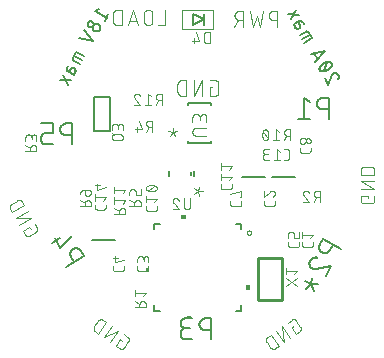
<source format=gbr>
G04 EAGLE Gerber RS-274X export*
G75*
%MOMM*%
%FSLAX34Y34*%
%LPD*%
%INSilkscreen Bottom*%
%IPPOS*%
%AMOC8*
5,1,8,0,0,1.08239X$1,22.5*%
G01*
%ADD10C,0.101600*%
%ADD11C,0.152400*%
%ADD12C,0.127000*%
%ADD13C,0.076200*%
%ADD14C,0.254000*%
%ADD15C,0.203200*%

G36*
X336114Y317883D02*
X336114Y317883D01*
X336116Y317882D01*
X336159Y317902D01*
X336203Y317920D01*
X336203Y317922D01*
X336205Y317923D01*
X336238Y318008D01*
X336238Y320548D01*
X336237Y320550D01*
X336238Y320552D01*
X336218Y320595D01*
X336200Y320639D01*
X336198Y320639D01*
X336197Y320641D01*
X336112Y320674D01*
X332302Y320674D01*
X332300Y320673D01*
X332298Y320674D01*
X332255Y320654D01*
X332211Y320636D01*
X332211Y320634D01*
X332209Y320633D01*
X332176Y320548D01*
X332176Y318008D01*
X332177Y318006D01*
X332176Y318004D01*
X332196Y317961D01*
X332214Y317917D01*
X332216Y317917D01*
X332217Y317915D01*
X332302Y317882D01*
X336112Y317882D01*
X336114Y317883D01*
G37*
G36*
X305564Y272329D02*
X305564Y272329D01*
X305566Y272328D01*
X305609Y272348D01*
X305653Y272366D01*
X305653Y272368D01*
X305655Y272369D01*
X305688Y272454D01*
X305688Y276264D01*
X305687Y276266D01*
X305688Y276268D01*
X305668Y276311D01*
X305650Y276355D01*
X305648Y276355D01*
X305647Y276357D01*
X305562Y276390D01*
X303022Y276390D01*
X303020Y276389D01*
X303018Y276390D01*
X302975Y276370D01*
X302931Y276352D01*
X302931Y276350D01*
X302929Y276349D01*
X302896Y276264D01*
X302896Y272454D01*
X302897Y272452D01*
X302896Y272450D01*
X302916Y272407D01*
X302934Y272363D01*
X302936Y272363D01*
X302937Y272361D01*
X303022Y272328D01*
X305562Y272328D01*
X305564Y272329D01*
G37*
G36*
X390400Y257326D02*
X390400Y257326D01*
X390402Y257325D01*
X390445Y257345D01*
X390489Y257363D01*
X390489Y257365D01*
X390491Y257366D01*
X390524Y257451D01*
X390524Y261261D01*
X390523Y261263D01*
X390524Y261265D01*
X390504Y261308D01*
X390486Y261352D01*
X390484Y261352D01*
X390483Y261354D01*
X390398Y261387D01*
X387858Y261387D01*
X387856Y261386D01*
X387854Y261387D01*
X387811Y261367D01*
X387767Y261349D01*
X387767Y261347D01*
X387765Y261346D01*
X387732Y261261D01*
X387732Y257451D01*
X387733Y257449D01*
X387732Y257447D01*
X387752Y257404D01*
X387770Y257360D01*
X387772Y257360D01*
X387773Y257358D01*
X387858Y257325D01*
X390398Y257325D01*
X390400Y257326D01*
G37*
G36*
X341115Y233047D02*
X341115Y233047D01*
X341117Y233046D01*
X341160Y233066D01*
X341204Y233084D01*
X341204Y233086D01*
X341206Y233087D01*
X341239Y233172D01*
X341239Y235712D01*
X341238Y235714D01*
X341239Y235716D01*
X341219Y235759D01*
X341201Y235803D01*
X341199Y235803D01*
X341198Y235805D01*
X341113Y235838D01*
X337303Y235838D01*
X337301Y235837D01*
X337299Y235838D01*
X337256Y235818D01*
X337212Y235800D01*
X337212Y235798D01*
X337210Y235797D01*
X337177Y235712D01*
X337177Y233172D01*
X337178Y233170D01*
X337177Y233168D01*
X337197Y233125D01*
X337215Y233081D01*
X337217Y233081D01*
X337218Y233079D01*
X337303Y233046D01*
X341113Y233046D01*
X341115Y233047D01*
G37*
D10*
X490937Y335344D02*
X490937Y337291D01*
X484446Y337291D01*
X484446Y333397D01*
X484447Y333397D02*
X484449Y333298D01*
X484455Y333198D01*
X484464Y333099D01*
X484477Y333001D01*
X484494Y332903D01*
X484515Y332805D01*
X484540Y332709D01*
X484568Y332614D01*
X484600Y332520D01*
X484635Y332427D01*
X484674Y332335D01*
X484717Y332245D01*
X484762Y332157D01*
X484812Y332070D01*
X484864Y331986D01*
X484920Y331903D01*
X484978Y331823D01*
X485040Y331745D01*
X485105Y331670D01*
X485173Y331597D01*
X485243Y331527D01*
X485316Y331459D01*
X485391Y331394D01*
X485469Y331332D01*
X485549Y331274D01*
X485632Y331218D01*
X485716Y331166D01*
X485803Y331116D01*
X485891Y331071D01*
X485981Y331028D01*
X486073Y330989D01*
X486166Y330954D01*
X486260Y330922D01*
X486355Y330894D01*
X486451Y330869D01*
X486549Y330848D01*
X486647Y330831D01*
X486745Y330818D01*
X486844Y330809D01*
X486944Y330803D01*
X487043Y330801D01*
X487043Y330800D02*
X493534Y330800D01*
X493534Y330801D02*
X493633Y330803D01*
X493733Y330809D01*
X493832Y330818D01*
X493930Y330831D01*
X494028Y330848D01*
X494126Y330869D01*
X494222Y330894D01*
X494317Y330922D01*
X494411Y330954D01*
X494504Y330989D01*
X494596Y331028D01*
X494686Y331071D01*
X494774Y331116D01*
X494861Y331166D01*
X494945Y331218D01*
X495028Y331274D01*
X495108Y331332D01*
X495186Y331394D01*
X495261Y331459D01*
X495334Y331527D01*
X495404Y331597D01*
X495472Y331670D01*
X495537Y331745D01*
X495599Y331823D01*
X495657Y331903D01*
X495713Y331986D01*
X495765Y332070D01*
X495815Y332157D01*
X495860Y332245D01*
X495903Y332335D01*
X495942Y332427D01*
X495977Y332519D01*
X496009Y332614D01*
X496037Y332709D01*
X496062Y332805D01*
X496083Y332903D01*
X496100Y333001D01*
X496113Y333099D01*
X496122Y333198D01*
X496128Y333298D01*
X496130Y333397D01*
X496130Y337291D01*
X496130Y342992D02*
X484446Y342992D01*
X484446Y349483D02*
X496130Y342992D01*
X496130Y349483D02*
X484446Y349483D01*
X484446Y355184D02*
X496130Y355184D01*
X496130Y358430D01*
X496131Y358430D02*
X496129Y358543D01*
X496123Y358656D01*
X496113Y358769D01*
X496099Y358882D01*
X496082Y358994D01*
X496060Y359105D01*
X496035Y359215D01*
X496005Y359325D01*
X495972Y359433D01*
X495935Y359540D01*
X495895Y359646D01*
X495850Y359750D01*
X495802Y359853D01*
X495751Y359954D01*
X495696Y360053D01*
X495638Y360150D01*
X495576Y360245D01*
X495511Y360338D01*
X495443Y360428D01*
X495372Y360516D01*
X495297Y360602D01*
X495220Y360685D01*
X495140Y360765D01*
X495057Y360842D01*
X494971Y360917D01*
X494883Y360988D01*
X494793Y361056D01*
X494700Y361121D01*
X494605Y361183D01*
X494508Y361241D01*
X494409Y361296D01*
X494308Y361347D01*
X494205Y361395D01*
X494101Y361440D01*
X493995Y361480D01*
X493888Y361517D01*
X493780Y361550D01*
X493670Y361580D01*
X493560Y361605D01*
X493449Y361627D01*
X493337Y361644D01*
X493224Y361658D01*
X493111Y361668D01*
X492998Y361674D01*
X492885Y361676D01*
X492885Y361675D02*
X487692Y361675D01*
X487692Y361676D02*
X487579Y361674D01*
X487466Y361668D01*
X487353Y361658D01*
X487240Y361644D01*
X487128Y361627D01*
X487017Y361605D01*
X486907Y361580D01*
X486797Y361550D01*
X486689Y361517D01*
X486582Y361480D01*
X486476Y361440D01*
X486372Y361395D01*
X486269Y361347D01*
X486168Y361296D01*
X486069Y361241D01*
X485972Y361183D01*
X485877Y361121D01*
X485784Y361056D01*
X485694Y360988D01*
X485606Y360917D01*
X485520Y360842D01*
X485437Y360765D01*
X485357Y360685D01*
X485280Y360602D01*
X485205Y360516D01*
X485134Y360428D01*
X485066Y360338D01*
X485001Y360245D01*
X484939Y360150D01*
X484881Y360053D01*
X484826Y359954D01*
X484775Y359853D01*
X484727Y359750D01*
X484682Y359646D01*
X484642Y359540D01*
X484605Y359433D01*
X484572Y359325D01*
X484542Y359215D01*
X484517Y359105D01*
X484495Y358994D01*
X484478Y358882D01*
X484464Y358769D01*
X484454Y358656D01*
X484448Y358543D01*
X484446Y358430D01*
X484446Y355184D01*
X282455Y214525D02*
X280860Y215642D01*
X277137Y210325D01*
X280327Y208091D01*
X280328Y208091D02*
X280411Y208036D01*
X280495Y207984D01*
X280582Y207935D01*
X280670Y207889D01*
X280760Y207847D01*
X280852Y207808D01*
X280945Y207773D01*
X281039Y207741D01*
X281134Y207713D01*
X281231Y207689D01*
X281328Y207668D01*
X281426Y207652D01*
X281525Y207638D01*
X281624Y207629D01*
X281723Y207624D01*
X281823Y207622D01*
X281922Y207624D01*
X282021Y207630D01*
X282120Y207640D01*
X282219Y207653D01*
X282317Y207671D01*
X282414Y207692D01*
X282510Y207716D01*
X282606Y207745D01*
X282700Y207777D01*
X282793Y207812D01*
X282884Y207851D01*
X282974Y207894D01*
X283062Y207940D01*
X283148Y207989D01*
X283233Y208042D01*
X283315Y208098D01*
X283395Y208157D01*
X283473Y208219D01*
X283548Y208284D01*
X283621Y208351D01*
X283691Y208422D01*
X283759Y208495D01*
X283823Y208571D01*
X283885Y208649D01*
X283944Y208729D01*
X283943Y208729D02*
X287667Y214046D01*
X287722Y214129D01*
X287774Y214213D01*
X287823Y214300D01*
X287869Y214388D01*
X287911Y214478D01*
X287950Y214570D01*
X287985Y214663D01*
X288017Y214757D01*
X288045Y214852D01*
X288069Y214949D01*
X288090Y215046D01*
X288106Y215144D01*
X288120Y215243D01*
X288129Y215342D01*
X288134Y215441D01*
X288136Y215541D01*
X288134Y215640D01*
X288128Y215739D01*
X288118Y215838D01*
X288105Y215937D01*
X288087Y216035D01*
X288066Y216132D01*
X288042Y216228D01*
X288013Y216324D01*
X287981Y216418D01*
X287946Y216511D01*
X287907Y216602D01*
X287864Y216692D01*
X287818Y216780D01*
X287769Y216866D01*
X287716Y216951D01*
X287660Y217033D01*
X287601Y217113D01*
X287539Y217191D01*
X287474Y217266D01*
X287407Y217339D01*
X287336Y217409D01*
X287263Y217477D01*
X287187Y217541D01*
X287109Y217603D01*
X287029Y217662D01*
X283839Y219896D01*
X279169Y223166D02*
X272467Y213595D01*
X267150Y217318D02*
X279169Y223166D01*
X273852Y226889D02*
X267150Y217318D01*
X262480Y220588D02*
X269182Y230159D01*
X266523Y232020D01*
X266524Y232021D02*
X266430Y232084D01*
X266334Y232144D01*
X266236Y232201D01*
X266136Y232254D01*
X266034Y232304D01*
X265930Y232350D01*
X265825Y232392D01*
X265719Y232431D01*
X265611Y232466D01*
X265502Y232497D01*
X265392Y232525D01*
X265281Y232548D01*
X265170Y232568D01*
X265058Y232584D01*
X264945Y232596D01*
X264832Y232604D01*
X264719Y232608D01*
X264605Y232608D01*
X264492Y232604D01*
X264379Y232596D01*
X264266Y232584D01*
X264154Y232568D01*
X264043Y232548D01*
X263932Y232525D01*
X263822Y232497D01*
X263713Y232466D01*
X263605Y232431D01*
X263499Y232392D01*
X263394Y232350D01*
X263290Y232304D01*
X263188Y232254D01*
X263088Y232201D01*
X262990Y232144D01*
X262894Y232084D01*
X262800Y232021D01*
X262709Y231954D01*
X262619Y231885D01*
X262532Y231812D01*
X262448Y231736D01*
X262367Y231657D01*
X262288Y231576D01*
X262212Y231492D01*
X262139Y231405D01*
X262070Y231316D01*
X262003Y231224D01*
X262003Y231223D02*
X259024Y226970D01*
X258961Y226876D01*
X258901Y226780D01*
X258844Y226682D01*
X258791Y226582D01*
X258741Y226480D01*
X258695Y226376D01*
X258653Y226271D01*
X258614Y226165D01*
X258579Y226057D01*
X258548Y225948D01*
X258520Y225838D01*
X258497Y225727D01*
X258477Y225616D01*
X258461Y225504D01*
X258449Y225391D01*
X258441Y225278D01*
X258437Y225165D01*
X258437Y225051D01*
X258441Y224938D01*
X258449Y224825D01*
X258461Y224712D01*
X258477Y224600D01*
X258497Y224489D01*
X258520Y224378D01*
X258548Y224268D01*
X258579Y224159D01*
X258614Y224051D01*
X258653Y223945D01*
X258695Y223840D01*
X258741Y223736D01*
X258791Y223634D01*
X258844Y223534D01*
X258901Y223436D01*
X258961Y223340D01*
X259024Y223246D01*
X259091Y223154D01*
X259160Y223065D01*
X259233Y222978D01*
X259309Y222894D01*
X259388Y222813D01*
X259469Y222734D01*
X259553Y222658D01*
X259640Y222585D01*
X259730Y222516D01*
X259821Y222449D01*
X262480Y220588D01*
X425975Y225684D02*
X427570Y226801D01*
X425975Y225684D02*
X429698Y220367D01*
X432888Y222601D01*
X432888Y222600D02*
X432968Y222659D01*
X433046Y222721D01*
X433122Y222785D01*
X433195Y222853D01*
X433266Y222923D01*
X433333Y222996D01*
X433398Y223071D01*
X433460Y223149D01*
X433519Y223229D01*
X433575Y223311D01*
X433628Y223396D01*
X433677Y223482D01*
X433723Y223570D01*
X433766Y223660D01*
X433805Y223751D01*
X433840Y223844D01*
X433872Y223938D01*
X433901Y224034D01*
X433925Y224130D01*
X433946Y224227D01*
X433964Y224325D01*
X433977Y224424D01*
X433987Y224523D01*
X433993Y224622D01*
X433995Y224721D01*
X433993Y224821D01*
X433988Y224920D01*
X433978Y225019D01*
X433965Y225118D01*
X433949Y225216D01*
X433928Y225313D01*
X433904Y225410D01*
X433876Y225505D01*
X433844Y225599D01*
X433809Y225692D01*
X433770Y225784D01*
X433728Y225874D01*
X433682Y225962D01*
X433633Y226049D01*
X433581Y226133D01*
X433526Y226216D01*
X433526Y226217D02*
X429803Y231534D01*
X429744Y231614D01*
X429682Y231692D01*
X429618Y231768D01*
X429550Y231841D01*
X429480Y231912D01*
X429407Y231979D01*
X429332Y232044D01*
X429254Y232106D01*
X429174Y232165D01*
X429092Y232221D01*
X429007Y232274D01*
X428921Y232323D01*
X428833Y232369D01*
X428743Y232412D01*
X428652Y232451D01*
X428559Y232486D01*
X428465Y232518D01*
X428369Y232547D01*
X428273Y232571D01*
X428176Y232592D01*
X428078Y232610D01*
X427979Y232623D01*
X427880Y232633D01*
X427781Y232639D01*
X427682Y232641D01*
X427582Y232639D01*
X427483Y232634D01*
X427384Y232625D01*
X427285Y232611D01*
X427187Y232595D01*
X427090Y232574D01*
X426993Y232550D01*
X426898Y232522D01*
X426804Y232490D01*
X426711Y232455D01*
X426619Y232416D01*
X426529Y232374D01*
X426441Y232328D01*
X426354Y232279D01*
X426270Y232227D01*
X426187Y232172D01*
X422996Y229938D01*
X418326Y226668D02*
X425028Y217097D01*
X419711Y213374D02*
X418326Y226668D01*
X413009Y222945D02*
X419711Y213374D01*
X415041Y210104D02*
X408339Y219675D01*
X405681Y217813D01*
X405680Y217814D02*
X405589Y217747D01*
X405499Y217678D01*
X405412Y217605D01*
X405328Y217529D01*
X405247Y217450D01*
X405168Y217369D01*
X405092Y217285D01*
X405019Y217198D01*
X404950Y217109D01*
X404883Y217017D01*
X404820Y216923D01*
X404760Y216827D01*
X404703Y216729D01*
X404650Y216629D01*
X404600Y216527D01*
X404554Y216423D01*
X404512Y216318D01*
X404473Y216212D01*
X404438Y216104D01*
X404407Y215995D01*
X404379Y215885D01*
X404356Y215774D01*
X404336Y215663D01*
X404320Y215551D01*
X404308Y215438D01*
X404300Y215325D01*
X404296Y215212D01*
X404296Y215098D01*
X404300Y214985D01*
X404308Y214872D01*
X404320Y214759D01*
X404336Y214647D01*
X404356Y214536D01*
X404379Y214425D01*
X404407Y214315D01*
X404438Y214206D01*
X404473Y214098D01*
X404512Y213992D01*
X404554Y213887D01*
X404600Y213783D01*
X404650Y213681D01*
X404703Y213581D01*
X404760Y213483D01*
X404820Y213387D01*
X404883Y213293D01*
X404884Y213293D02*
X407862Y209039D01*
X407929Y208948D01*
X407998Y208858D01*
X408071Y208771D01*
X408147Y208687D01*
X408226Y208606D01*
X408307Y208527D01*
X408391Y208451D01*
X408478Y208378D01*
X408568Y208309D01*
X408659Y208242D01*
X408753Y208179D01*
X408849Y208119D01*
X408947Y208062D01*
X409047Y208009D01*
X409149Y207959D01*
X409253Y207913D01*
X409358Y207871D01*
X409464Y207832D01*
X409572Y207797D01*
X409681Y207766D01*
X409791Y207738D01*
X409902Y207715D01*
X410013Y207695D01*
X410125Y207679D01*
X410238Y207667D01*
X410351Y207659D01*
X410464Y207655D01*
X410578Y207655D01*
X410691Y207659D01*
X410804Y207667D01*
X410917Y207679D01*
X411029Y207695D01*
X411140Y207715D01*
X411251Y207738D01*
X411361Y207766D01*
X411470Y207797D01*
X411578Y207832D01*
X411684Y207871D01*
X411789Y207913D01*
X411893Y207959D01*
X411995Y208009D01*
X412095Y208062D01*
X412193Y208119D01*
X412289Y208179D01*
X412383Y208242D01*
X415041Y210104D01*
X205019Y309389D02*
X204045Y311075D01*
X198424Y307829D01*
X200371Y304457D01*
X200372Y304457D02*
X200423Y304372D01*
X200478Y304289D01*
X200535Y304208D01*
X200596Y304129D01*
X200660Y304053D01*
X200727Y303979D01*
X200796Y303908D01*
X200868Y303839D01*
X200943Y303773D01*
X201020Y303711D01*
X201099Y303651D01*
X201181Y303594D01*
X201265Y303541D01*
X201351Y303490D01*
X201438Y303443D01*
X201528Y303400D01*
X201619Y303360D01*
X201711Y303323D01*
X201805Y303290D01*
X201900Y303261D01*
X201996Y303235D01*
X202093Y303213D01*
X202191Y303195D01*
X202289Y303180D01*
X202388Y303169D01*
X202487Y303162D01*
X202587Y303159D01*
X202686Y303160D01*
X202786Y303164D01*
X202885Y303173D01*
X202984Y303185D01*
X203082Y303200D01*
X203179Y303220D01*
X203276Y303243D01*
X203372Y303270D01*
X203466Y303301D01*
X203560Y303335D01*
X203652Y303373D01*
X203742Y303414D01*
X203831Y303459D01*
X203918Y303507D01*
X203918Y303506D02*
X209539Y306752D01*
X209624Y306803D01*
X209707Y306858D01*
X209788Y306915D01*
X209867Y306976D01*
X209943Y307040D01*
X210017Y307107D01*
X210088Y307176D01*
X210157Y307248D01*
X210223Y307323D01*
X210285Y307400D01*
X210345Y307479D01*
X210402Y307561D01*
X210455Y307645D01*
X210506Y307731D01*
X210553Y307818D01*
X210596Y307908D01*
X210636Y307999D01*
X210673Y308091D01*
X210706Y308185D01*
X210735Y308280D01*
X210761Y308376D01*
X210783Y308473D01*
X210801Y308571D01*
X210816Y308669D01*
X210827Y308768D01*
X210834Y308867D01*
X210837Y308967D01*
X210836Y309066D01*
X210832Y309166D01*
X210823Y309265D01*
X210811Y309363D01*
X210796Y309462D01*
X210776Y309559D01*
X210753Y309656D01*
X210726Y309752D01*
X210695Y309846D01*
X210661Y309940D01*
X210623Y310032D01*
X210582Y310122D01*
X210537Y310211D01*
X210489Y310298D01*
X210490Y310299D02*
X208542Y313671D01*
X205692Y318609D02*
X195573Y312767D01*
X192328Y318388D02*
X205692Y318609D01*
X202446Y324230D02*
X192328Y318388D01*
X189477Y323325D02*
X199596Y329167D01*
X197973Y331978D01*
X197915Y332075D01*
X197853Y332170D01*
X197788Y332263D01*
X197720Y332353D01*
X197649Y332441D01*
X197574Y332527D01*
X197497Y332610D01*
X197417Y332690D01*
X197334Y332767D01*
X197248Y332842D01*
X197160Y332913D01*
X197070Y332981D01*
X196977Y333046D01*
X196882Y333108D01*
X196785Y333166D01*
X196686Y333221D01*
X196585Y333272D01*
X196482Y333320D01*
X196378Y333365D01*
X196272Y333405D01*
X196165Y333442D01*
X196057Y333475D01*
X195947Y333505D01*
X195837Y333530D01*
X195726Y333552D01*
X195614Y333569D01*
X195501Y333583D01*
X195388Y333593D01*
X195275Y333599D01*
X195162Y333601D01*
X195049Y333599D01*
X194936Y333593D01*
X194823Y333583D01*
X194710Y333569D01*
X194598Y333552D01*
X194487Y333530D01*
X194377Y333505D01*
X194267Y333475D01*
X194159Y333442D01*
X194052Y333405D01*
X193946Y333365D01*
X193842Y333320D01*
X193739Y333272D01*
X193638Y333221D01*
X193539Y333166D01*
X193540Y333166D02*
X189042Y330569D01*
X189042Y330570D02*
X188945Y330512D01*
X188850Y330450D01*
X188757Y330385D01*
X188667Y330317D01*
X188579Y330246D01*
X188493Y330171D01*
X188410Y330094D01*
X188330Y330014D01*
X188253Y329931D01*
X188178Y329845D01*
X188107Y329757D01*
X188039Y329667D01*
X187974Y329574D01*
X187912Y329479D01*
X187854Y329382D01*
X187799Y329283D01*
X187748Y329182D01*
X187700Y329079D01*
X187655Y328975D01*
X187615Y328869D01*
X187578Y328762D01*
X187545Y328654D01*
X187515Y328544D01*
X187490Y328434D01*
X187468Y328323D01*
X187451Y328211D01*
X187437Y328098D01*
X187427Y327985D01*
X187421Y327872D01*
X187419Y327759D01*
X187421Y327646D01*
X187427Y327533D01*
X187437Y327420D01*
X187451Y327307D01*
X187468Y327195D01*
X187490Y327084D01*
X187515Y326974D01*
X187545Y326864D01*
X187578Y326756D01*
X187615Y326649D01*
X187655Y326543D01*
X187700Y326439D01*
X187748Y326336D01*
X187799Y326235D01*
X187854Y326136D01*
X187855Y326136D02*
X189477Y323325D01*
D11*
X457414Y402575D02*
X457414Y420355D01*
X452475Y420355D01*
X452335Y420353D01*
X452196Y420347D01*
X452056Y420337D01*
X451917Y420323D01*
X451778Y420306D01*
X451640Y420284D01*
X451503Y420258D01*
X451366Y420229D01*
X451230Y420196D01*
X451096Y420159D01*
X450962Y420118D01*
X450830Y420073D01*
X450698Y420024D01*
X450569Y419972D01*
X450441Y419917D01*
X450314Y419857D01*
X450189Y419794D01*
X450066Y419728D01*
X449945Y419658D01*
X449826Y419585D01*
X449709Y419508D01*
X449595Y419428D01*
X449482Y419345D01*
X449372Y419259D01*
X449265Y419169D01*
X449160Y419077D01*
X449058Y418982D01*
X448958Y418884D01*
X448861Y418783D01*
X448767Y418679D01*
X448677Y418573D01*
X448589Y418464D01*
X448504Y418353D01*
X448423Y418239D01*
X448344Y418124D01*
X448269Y418006D01*
X448198Y417886D01*
X448130Y417763D01*
X448065Y417640D01*
X448004Y417514D01*
X447946Y417386D01*
X447892Y417258D01*
X447842Y417127D01*
X447795Y416995D01*
X447752Y416862D01*
X447713Y416728D01*
X447678Y416593D01*
X447647Y416457D01*
X447619Y416319D01*
X447596Y416182D01*
X447576Y416043D01*
X447560Y415904D01*
X447548Y415765D01*
X447540Y415626D01*
X447536Y415486D01*
X447536Y415346D01*
X447540Y415206D01*
X447548Y415067D01*
X447560Y414928D01*
X447576Y414789D01*
X447596Y414650D01*
X447619Y414513D01*
X447647Y414375D01*
X447678Y414239D01*
X447713Y414104D01*
X447752Y413970D01*
X447795Y413837D01*
X447842Y413705D01*
X447892Y413574D01*
X447946Y413446D01*
X448004Y413318D01*
X448065Y413192D01*
X448130Y413069D01*
X448198Y412947D01*
X448269Y412826D01*
X448344Y412708D01*
X448423Y412593D01*
X448504Y412479D01*
X448589Y412368D01*
X448677Y412259D01*
X448767Y412153D01*
X448861Y412049D01*
X448958Y411948D01*
X449058Y411850D01*
X449160Y411755D01*
X449265Y411663D01*
X449372Y411573D01*
X449482Y411487D01*
X449595Y411404D01*
X449709Y411324D01*
X449826Y411247D01*
X449945Y411174D01*
X450066Y411104D01*
X450189Y411038D01*
X450314Y410975D01*
X450441Y410915D01*
X450569Y410860D01*
X450698Y410808D01*
X450830Y410759D01*
X450962Y410714D01*
X451096Y410673D01*
X451230Y410636D01*
X451366Y410603D01*
X451503Y410574D01*
X451640Y410548D01*
X451778Y410526D01*
X451917Y410509D01*
X452056Y410495D01*
X452196Y410485D01*
X452335Y410479D01*
X452475Y410477D01*
X457414Y410477D01*
X441419Y416404D02*
X436480Y420355D01*
X436480Y402575D01*
X441419Y402575D02*
X431541Y402575D01*
X452418Y300699D02*
X467816Y291809D01*
X452418Y300699D02*
X449949Y296422D01*
X449881Y296299D01*
X449816Y296176D01*
X449755Y296050D01*
X449697Y295922D01*
X449643Y295794D01*
X449593Y295663D01*
X449546Y295531D01*
X449503Y295398D01*
X449464Y295264D01*
X449429Y295129D01*
X449398Y294993D01*
X449370Y294855D01*
X449347Y294718D01*
X449327Y294579D01*
X449311Y294440D01*
X449299Y294301D01*
X449291Y294162D01*
X449287Y294022D01*
X449287Y293882D01*
X449291Y293742D01*
X449299Y293603D01*
X449311Y293464D01*
X449327Y293325D01*
X449347Y293186D01*
X449370Y293049D01*
X449398Y292911D01*
X449429Y292775D01*
X449464Y292640D01*
X449503Y292506D01*
X449546Y292373D01*
X449593Y292241D01*
X449643Y292110D01*
X449697Y291982D01*
X449755Y291854D01*
X449816Y291728D01*
X449881Y291605D01*
X449949Y291482D01*
X450020Y291362D01*
X450095Y291244D01*
X450174Y291129D01*
X450255Y291015D01*
X450340Y290904D01*
X450428Y290795D01*
X450518Y290689D01*
X450612Y290585D01*
X450709Y290484D01*
X450809Y290386D01*
X450911Y290291D01*
X451016Y290199D01*
X451123Y290109D01*
X451233Y290023D01*
X451346Y289940D01*
X451460Y289860D01*
X451577Y289783D01*
X451696Y289710D01*
X451817Y289640D01*
X451940Y289574D01*
X452065Y289511D01*
X452192Y289451D01*
X452320Y289396D01*
X452450Y289344D01*
X452581Y289295D01*
X452713Y289250D01*
X452847Y289209D01*
X452981Y289172D01*
X453117Y289139D01*
X453254Y289110D01*
X453391Y289084D01*
X453529Y289062D01*
X453668Y289045D01*
X453807Y289031D01*
X453947Y289021D01*
X454086Y289015D01*
X454226Y289013D01*
X454366Y289015D01*
X454505Y289021D01*
X454645Y289031D01*
X454784Y289045D01*
X454923Y289062D01*
X455061Y289084D01*
X455198Y289110D01*
X455335Y289139D01*
X455471Y289172D01*
X455605Y289210D01*
X455739Y289250D01*
X455871Y289295D01*
X456003Y289344D01*
X456132Y289396D01*
X456260Y289451D01*
X456387Y289511D01*
X456512Y289574D01*
X456635Y289640D01*
X456756Y289710D01*
X456875Y289783D01*
X456992Y289860D01*
X457106Y289940D01*
X457219Y290023D01*
X457329Y290109D01*
X457436Y290199D01*
X457541Y290291D01*
X457643Y290386D01*
X457743Y290484D01*
X457840Y290585D01*
X457934Y290689D01*
X458024Y290795D01*
X458112Y290904D01*
X458197Y291015D01*
X458278Y291129D01*
X458357Y291244D01*
X458432Y291362D01*
X458503Y291483D01*
X460973Y295760D01*
X441705Y282142D02*
X441640Y282026D01*
X441580Y281910D01*
X441522Y281791D01*
X441469Y281671D01*
X441419Y281549D01*
X441372Y281426D01*
X441329Y281301D01*
X441290Y281175D01*
X441255Y281048D01*
X441223Y280920D01*
X441195Y280792D01*
X441172Y280662D01*
X441151Y280532D01*
X441135Y280401D01*
X441123Y280270D01*
X441114Y280139D01*
X441110Y280007D01*
X441109Y279875D01*
X441112Y279743D01*
X441120Y279612D01*
X441131Y279481D01*
X441146Y279350D01*
X441164Y279219D01*
X441187Y279090D01*
X441214Y278961D01*
X441244Y278832D01*
X441278Y278705D01*
X441316Y278579D01*
X441357Y278454D01*
X441403Y278330D01*
X441452Y278208D01*
X441504Y278087D01*
X441560Y277968D01*
X441620Y277850D01*
X441683Y277735D01*
X441749Y277621D01*
X441819Y277509D01*
X441892Y277400D01*
X441968Y277292D01*
X442048Y277187D01*
X442130Y277084D01*
X442216Y276984D01*
X442304Y276886D01*
X442395Y276791D01*
X442489Y276699D01*
X442586Y276610D01*
X442686Y276523D01*
X442788Y276440D01*
X442892Y276359D01*
X442998Y276282D01*
X443107Y276208D01*
X443218Y276137D01*
X443332Y276070D01*
X441704Y282143D02*
X441781Y282271D01*
X441861Y282398D01*
X441944Y282522D01*
X442030Y282644D01*
X442120Y282764D01*
X442212Y282882D01*
X442308Y282997D01*
X442407Y283109D01*
X442508Y283219D01*
X442613Y283326D01*
X442720Y283431D01*
X442830Y283532D01*
X442942Y283631D01*
X443057Y283726D01*
X443175Y283819D01*
X443295Y283908D01*
X443417Y283995D01*
X443541Y284078D01*
X443668Y284158D01*
X443797Y284234D01*
X443927Y284307D01*
X444060Y284377D01*
X444194Y284443D01*
X444330Y284505D01*
X444467Y284564D01*
X444606Y284620D01*
X444747Y284671D01*
X444888Y284719D01*
X445031Y284764D01*
X445175Y284804D01*
X445320Y284841D01*
X445466Y284874D01*
X445613Y284903D01*
X445760Y284928D01*
X445909Y284950D01*
X446057Y284967D01*
X446206Y284981D01*
X446355Y284990D01*
X446505Y284996D01*
X446655Y284998D01*
X446804Y284996D01*
X446954Y284990D01*
X447103Y284980D01*
X447252Y284966D01*
X447400Y284948D01*
X447549Y284927D01*
X447696Y284901D01*
X447843Y284872D01*
X447067Y275625D02*
X446938Y275589D01*
X446809Y275557D01*
X446679Y275528D01*
X446548Y275503D01*
X446416Y275482D01*
X446284Y275465D01*
X446151Y275451D01*
X446019Y275440D01*
X445885Y275434D01*
X445752Y275431D01*
X445619Y275432D01*
X445486Y275437D01*
X445353Y275445D01*
X445220Y275457D01*
X445087Y275473D01*
X444956Y275492D01*
X444824Y275516D01*
X444694Y275542D01*
X444564Y275573D01*
X444435Y275607D01*
X444307Y275645D01*
X444180Y275686D01*
X444055Y275730D01*
X443931Y275779D01*
X443808Y275830D01*
X443686Y275885D01*
X443566Y275944D01*
X443448Y276006D01*
X443332Y276071D01*
X447066Y275625D02*
X459819Y277957D01*
X454880Y269402D01*
X442707Y262147D02*
X437574Y265110D01*
X442707Y262147D02*
X444828Y256930D01*
X442707Y262147D02*
X448285Y262919D01*
X442707Y262147D02*
X438280Y258430D01*
X442707Y262147D02*
X443712Y267840D01*
X357866Y233490D02*
X357866Y215710D01*
X357866Y233490D02*
X352928Y233490D01*
X352788Y233488D01*
X352649Y233482D01*
X352509Y233472D01*
X352370Y233458D01*
X352231Y233441D01*
X352093Y233419D01*
X351956Y233393D01*
X351819Y233364D01*
X351683Y233331D01*
X351549Y233294D01*
X351415Y233253D01*
X351283Y233208D01*
X351151Y233159D01*
X351022Y233107D01*
X350894Y233052D01*
X350767Y232992D01*
X350642Y232929D01*
X350519Y232863D01*
X350398Y232793D01*
X350279Y232720D01*
X350162Y232643D01*
X350048Y232563D01*
X349935Y232480D01*
X349825Y232394D01*
X349718Y232304D01*
X349613Y232212D01*
X349511Y232117D01*
X349411Y232019D01*
X349314Y231918D01*
X349220Y231814D01*
X349130Y231708D01*
X349042Y231599D01*
X348957Y231488D01*
X348876Y231374D01*
X348797Y231259D01*
X348722Y231141D01*
X348651Y231021D01*
X348583Y230898D01*
X348518Y230775D01*
X348457Y230649D01*
X348399Y230521D01*
X348345Y230393D01*
X348295Y230262D01*
X348248Y230130D01*
X348205Y229997D01*
X348166Y229863D01*
X348131Y229728D01*
X348100Y229592D01*
X348072Y229454D01*
X348049Y229317D01*
X348029Y229178D01*
X348013Y229039D01*
X348001Y228900D01*
X347993Y228761D01*
X347989Y228621D01*
X347989Y228481D01*
X347993Y228341D01*
X348001Y228202D01*
X348013Y228063D01*
X348029Y227924D01*
X348049Y227785D01*
X348072Y227648D01*
X348100Y227510D01*
X348131Y227374D01*
X348166Y227239D01*
X348205Y227105D01*
X348248Y226972D01*
X348295Y226840D01*
X348345Y226709D01*
X348399Y226581D01*
X348457Y226453D01*
X348518Y226327D01*
X348583Y226204D01*
X348651Y226081D01*
X348722Y225961D01*
X348797Y225843D01*
X348876Y225728D01*
X348957Y225614D01*
X349042Y225503D01*
X349130Y225394D01*
X349220Y225288D01*
X349314Y225184D01*
X349411Y225083D01*
X349511Y224985D01*
X349613Y224890D01*
X349718Y224798D01*
X349825Y224708D01*
X349935Y224622D01*
X350048Y224539D01*
X350162Y224459D01*
X350279Y224382D01*
X350398Y224309D01*
X350519Y224239D01*
X350642Y224173D01*
X350767Y224110D01*
X350894Y224050D01*
X351022Y223995D01*
X351151Y223943D01*
X351283Y223894D01*
X351415Y223849D01*
X351549Y223808D01*
X351683Y223771D01*
X351819Y223738D01*
X351956Y223709D01*
X352093Y223683D01*
X352231Y223661D01*
X352370Y223644D01*
X352509Y223630D01*
X352649Y223620D01*
X352788Y223614D01*
X352928Y223612D01*
X357866Y223612D01*
X341871Y215710D02*
X336932Y215710D01*
X336792Y215712D01*
X336653Y215718D01*
X336513Y215728D01*
X336374Y215742D01*
X336235Y215759D01*
X336097Y215781D01*
X335960Y215807D01*
X335823Y215836D01*
X335687Y215869D01*
X335553Y215906D01*
X335419Y215947D01*
X335287Y215992D01*
X335155Y216041D01*
X335026Y216093D01*
X334898Y216148D01*
X334771Y216208D01*
X334646Y216271D01*
X334523Y216337D01*
X334402Y216407D01*
X334283Y216480D01*
X334166Y216557D01*
X334052Y216637D01*
X333939Y216720D01*
X333829Y216806D01*
X333722Y216896D01*
X333617Y216988D01*
X333515Y217083D01*
X333415Y217181D01*
X333318Y217282D01*
X333224Y217386D01*
X333134Y217492D01*
X333046Y217601D01*
X332961Y217712D01*
X332880Y217826D01*
X332801Y217941D01*
X332726Y218059D01*
X332655Y218179D01*
X332587Y218302D01*
X332522Y218425D01*
X332461Y218551D01*
X332403Y218679D01*
X332349Y218807D01*
X332299Y218938D01*
X332252Y219070D01*
X332209Y219203D01*
X332170Y219337D01*
X332135Y219472D01*
X332104Y219608D01*
X332076Y219746D01*
X332053Y219883D01*
X332033Y220022D01*
X332017Y220161D01*
X332005Y220300D01*
X331997Y220439D01*
X331993Y220579D01*
X331993Y220719D01*
X331997Y220859D01*
X332005Y220998D01*
X332017Y221137D01*
X332033Y221276D01*
X332053Y221415D01*
X332076Y221552D01*
X332104Y221690D01*
X332135Y221826D01*
X332170Y221961D01*
X332209Y222095D01*
X332252Y222228D01*
X332299Y222360D01*
X332349Y222491D01*
X332403Y222619D01*
X332461Y222747D01*
X332522Y222873D01*
X332587Y222996D01*
X332655Y223119D01*
X332726Y223239D01*
X332801Y223357D01*
X332880Y223472D01*
X332961Y223586D01*
X333046Y223697D01*
X333134Y223806D01*
X333224Y223912D01*
X333318Y224016D01*
X333415Y224117D01*
X333515Y224215D01*
X333617Y224310D01*
X333722Y224402D01*
X333829Y224492D01*
X333939Y224578D01*
X334052Y224661D01*
X334166Y224741D01*
X334283Y224818D01*
X334402Y224891D01*
X334523Y224961D01*
X334646Y225027D01*
X334771Y225090D01*
X334898Y225150D01*
X335026Y225205D01*
X335155Y225257D01*
X335287Y225306D01*
X335419Y225351D01*
X335553Y225392D01*
X335687Y225429D01*
X335823Y225462D01*
X335960Y225491D01*
X336097Y225517D01*
X336235Y225539D01*
X336374Y225556D01*
X336513Y225570D01*
X336653Y225580D01*
X336792Y225586D01*
X336932Y225588D01*
X335945Y233490D02*
X341871Y233490D01*
X335945Y233490D02*
X335821Y233488D01*
X335697Y233482D01*
X335573Y233472D01*
X335450Y233459D01*
X335327Y233441D01*
X335205Y233420D01*
X335083Y233395D01*
X334962Y233366D01*
X334843Y233333D01*
X334724Y233297D01*
X334607Y233256D01*
X334491Y233213D01*
X334376Y233165D01*
X334263Y233114D01*
X334151Y233059D01*
X334042Y233001D01*
X333934Y232940D01*
X333828Y232875D01*
X333724Y232807D01*
X333623Y232735D01*
X333523Y232661D01*
X333427Y232583D01*
X333332Y232503D01*
X333240Y232419D01*
X333151Y232333D01*
X333065Y232244D01*
X332981Y232152D01*
X332901Y232057D01*
X332823Y231961D01*
X332749Y231861D01*
X332677Y231760D01*
X332609Y231656D01*
X332544Y231550D01*
X332483Y231442D01*
X332425Y231333D01*
X332370Y231221D01*
X332319Y231108D01*
X332271Y230993D01*
X332228Y230877D01*
X332187Y230760D01*
X332151Y230641D01*
X332118Y230522D01*
X332089Y230401D01*
X332064Y230279D01*
X332043Y230157D01*
X332025Y230034D01*
X332012Y229911D01*
X332002Y229787D01*
X331996Y229663D01*
X331994Y229539D01*
X331996Y229415D01*
X332002Y229291D01*
X332012Y229167D01*
X332025Y229044D01*
X332043Y228921D01*
X332064Y228799D01*
X332089Y228677D01*
X332118Y228556D01*
X332151Y228437D01*
X332187Y228318D01*
X332228Y228201D01*
X332271Y228085D01*
X332319Y227970D01*
X332370Y227857D01*
X332425Y227745D01*
X332483Y227636D01*
X332544Y227528D01*
X332609Y227422D01*
X332677Y227318D01*
X332749Y227217D01*
X332823Y227117D01*
X332901Y227021D01*
X332981Y226926D01*
X333065Y226834D01*
X333151Y226745D01*
X333240Y226659D01*
X333332Y226575D01*
X333427Y226495D01*
X333523Y226417D01*
X333623Y226343D01*
X333724Y226271D01*
X333828Y226203D01*
X333934Y226138D01*
X334042Y226077D01*
X334151Y226019D01*
X334263Y225964D01*
X334376Y225913D01*
X334491Y225865D01*
X334607Y225822D01*
X334724Y225781D01*
X334843Y225745D01*
X334962Y225712D01*
X335083Y225683D01*
X335205Y225658D01*
X335327Y225637D01*
X335450Y225619D01*
X335573Y225606D01*
X335697Y225596D01*
X335821Y225590D01*
X335945Y225588D01*
X339896Y225588D01*
X250344Y286194D02*
X234946Y277304D01*
X250344Y286194D02*
X247875Y290471D01*
X247874Y290472D02*
X247803Y290592D01*
X247728Y290710D01*
X247649Y290825D01*
X247568Y290939D01*
X247483Y291050D01*
X247395Y291159D01*
X247305Y291265D01*
X247211Y291369D01*
X247114Y291470D01*
X247014Y291568D01*
X246912Y291663D01*
X246807Y291755D01*
X246700Y291845D01*
X246590Y291931D01*
X246477Y292014D01*
X246363Y292094D01*
X246246Y292171D01*
X246127Y292244D01*
X246006Y292314D01*
X245883Y292380D01*
X245758Y292443D01*
X245631Y292503D01*
X245503Y292558D01*
X245373Y292610D01*
X245242Y292659D01*
X245110Y292704D01*
X244976Y292745D01*
X244842Y292782D01*
X244706Y292815D01*
X244569Y292844D01*
X244432Y292870D01*
X244294Y292892D01*
X244155Y292909D01*
X244016Y292923D01*
X243876Y292933D01*
X243737Y292939D01*
X243597Y292941D01*
X243457Y292939D01*
X243318Y292933D01*
X243178Y292923D01*
X243039Y292909D01*
X242900Y292892D01*
X242762Y292870D01*
X242625Y292844D01*
X242488Y292815D01*
X242352Y292782D01*
X242218Y292744D01*
X242084Y292704D01*
X241952Y292659D01*
X241820Y292610D01*
X241691Y292558D01*
X241563Y292503D01*
X241436Y292443D01*
X241311Y292380D01*
X241188Y292314D01*
X241067Y292244D01*
X240948Y292171D01*
X240831Y292094D01*
X240717Y292014D01*
X240604Y291931D01*
X240494Y291845D01*
X240387Y291755D01*
X240282Y291663D01*
X240180Y291568D01*
X240080Y291470D01*
X239983Y291369D01*
X239889Y291265D01*
X239799Y291159D01*
X239711Y291050D01*
X239626Y290939D01*
X239545Y290825D01*
X239466Y290710D01*
X239391Y290592D01*
X239320Y290471D01*
X239252Y290349D01*
X239187Y290226D01*
X239126Y290100D01*
X239068Y289972D01*
X239014Y289844D01*
X238964Y289713D01*
X238917Y289581D01*
X238874Y289448D01*
X238835Y289314D01*
X238800Y289179D01*
X238769Y289043D01*
X238741Y288905D01*
X238718Y288768D01*
X238698Y288629D01*
X238682Y288490D01*
X238670Y288351D01*
X238662Y288212D01*
X238658Y288072D01*
X238658Y287932D01*
X238662Y287792D01*
X238670Y287653D01*
X238682Y287514D01*
X238698Y287375D01*
X238718Y287236D01*
X238741Y287098D01*
X238769Y286961D01*
X238800Y286825D01*
X238835Y286690D01*
X238874Y286556D01*
X238917Y286423D01*
X238964Y286291D01*
X239014Y286160D01*
X239068Y286032D01*
X239126Y285904D01*
X239187Y285778D01*
X239252Y285655D01*
X239320Y285532D01*
X241790Y281255D01*
X230370Y293131D02*
X240371Y303468D01*
X230370Y293131D02*
X225431Y301686D01*
X223491Y297144D02*
X230335Y301095D01*
X240034Y380757D02*
X240034Y398537D01*
X235095Y398537D01*
X234955Y398535D01*
X234816Y398529D01*
X234676Y398519D01*
X234537Y398505D01*
X234398Y398488D01*
X234260Y398466D01*
X234123Y398440D01*
X233986Y398411D01*
X233850Y398378D01*
X233716Y398341D01*
X233582Y398300D01*
X233450Y398255D01*
X233318Y398206D01*
X233189Y398154D01*
X233061Y398099D01*
X232934Y398039D01*
X232809Y397976D01*
X232686Y397910D01*
X232565Y397840D01*
X232446Y397767D01*
X232329Y397690D01*
X232215Y397610D01*
X232102Y397527D01*
X231992Y397441D01*
X231885Y397351D01*
X231780Y397259D01*
X231678Y397164D01*
X231578Y397066D01*
X231481Y396965D01*
X231387Y396861D01*
X231297Y396755D01*
X231209Y396646D01*
X231124Y396535D01*
X231043Y396421D01*
X230964Y396306D01*
X230889Y396188D01*
X230818Y396068D01*
X230750Y395945D01*
X230685Y395822D01*
X230624Y395696D01*
X230566Y395568D01*
X230512Y395440D01*
X230462Y395309D01*
X230415Y395177D01*
X230372Y395044D01*
X230333Y394910D01*
X230298Y394775D01*
X230267Y394639D01*
X230239Y394501D01*
X230216Y394364D01*
X230196Y394225D01*
X230180Y394086D01*
X230168Y393947D01*
X230160Y393808D01*
X230156Y393668D01*
X230156Y393528D01*
X230160Y393388D01*
X230168Y393249D01*
X230180Y393110D01*
X230196Y392971D01*
X230216Y392832D01*
X230239Y392695D01*
X230267Y392557D01*
X230298Y392421D01*
X230333Y392286D01*
X230372Y392152D01*
X230415Y392019D01*
X230462Y391887D01*
X230512Y391756D01*
X230566Y391628D01*
X230624Y391500D01*
X230685Y391374D01*
X230750Y391251D01*
X230818Y391129D01*
X230889Y391008D01*
X230964Y390890D01*
X231043Y390775D01*
X231124Y390661D01*
X231209Y390550D01*
X231297Y390441D01*
X231387Y390335D01*
X231481Y390231D01*
X231578Y390130D01*
X231678Y390032D01*
X231780Y389937D01*
X231885Y389845D01*
X231992Y389755D01*
X232102Y389669D01*
X232215Y389586D01*
X232329Y389506D01*
X232446Y389429D01*
X232565Y389356D01*
X232686Y389286D01*
X232809Y389220D01*
X232934Y389157D01*
X233061Y389097D01*
X233189Y389042D01*
X233318Y388990D01*
X233450Y388941D01*
X233582Y388896D01*
X233716Y388855D01*
X233850Y388818D01*
X233986Y388785D01*
X234123Y388756D01*
X234260Y388730D01*
X234398Y388708D01*
X234537Y388691D01*
X234676Y388677D01*
X234816Y388667D01*
X234955Y388661D01*
X235095Y388659D01*
X240034Y388659D01*
X224039Y380757D02*
X218113Y380757D01*
X217989Y380759D01*
X217865Y380765D01*
X217741Y380775D01*
X217618Y380788D01*
X217495Y380806D01*
X217373Y380827D01*
X217251Y380852D01*
X217130Y380881D01*
X217011Y380914D01*
X216892Y380950D01*
X216775Y380991D01*
X216659Y381034D01*
X216544Y381082D01*
X216431Y381133D01*
X216319Y381188D01*
X216210Y381246D01*
X216102Y381307D01*
X215996Y381372D01*
X215892Y381440D01*
X215791Y381512D01*
X215691Y381586D01*
X215595Y381664D01*
X215500Y381744D01*
X215408Y381828D01*
X215319Y381914D01*
X215233Y382003D01*
X215149Y382095D01*
X215069Y382190D01*
X214991Y382286D01*
X214917Y382386D01*
X214845Y382487D01*
X214777Y382591D01*
X214712Y382697D01*
X214651Y382805D01*
X214593Y382914D01*
X214538Y383026D01*
X214487Y383139D01*
X214439Y383254D01*
X214396Y383370D01*
X214355Y383487D01*
X214319Y383606D01*
X214286Y383725D01*
X214257Y383846D01*
X214232Y383968D01*
X214211Y384090D01*
X214193Y384213D01*
X214180Y384336D01*
X214170Y384460D01*
X214164Y384584D01*
X214162Y384708D01*
X214161Y384708D02*
X214161Y386683D01*
X214162Y386683D02*
X214164Y386807D01*
X214170Y386931D01*
X214180Y387055D01*
X214193Y387178D01*
X214211Y387301D01*
X214232Y387423D01*
X214257Y387545D01*
X214286Y387666D01*
X214319Y387785D01*
X214355Y387904D01*
X214396Y388021D01*
X214439Y388137D01*
X214487Y388252D01*
X214538Y388365D01*
X214593Y388477D01*
X214651Y388586D01*
X214712Y388694D01*
X214777Y388800D01*
X214845Y388904D01*
X214917Y389005D01*
X214991Y389105D01*
X215069Y389201D01*
X215149Y389296D01*
X215233Y389388D01*
X215319Y389477D01*
X215408Y389563D01*
X215500Y389647D01*
X215595Y389727D01*
X215691Y389805D01*
X215791Y389879D01*
X215892Y389951D01*
X215996Y390019D01*
X216102Y390084D01*
X216210Y390145D01*
X216319Y390203D01*
X216431Y390258D01*
X216544Y390309D01*
X216659Y390357D01*
X216775Y390400D01*
X216892Y390441D01*
X217011Y390477D01*
X217130Y390510D01*
X217251Y390539D01*
X217373Y390564D01*
X217495Y390585D01*
X217618Y390603D01*
X217741Y390616D01*
X217865Y390626D01*
X217989Y390632D01*
X218113Y390634D01*
X224039Y390634D01*
X224039Y398537D01*
X214161Y398537D01*
D12*
X259480Y493744D02*
X263267Y495224D01*
X259480Y493744D02*
X269379Y488029D01*
X267791Y485280D02*
X270966Y490779D01*
X262501Y482468D02*
X262403Y482522D01*
X262304Y482573D01*
X262202Y482620D01*
X262099Y482664D01*
X261994Y482704D01*
X261888Y482740D01*
X261781Y482772D01*
X261672Y482801D01*
X261563Y482826D01*
X261453Y482847D01*
X261342Y482864D01*
X261231Y482877D01*
X261119Y482886D01*
X261007Y482892D01*
X260895Y482893D01*
X260783Y482890D01*
X260671Y482884D01*
X260560Y482873D01*
X260449Y482859D01*
X260338Y482840D01*
X260228Y482818D01*
X260119Y482792D01*
X260011Y482762D01*
X259904Y482728D01*
X259799Y482691D01*
X259695Y482650D01*
X259592Y482605D01*
X259491Y482556D01*
X259392Y482504D01*
X259294Y482449D01*
X259199Y482390D01*
X259106Y482328D01*
X259015Y482262D01*
X258926Y482194D01*
X258840Y482122D01*
X258756Y482047D01*
X258676Y481970D01*
X258597Y481889D01*
X258522Y481806D01*
X258450Y481720D01*
X258381Y481632D01*
X258315Y481542D01*
X258252Y481449D01*
X258193Y481354D01*
X258137Y481257D01*
X258084Y481158D01*
X258035Y481057D01*
X257990Y480955D01*
X257948Y480851D01*
X257910Y480745D01*
X257875Y480639D01*
X257845Y480531D01*
X257818Y480422D01*
X257795Y480312D01*
X257776Y480202D01*
X257761Y480091D01*
X257750Y479979D01*
X257743Y479867D01*
X257739Y479755D01*
X257740Y479643D01*
X257744Y479531D01*
X257753Y479420D01*
X257766Y479308D01*
X257782Y479197D01*
X257802Y479087D01*
X257827Y478978D01*
X257855Y478869D01*
X257886Y478762D01*
X257922Y478656D01*
X257961Y478551D01*
X258004Y478447D01*
X258051Y478345D01*
X258101Y478245D01*
X258155Y478147D01*
X258212Y478050D01*
X258273Y477956D01*
X258337Y477864D01*
X258404Y477774D01*
X258474Y477687D01*
X258547Y477602D01*
X258623Y477520D01*
X258702Y477440D01*
X258784Y477364D01*
X258868Y477290D01*
X258955Y477219D01*
X259045Y477152D01*
X259136Y477087D01*
X259230Y477026D01*
X259326Y476968D01*
X259423Y476915D01*
X259522Y476864D01*
X259623Y476817D01*
X259725Y476774D01*
X259828Y476734D01*
X259933Y476698D01*
X260039Y476666D01*
X260146Y476637D01*
X260254Y476612D01*
X260363Y476591D01*
X260472Y476574D01*
X260582Y476560D01*
X260693Y476551D01*
X260803Y476545D01*
X260914Y476543D01*
X261025Y476545D01*
X261135Y476551D01*
X261246Y476560D01*
X261356Y476574D01*
X261465Y476591D01*
X261574Y476612D01*
X261682Y476637D01*
X261789Y476666D01*
X261895Y476698D01*
X262000Y476734D01*
X262103Y476774D01*
X262205Y476817D01*
X262306Y476864D01*
X262405Y476915D01*
X262502Y476968D01*
X262596Y477025D01*
X262689Y477086D01*
X262780Y477149D01*
X262869Y477216D01*
X262955Y477286D01*
X263038Y477359D01*
X263120Y477434D01*
X263198Y477512D01*
X263273Y477594D01*
X263346Y477677D01*
X263416Y477763D01*
X263483Y477852D01*
X263546Y477943D01*
X263607Y478036D01*
X263664Y478131D01*
X263717Y478227D01*
X263768Y478326D01*
X263815Y478427D01*
X263858Y478529D01*
X263898Y478632D01*
X263934Y478737D01*
X263966Y478843D01*
X263995Y478950D01*
X264020Y479058D01*
X264041Y479167D01*
X264058Y479276D01*
X264072Y479386D01*
X264081Y479497D01*
X264087Y479607D01*
X264089Y479718D01*
X264087Y479829D01*
X264081Y479939D01*
X264072Y480050D01*
X264058Y480160D01*
X264041Y480269D01*
X264020Y480378D01*
X263995Y480486D01*
X263966Y480593D01*
X263934Y480699D01*
X263898Y480804D01*
X263858Y480907D01*
X263815Y481009D01*
X263768Y481110D01*
X263717Y481209D01*
X263664Y481306D01*
X263607Y481401D01*
X263546Y481493D01*
X263483Y481584D01*
X263416Y481673D01*
X263346Y481759D01*
X263273Y481842D01*
X263198Y481924D01*
X263120Y482002D01*
X263038Y482077D01*
X262955Y482150D01*
X262869Y482220D01*
X262780Y482287D01*
X262689Y482350D01*
X262596Y482411D01*
X262501Y482468D01*
X257235Y484776D02*
X257148Y484824D01*
X257059Y484869D01*
X256968Y484910D01*
X256875Y484947D01*
X256781Y484981D01*
X256686Y485011D01*
X256590Y485038D01*
X256493Y485060D01*
X256395Y485079D01*
X256297Y485094D01*
X256197Y485105D01*
X256098Y485113D01*
X255998Y485116D01*
X255899Y485115D01*
X255799Y485111D01*
X255700Y485102D01*
X255601Y485090D01*
X255502Y485073D01*
X255404Y485053D01*
X255308Y485029D01*
X255212Y485002D01*
X255117Y484970D01*
X255024Y484935D01*
X254932Y484896D01*
X254842Y484854D01*
X254753Y484808D01*
X254666Y484759D01*
X254582Y484706D01*
X254499Y484650D01*
X254419Y484591D01*
X254341Y484529D01*
X254265Y484464D01*
X254193Y484395D01*
X254123Y484324D01*
X254055Y484251D01*
X253991Y484174D01*
X253930Y484096D01*
X253872Y484015D01*
X253817Y483931D01*
X253765Y483846D01*
X253717Y483759D01*
X253672Y483669D01*
X253631Y483579D01*
X253594Y483486D01*
X253560Y483392D01*
X253530Y483297D01*
X253503Y483201D01*
X253481Y483104D01*
X253462Y483006D01*
X253447Y482908D01*
X253436Y482808D01*
X253428Y482709D01*
X253425Y482609D01*
X253426Y482509D01*
X253430Y482410D01*
X253439Y482310D01*
X253451Y482212D01*
X253468Y482113D01*
X253488Y482015D01*
X253512Y481919D01*
X253539Y481823D01*
X253571Y481728D01*
X253606Y481635D01*
X253645Y481543D01*
X253687Y481453D01*
X253733Y481364D01*
X253782Y481277D01*
X253835Y481193D01*
X253891Y481110D01*
X253950Y481030D01*
X254012Y480952D01*
X254077Y480876D01*
X254146Y480804D01*
X254217Y480734D01*
X254290Y480666D01*
X254367Y480602D01*
X254445Y480541D01*
X254526Y480483D01*
X254610Y480428D01*
X254695Y480376D01*
X254782Y480328D01*
X254872Y480283D01*
X254962Y480242D01*
X255055Y480205D01*
X255149Y480171D01*
X255244Y480141D01*
X255340Y480114D01*
X255437Y480091D01*
X255535Y480073D01*
X255633Y480058D01*
X255733Y480047D01*
X255832Y480039D01*
X255932Y480036D01*
X256032Y480037D01*
X256131Y480041D01*
X256231Y480050D01*
X256329Y480062D01*
X256428Y480079D01*
X256526Y480099D01*
X256622Y480123D01*
X256718Y480150D01*
X256813Y480182D01*
X256906Y480217D01*
X256998Y480256D01*
X257088Y480298D01*
X257177Y480344D01*
X257264Y480393D01*
X257348Y480446D01*
X257431Y480502D01*
X257511Y480561D01*
X257589Y480623D01*
X257665Y480688D01*
X257737Y480757D01*
X257807Y480828D01*
X257875Y480901D01*
X257939Y480978D01*
X258000Y481056D01*
X258058Y481137D01*
X258113Y481221D01*
X258165Y481306D01*
X258213Y481393D01*
X258258Y481482D01*
X258299Y481573D01*
X258336Y481666D01*
X258370Y481760D01*
X258400Y481855D01*
X258427Y481951D01*
X258449Y482048D01*
X258468Y482146D01*
X258483Y482244D01*
X258494Y482344D01*
X258502Y482443D01*
X258505Y482543D01*
X258504Y482642D01*
X258500Y482742D01*
X258491Y482841D01*
X258479Y482940D01*
X258462Y483039D01*
X258442Y483137D01*
X258418Y483233D01*
X258391Y483329D01*
X258359Y483424D01*
X258324Y483517D01*
X258285Y483609D01*
X258243Y483699D01*
X258197Y483788D01*
X258148Y483875D01*
X258095Y483959D01*
X258039Y484042D01*
X257980Y484122D01*
X257918Y484200D01*
X257853Y484276D01*
X257784Y484348D01*
X257713Y484418D01*
X257640Y484486D01*
X257563Y484550D01*
X257485Y484611D01*
X257404Y484669D01*
X257320Y484724D01*
X257235Y484776D01*
X249955Y477247D02*
X257949Y468232D01*
X246145Y470647D01*
X243920Y459174D02*
X250519Y455364D01*
X243920Y459174D02*
X241063Y454224D01*
X241022Y454150D01*
X240984Y454073D01*
X240950Y453994D01*
X240920Y453915D01*
X240893Y453834D01*
X240869Y453751D01*
X240850Y453668D01*
X240834Y453584D01*
X240822Y453499D01*
X240813Y453414D01*
X240809Y453329D01*
X240808Y453244D01*
X240811Y453158D01*
X240818Y453073D01*
X240829Y452988D01*
X240844Y452904D01*
X240862Y452820D01*
X240884Y452738D01*
X240910Y452656D01*
X240940Y452576D01*
X240973Y452497D01*
X241009Y452420D01*
X241049Y452344D01*
X241092Y452271D01*
X241139Y452199D01*
X241189Y452129D01*
X241242Y452062D01*
X241297Y451997D01*
X241356Y451935D01*
X241417Y451876D01*
X241481Y451819D01*
X241548Y451765D01*
X241616Y451714D01*
X241687Y451667D01*
X241761Y451622D01*
X241760Y451622D02*
X246709Y448765D01*
X248614Y452064D02*
X242015Y455874D01*
X239051Y444390D02*
X237623Y441916D01*
X239052Y444390D02*
X239100Y444470D01*
X239151Y444547D01*
X239206Y444622D01*
X239264Y444695D01*
X239325Y444766D01*
X239388Y444834D01*
X239455Y444899D01*
X239524Y444961D01*
X239596Y445020D01*
X239670Y445077D01*
X239746Y445130D01*
X239825Y445180D01*
X239906Y445226D01*
X239988Y445269D01*
X240072Y445309D01*
X240158Y445345D01*
X240245Y445377D01*
X240334Y445406D01*
X240423Y445431D01*
X240514Y445452D01*
X240605Y445470D01*
X240698Y445483D01*
X240790Y445493D01*
X240883Y445499D01*
X240976Y445501D01*
X241069Y445499D01*
X241162Y445493D01*
X241254Y445483D01*
X241347Y445470D01*
X241438Y445452D01*
X241529Y445431D01*
X241618Y445406D01*
X241707Y445377D01*
X241794Y445345D01*
X241880Y445309D01*
X241964Y445269D01*
X242046Y445226D01*
X242127Y445180D01*
X242206Y445130D01*
X242282Y445077D01*
X242356Y445020D01*
X242428Y444961D01*
X242497Y444899D01*
X242564Y444834D01*
X242627Y444766D01*
X242688Y444695D01*
X242746Y444622D01*
X242801Y444547D01*
X242852Y444470D01*
X242900Y444390D01*
X242945Y444308D01*
X242987Y444225D01*
X243024Y444140D01*
X243059Y444054D01*
X243089Y443966D01*
X243116Y443877D01*
X243139Y443786D01*
X243159Y443695D01*
X243174Y443604D01*
X243186Y443511D01*
X243194Y443419D01*
X243198Y443326D01*
X243198Y443232D01*
X243194Y443139D01*
X243186Y443047D01*
X243174Y442954D01*
X243159Y442863D01*
X243139Y442772D01*
X243116Y442681D01*
X243089Y442592D01*
X243059Y442504D01*
X243024Y442418D01*
X242987Y442333D01*
X242945Y442250D01*
X242900Y442168D01*
X242901Y442168D02*
X241472Y439693D01*
X236523Y442551D01*
X236523Y442550D02*
X236449Y442595D01*
X236378Y442642D01*
X236310Y442693D01*
X236243Y442747D01*
X236179Y442804D01*
X236118Y442863D01*
X236059Y442925D01*
X236004Y442990D01*
X235951Y443057D01*
X235901Y443127D01*
X235854Y443199D01*
X235811Y443272D01*
X235771Y443348D01*
X235735Y443425D01*
X235702Y443504D01*
X235672Y443584D01*
X235646Y443666D01*
X235624Y443748D01*
X235606Y443832D01*
X235591Y443916D01*
X235580Y444001D01*
X235573Y444086D01*
X235570Y444172D01*
X235571Y444257D01*
X235575Y444342D01*
X235584Y444427D01*
X235596Y444512D01*
X235612Y444596D01*
X235631Y444679D01*
X235655Y444762D01*
X235682Y444843D01*
X235712Y444922D01*
X235746Y445001D01*
X235784Y445078D01*
X235825Y445152D01*
X235825Y445153D02*
X237095Y447353D01*
X239026Y435456D02*
X229887Y434867D01*
X232427Y439266D02*
X236486Y431057D01*
X461499Y441026D02*
X461590Y441077D01*
X461683Y441124D01*
X461778Y441168D01*
X461874Y441208D01*
X461972Y441245D01*
X462071Y441278D01*
X462171Y441307D01*
X462272Y441333D01*
X462374Y441355D01*
X462477Y441373D01*
X462580Y441388D01*
X462684Y441399D01*
X462788Y441406D01*
X462892Y441409D01*
X462997Y441408D01*
X463101Y441404D01*
X463205Y441395D01*
X463309Y441383D01*
X463412Y441368D01*
X463514Y441348D01*
X463616Y441325D01*
X463717Y441298D01*
X463817Y441267D01*
X463915Y441233D01*
X464012Y441195D01*
X464108Y441153D01*
X464202Y441109D01*
X464295Y441060D01*
X464386Y441009D01*
X464474Y440954D01*
X464561Y440896D01*
X464645Y440834D01*
X464728Y440770D01*
X464808Y440703D01*
X464885Y440633D01*
X464959Y440560D01*
X465031Y440484D01*
X465101Y440406D01*
X465167Y440326D01*
X465230Y440243D01*
X465290Y440157D01*
X465347Y440070D01*
X465401Y439980D01*
X465459Y439877D01*
X465513Y439772D01*
X465564Y439665D01*
X465611Y439556D01*
X465655Y439446D01*
X465695Y439335D01*
X465731Y439222D01*
X465764Y439109D01*
X465793Y438994D01*
X465819Y438878D01*
X465841Y438762D01*
X465859Y438645D01*
X465873Y438528D01*
X465883Y438410D01*
X465890Y438291D01*
X465893Y438173D01*
X465892Y438055D01*
X465887Y437936D01*
X465878Y437818D01*
X465866Y437701D01*
X465850Y437583D01*
X465830Y437467D01*
X465806Y437351D01*
X465779Y437236D01*
X465747Y437122D01*
X465713Y437008D01*
X465674Y436896D01*
X465632Y436786D01*
X465587Y436677D01*
X465537Y436569D01*
X465485Y436463D01*
X465429Y436358D01*
X465370Y436256D01*
X465307Y436155D01*
X465241Y436057D01*
X465173Y435961D01*
X465101Y435867D01*
X465026Y435775D01*
X464948Y435686D01*
X460050Y439090D02*
X460077Y439194D01*
X460108Y439298D01*
X460143Y439400D01*
X460181Y439501D01*
X460223Y439601D01*
X460268Y439699D01*
X460316Y439796D01*
X460368Y439890D01*
X460424Y439983D01*
X460482Y440074D01*
X460544Y440163D01*
X460608Y440249D01*
X460676Y440334D01*
X460747Y440415D01*
X460820Y440495D01*
X460896Y440571D01*
X460975Y440645D01*
X461057Y440716D01*
X461141Y440784D01*
X461227Y440849D01*
X461315Y440911D01*
X461406Y440970D01*
X461498Y441026D01*
X460050Y439090D02*
X457249Y431241D01*
X454074Y436740D01*
X456484Y443997D02*
X456678Y444112D01*
X456868Y444231D01*
X457056Y444355D01*
X457240Y444483D01*
X457422Y444616D01*
X457600Y444753D01*
X457775Y444894D01*
X457947Y445039D01*
X458115Y445189D01*
X458280Y445342D01*
X458440Y445499D01*
X458597Y445660D01*
X458750Y445825D01*
X458899Y445993D01*
X459044Y446165D01*
X459185Y446341D01*
X459322Y446519D01*
X459454Y446701D01*
X459582Y446886D01*
X459642Y446958D01*
X459699Y447032D01*
X459754Y447109D01*
X459805Y447188D01*
X459853Y447268D01*
X459898Y447351D01*
X459939Y447435D01*
X459978Y447521D01*
X460012Y447609D01*
X460043Y447697D01*
X460071Y447787D01*
X460094Y447878D01*
X460115Y447970D01*
X460131Y448062D01*
X460144Y448156D01*
X460153Y448249D01*
X460158Y448343D01*
X460160Y448437D01*
X460158Y448531D01*
X460152Y448625D01*
X460142Y448718D01*
X460129Y448811D01*
X460112Y448904D01*
X460091Y448995D01*
X460066Y449086D01*
X460038Y449176D01*
X460006Y449264D01*
X459971Y449351D01*
X459933Y449437D01*
X459891Y449521D01*
X459845Y449604D01*
X459845Y449603D02*
X459797Y449684D01*
X459745Y449762D01*
X459690Y449839D01*
X459632Y449913D01*
X459571Y449984D01*
X459508Y450054D01*
X459441Y450120D01*
X459372Y450184D01*
X459301Y450245D01*
X459227Y450303D01*
X459151Y450358D01*
X459073Y450410D01*
X458992Y450459D01*
X458910Y450505D01*
X458826Y450547D01*
X458741Y450586D01*
X458654Y450622D01*
X458565Y450654D01*
X458476Y450682D01*
X458385Y450707D01*
X458293Y450728D01*
X458201Y450745D01*
X458108Y450759D01*
X458015Y450769D01*
X457921Y450775D01*
X457827Y450778D01*
X457733Y450777D01*
X457639Y450772D01*
X457545Y450763D01*
X457452Y450750D01*
X457360Y450734D01*
X457360Y450735D02*
X457135Y450717D01*
X456912Y450693D01*
X456689Y450664D01*
X456467Y450629D01*
X456245Y450590D01*
X456025Y450545D01*
X455806Y450495D01*
X455588Y450439D01*
X455371Y450378D01*
X455156Y450313D01*
X454943Y450242D01*
X454731Y450166D01*
X454522Y450085D01*
X454314Y449999D01*
X454108Y449908D01*
X453905Y449812D01*
X453704Y449712D01*
X453505Y449606D01*
X453309Y449496D01*
X456484Y443997D02*
X456288Y443887D01*
X456089Y443782D01*
X455888Y443681D01*
X455685Y443585D01*
X455479Y443494D01*
X455271Y443408D01*
X455061Y443327D01*
X454850Y443251D01*
X454636Y443180D01*
X454421Y443115D01*
X454205Y443054D01*
X453987Y442999D01*
X453768Y442948D01*
X453547Y442903D01*
X453326Y442864D01*
X453104Y442829D01*
X452881Y442800D01*
X452657Y442776D01*
X452433Y442758D01*
X452341Y442742D01*
X452248Y442729D01*
X452154Y442720D01*
X452060Y442715D01*
X451966Y442714D01*
X451872Y442717D01*
X451778Y442723D01*
X451685Y442733D01*
X451592Y442747D01*
X451499Y442764D01*
X451408Y442785D01*
X451317Y442810D01*
X451227Y442838D01*
X451139Y442870D01*
X451052Y442906D01*
X450966Y442945D01*
X450882Y442987D01*
X450800Y443033D01*
X450720Y443082D01*
X450642Y443134D01*
X450565Y443189D01*
X450492Y443247D01*
X450420Y443308D01*
X450351Y443372D01*
X450285Y443439D01*
X450221Y443508D01*
X450160Y443580D01*
X450102Y443654D01*
X450047Y443730D01*
X449995Y443808D01*
X449947Y443889D01*
X450210Y446607D02*
X450338Y446792D01*
X450471Y446974D01*
X450607Y447153D01*
X450748Y447328D01*
X450893Y447500D01*
X451042Y447668D01*
X451195Y447833D01*
X451352Y447994D01*
X451513Y448151D01*
X451678Y448304D01*
X451846Y448454D01*
X452017Y448599D01*
X452192Y448740D01*
X452371Y448877D01*
X452552Y449010D01*
X452737Y449138D01*
X452925Y449262D01*
X453115Y449381D01*
X453309Y449496D01*
X450210Y446607D02*
X450150Y446535D01*
X450093Y446461D01*
X450038Y446384D01*
X449987Y446305D01*
X449939Y446225D01*
X449894Y446142D01*
X449853Y446058D01*
X449815Y445972D01*
X449780Y445884D01*
X449749Y445796D01*
X449721Y445706D01*
X449698Y445615D01*
X449677Y445523D01*
X449661Y445431D01*
X449648Y445337D01*
X449639Y445244D01*
X449634Y445150D01*
X449632Y445056D01*
X449634Y444962D01*
X449640Y444868D01*
X449650Y444775D01*
X449663Y444682D01*
X449680Y444589D01*
X449701Y444498D01*
X449726Y444407D01*
X449754Y444317D01*
X449786Y444229D01*
X449821Y444142D01*
X449859Y444056D01*
X449901Y443972D01*
X449947Y443890D01*
X453416Y442959D02*
X456376Y450534D01*
X454130Y459503D02*
X446137Y450488D01*
X442327Y457087D02*
X454130Y459503D01*
X445278Y457691D02*
X448135Y452742D01*
X436802Y466656D02*
X443401Y470466D01*
X440544Y475415D01*
X440499Y475489D01*
X440452Y475560D01*
X440401Y475628D01*
X440347Y475695D01*
X440290Y475759D01*
X440231Y475820D01*
X440169Y475879D01*
X440104Y475934D01*
X440037Y475987D01*
X439967Y476037D01*
X439895Y476084D01*
X439822Y476127D01*
X439746Y476167D01*
X439669Y476203D01*
X439590Y476236D01*
X439510Y476266D01*
X439428Y476292D01*
X439346Y476314D01*
X439262Y476332D01*
X439178Y476347D01*
X439093Y476358D01*
X439008Y476365D01*
X438922Y476368D01*
X438837Y476367D01*
X438752Y476363D01*
X438667Y476354D01*
X438582Y476342D01*
X438498Y476326D01*
X438415Y476307D01*
X438332Y476283D01*
X438251Y476256D01*
X438172Y476226D01*
X438093Y476192D01*
X438016Y476154D01*
X437942Y476113D01*
X432992Y473255D01*
X434897Y469956D02*
X441496Y473766D01*
X433033Y482074D02*
X431604Y484549D01*
X433033Y482074D02*
X433078Y481993D01*
X433119Y481910D01*
X433157Y481824D01*
X433192Y481738D01*
X433222Y481650D01*
X433249Y481561D01*
X433272Y481471D01*
X433292Y481380D01*
X433307Y481288D01*
X433319Y481195D01*
X433327Y481103D01*
X433331Y481010D01*
X433331Y480916D01*
X433327Y480823D01*
X433319Y480731D01*
X433307Y480638D01*
X433292Y480546D01*
X433272Y480455D01*
X433249Y480365D01*
X433222Y480276D01*
X433192Y480188D01*
X433157Y480102D01*
X433119Y480016D01*
X433078Y479933D01*
X433033Y479851D01*
X432985Y479772D01*
X432933Y479694D01*
X432879Y479619D01*
X432821Y479546D01*
X432760Y479476D01*
X432696Y479408D01*
X432630Y479342D01*
X432561Y479280D01*
X432489Y479221D01*
X432415Y479165D01*
X432338Y479111D01*
X432260Y479062D01*
X432179Y479015D01*
X432096Y478972D01*
X432012Y478932D01*
X431926Y478896D01*
X431839Y478864D01*
X431751Y478835D01*
X431661Y478810D01*
X431570Y478789D01*
X431479Y478771D01*
X431387Y478758D01*
X431294Y478748D01*
X431201Y478742D01*
X431108Y478740D01*
X431015Y478742D01*
X430922Y478748D01*
X430829Y478758D01*
X430737Y478771D01*
X430646Y478789D01*
X430555Y478810D01*
X430465Y478835D01*
X430377Y478864D01*
X430290Y478896D01*
X430204Y478932D01*
X430120Y478972D01*
X430037Y479015D01*
X429956Y479062D01*
X429878Y479111D01*
X429801Y479165D01*
X429727Y479221D01*
X429655Y479280D01*
X429586Y479343D01*
X429520Y479408D01*
X429456Y479476D01*
X429395Y479546D01*
X429337Y479619D01*
X429283Y479694D01*
X429231Y479772D01*
X429183Y479852D01*
X429184Y479852D02*
X427755Y482326D01*
X432704Y485184D01*
X432705Y485184D02*
X432779Y485225D01*
X432856Y485263D01*
X432935Y485297D01*
X433014Y485327D01*
X433095Y485354D01*
X433178Y485378D01*
X433261Y485397D01*
X433345Y485413D01*
X433430Y485425D01*
X433515Y485434D01*
X433600Y485438D01*
X433685Y485439D01*
X433771Y485436D01*
X433856Y485429D01*
X433941Y485418D01*
X434025Y485403D01*
X434109Y485385D01*
X434191Y485363D01*
X434273Y485337D01*
X434353Y485307D01*
X434432Y485274D01*
X434509Y485238D01*
X434585Y485198D01*
X434658Y485155D01*
X434730Y485108D01*
X434800Y485058D01*
X434867Y485005D01*
X434932Y484950D01*
X434994Y484891D01*
X435053Y484830D01*
X435110Y484766D01*
X435164Y484699D01*
X435215Y484631D01*
X435262Y484560D01*
X435307Y484486D01*
X435307Y484487D02*
X436577Y482287D01*
X425309Y486563D02*
X429368Y494773D01*
X431908Y490373D02*
X422769Y490963D01*
D10*
X413951Y493522D02*
X413951Y480314D01*
X413951Y493522D02*
X410282Y493522D01*
X410162Y493520D01*
X410042Y493514D01*
X409922Y493504D01*
X409803Y493491D01*
X409684Y493473D01*
X409566Y493452D01*
X409449Y493426D01*
X409332Y493397D01*
X409217Y493364D01*
X409103Y493327D01*
X408990Y493287D01*
X408878Y493243D01*
X408768Y493195D01*
X408659Y493144D01*
X408552Y493089D01*
X408448Y493030D01*
X408345Y492969D01*
X408244Y492904D01*
X408145Y492835D01*
X408048Y492764D01*
X407954Y492689D01*
X407863Y492612D01*
X407774Y492531D01*
X407688Y492447D01*
X407604Y492361D01*
X407523Y492272D01*
X407446Y492181D01*
X407371Y492087D01*
X407300Y491990D01*
X407231Y491891D01*
X407166Y491790D01*
X407105Y491688D01*
X407046Y491583D01*
X406991Y491476D01*
X406940Y491367D01*
X406892Y491257D01*
X406848Y491145D01*
X406808Y491032D01*
X406771Y490918D01*
X406738Y490803D01*
X406709Y490686D01*
X406683Y490569D01*
X406662Y490451D01*
X406644Y490332D01*
X406631Y490213D01*
X406621Y490093D01*
X406615Y489973D01*
X406613Y489853D01*
X406615Y489733D01*
X406621Y489613D01*
X406631Y489493D01*
X406644Y489374D01*
X406662Y489255D01*
X406683Y489137D01*
X406709Y489020D01*
X406738Y488903D01*
X406771Y488788D01*
X406808Y488674D01*
X406848Y488561D01*
X406892Y488449D01*
X406940Y488339D01*
X406991Y488230D01*
X407046Y488123D01*
X407105Y488019D01*
X407166Y487916D01*
X407231Y487815D01*
X407300Y487716D01*
X407371Y487619D01*
X407446Y487525D01*
X407523Y487434D01*
X407604Y487345D01*
X407688Y487259D01*
X407774Y487175D01*
X407863Y487094D01*
X407954Y487017D01*
X408048Y486942D01*
X408145Y486871D01*
X408244Y486802D01*
X408345Y486737D01*
X408448Y486676D01*
X408552Y486617D01*
X408659Y486562D01*
X408768Y486511D01*
X408878Y486463D01*
X408990Y486419D01*
X409103Y486379D01*
X409217Y486342D01*
X409332Y486309D01*
X409449Y486280D01*
X409566Y486254D01*
X409684Y486233D01*
X409803Y486215D01*
X409922Y486202D01*
X410042Y486192D01*
X410162Y486186D01*
X410282Y486184D01*
X413951Y486184D01*
X402250Y493522D02*
X399315Y480314D01*
X396380Y489119D01*
X393445Y480314D01*
X390510Y493522D01*
X385036Y493522D02*
X385036Y480314D01*
X385036Y493522D02*
X381367Y493522D01*
X381247Y493520D01*
X381127Y493514D01*
X381007Y493504D01*
X380888Y493491D01*
X380769Y493473D01*
X380651Y493452D01*
X380534Y493426D01*
X380417Y493397D01*
X380302Y493364D01*
X380188Y493327D01*
X380075Y493287D01*
X379963Y493243D01*
X379853Y493195D01*
X379744Y493144D01*
X379637Y493089D01*
X379533Y493030D01*
X379430Y492969D01*
X379329Y492904D01*
X379230Y492835D01*
X379133Y492764D01*
X379039Y492689D01*
X378948Y492612D01*
X378859Y492531D01*
X378773Y492447D01*
X378689Y492361D01*
X378608Y492272D01*
X378531Y492181D01*
X378456Y492087D01*
X378385Y491990D01*
X378316Y491891D01*
X378251Y491790D01*
X378190Y491688D01*
X378131Y491583D01*
X378076Y491476D01*
X378025Y491367D01*
X377977Y491257D01*
X377933Y491145D01*
X377893Y491032D01*
X377856Y490918D01*
X377823Y490803D01*
X377794Y490686D01*
X377768Y490569D01*
X377747Y490451D01*
X377729Y490332D01*
X377716Y490213D01*
X377706Y490093D01*
X377700Y489973D01*
X377698Y489853D01*
X377700Y489733D01*
X377706Y489613D01*
X377716Y489493D01*
X377729Y489374D01*
X377747Y489255D01*
X377768Y489137D01*
X377794Y489020D01*
X377823Y488903D01*
X377856Y488788D01*
X377893Y488674D01*
X377933Y488561D01*
X377977Y488449D01*
X378025Y488339D01*
X378076Y488230D01*
X378131Y488123D01*
X378190Y488019D01*
X378251Y487916D01*
X378316Y487815D01*
X378385Y487716D01*
X378456Y487619D01*
X378531Y487525D01*
X378608Y487434D01*
X378689Y487345D01*
X378773Y487259D01*
X378859Y487175D01*
X378948Y487094D01*
X379039Y487017D01*
X379133Y486942D01*
X379230Y486871D01*
X379329Y486802D01*
X379430Y486737D01*
X379533Y486676D01*
X379637Y486617D01*
X379744Y486562D01*
X379853Y486511D01*
X379963Y486463D01*
X380075Y486419D01*
X380188Y486379D01*
X380302Y486342D01*
X380417Y486309D01*
X380534Y486280D01*
X380651Y486254D01*
X380769Y486233D01*
X380888Y486215D01*
X381007Y486202D01*
X381127Y486192D01*
X381247Y486186D01*
X381367Y486184D01*
X385036Y486184D01*
X380633Y486184D02*
X377698Y480314D01*
X358949Y429232D02*
X356748Y429232D01*
X356748Y421894D01*
X361151Y421894D01*
X361258Y421896D01*
X361365Y421902D01*
X361472Y421912D01*
X361578Y421925D01*
X361684Y421943D01*
X361789Y421964D01*
X361893Y421989D01*
X361997Y422018D01*
X362099Y422051D01*
X362199Y422088D01*
X362299Y422128D01*
X362397Y422172D01*
X362493Y422219D01*
X362587Y422270D01*
X362680Y422324D01*
X362770Y422381D01*
X362859Y422442D01*
X362945Y422506D01*
X363028Y422573D01*
X363110Y422643D01*
X363188Y422716D01*
X363264Y422792D01*
X363337Y422870D01*
X363407Y422952D01*
X363474Y423035D01*
X363538Y423121D01*
X363599Y423210D01*
X363656Y423300D01*
X363710Y423393D01*
X363761Y423487D01*
X363809Y423583D01*
X363852Y423681D01*
X363892Y423781D01*
X363929Y423881D01*
X363962Y423983D01*
X363991Y424087D01*
X364016Y424191D01*
X364037Y424296D01*
X364055Y424402D01*
X364068Y424508D01*
X364078Y424615D01*
X364084Y424722D01*
X364086Y424829D01*
X364086Y432167D01*
X364084Y432274D01*
X364078Y432381D01*
X364068Y432488D01*
X364055Y432594D01*
X364037Y432700D01*
X364016Y432805D01*
X363991Y432909D01*
X363962Y433013D01*
X363929Y433115D01*
X363892Y433215D01*
X363852Y433315D01*
X363808Y433413D01*
X363761Y433509D01*
X363710Y433603D01*
X363656Y433696D01*
X363599Y433786D01*
X363538Y433875D01*
X363474Y433961D01*
X363407Y434044D01*
X363337Y434126D01*
X363264Y434204D01*
X363188Y434280D01*
X363110Y434353D01*
X363028Y434423D01*
X362945Y434490D01*
X362859Y434554D01*
X362770Y434615D01*
X362680Y434672D01*
X362587Y434726D01*
X362493Y434777D01*
X362397Y434824D01*
X362299Y434868D01*
X362200Y434908D01*
X362099Y434945D01*
X361997Y434978D01*
X361893Y435007D01*
X361789Y435032D01*
X361684Y435053D01*
X361578Y435071D01*
X361472Y435084D01*
X361365Y435094D01*
X361258Y435100D01*
X361151Y435102D01*
X356748Y435102D01*
X350431Y435102D02*
X350431Y421894D01*
X343093Y421894D02*
X350431Y435102D01*
X343093Y435102D02*
X343093Y421894D01*
X336776Y421894D02*
X336776Y435102D01*
X333107Y435102D01*
X332987Y435100D01*
X332867Y435094D01*
X332747Y435084D01*
X332628Y435071D01*
X332509Y435053D01*
X332391Y435032D01*
X332274Y435006D01*
X332157Y434977D01*
X332042Y434944D01*
X331928Y434907D01*
X331815Y434867D01*
X331703Y434823D01*
X331593Y434775D01*
X331484Y434724D01*
X331377Y434669D01*
X331273Y434610D01*
X331170Y434549D01*
X331069Y434484D01*
X330970Y434415D01*
X330873Y434344D01*
X330779Y434269D01*
X330688Y434192D01*
X330599Y434111D01*
X330513Y434027D01*
X330429Y433941D01*
X330348Y433852D01*
X330271Y433761D01*
X330196Y433667D01*
X330125Y433570D01*
X330056Y433471D01*
X329991Y433370D01*
X329930Y433268D01*
X329871Y433163D01*
X329816Y433056D01*
X329765Y432947D01*
X329717Y432837D01*
X329673Y432725D01*
X329633Y432612D01*
X329596Y432498D01*
X329563Y432383D01*
X329534Y432266D01*
X329508Y432149D01*
X329487Y432031D01*
X329469Y431912D01*
X329456Y431793D01*
X329446Y431673D01*
X329440Y431553D01*
X329438Y431433D01*
X329438Y425563D01*
X329440Y425443D01*
X329446Y425323D01*
X329456Y425203D01*
X329469Y425084D01*
X329487Y424965D01*
X329508Y424847D01*
X329534Y424730D01*
X329563Y424613D01*
X329596Y424498D01*
X329633Y424384D01*
X329673Y424271D01*
X329717Y424159D01*
X329765Y424049D01*
X329816Y423940D01*
X329871Y423833D01*
X329930Y423729D01*
X329991Y423626D01*
X330056Y423525D01*
X330125Y423426D01*
X330196Y423329D01*
X330271Y423235D01*
X330348Y423144D01*
X330429Y423055D01*
X330513Y422969D01*
X330599Y422885D01*
X330688Y422804D01*
X330779Y422727D01*
X330873Y422652D01*
X330970Y422581D01*
X331069Y422512D01*
X331170Y422447D01*
X331273Y422386D01*
X331377Y422327D01*
X331484Y422272D01*
X331593Y422221D01*
X331703Y422173D01*
X331815Y422129D01*
X331928Y422089D01*
X332042Y422052D01*
X332157Y422019D01*
X332274Y421990D01*
X332391Y421964D01*
X332509Y421943D01*
X332628Y421925D01*
X332747Y421912D01*
X332867Y421902D01*
X332987Y421896D01*
X333107Y421894D01*
X336776Y421894D01*
X318840Y481584D02*
X318840Y494792D01*
X318840Y481584D02*
X312969Y481584D01*
X308196Y485253D02*
X308196Y491123D01*
X308194Y491243D01*
X308188Y491363D01*
X308178Y491483D01*
X308165Y491602D01*
X308147Y491721D01*
X308126Y491839D01*
X308100Y491956D01*
X308071Y492073D01*
X308038Y492188D01*
X308001Y492302D01*
X307961Y492415D01*
X307917Y492527D01*
X307869Y492637D01*
X307818Y492746D01*
X307763Y492853D01*
X307704Y492958D01*
X307643Y493060D01*
X307578Y493161D01*
X307509Y493260D01*
X307438Y493357D01*
X307363Y493451D01*
X307286Y493542D01*
X307205Y493631D01*
X307121Y493717D01*
X307035Y493801D01*
X306946Y493882D01*
X306855Y493959D01*
X306761Y494034D01*
X306664Y494105D01*
X306565Y494174D01*
X306464Y494239D01*
X306362Y494300D01*
X306257Y494359D01*
X306150Y494414D01*
X306041Y494465D01*
X305931Y494513D01*
X305819Y494557D01*
X305706Y494597D01*
X305592Y494634D01*
X305477Y494667D01*
X305360Y494696D01*
X305243Y494722D01*
X305125Y494743D01*
X305006Y494761D01*
X304887Y494774D01*
X304767Y494784D01*
X304647Y494790D01*
X304527Y494792D01*
X304407Y494790D01*
X304287Y494784D01*
X304167Y494774D01*
X304048Y494761D01*
X303929Y494743D01*
X303811Y494722D01*
X303694Y494696D01*
X303577Y494667D01*
X303462Y494634D01*
X303348Y494597D01*
X303235Y494557D01*
X303123Y494513D01*
X303013Y494465D01*
X302904Y494414D01*
X302797Y494359D01*
X302693Y494300D01*
X302590Y494239D01*
X302489Y494174D01*
X302390Y494105D01*
X302293Y494034D01*
X302199Y493959D01*
X302108Y493882D01*
X302019Y493801D01*
X301933Y493717D01*
X301849Y493631D01*
X301768Y493542D01*
X301691Y493451D01*
X301616Y493357D01*
X301545Y493260D01*
X301476Y493161D01*
X301411Y493060D01*
X301350Y492958D01*
X301291Y492853D01*
X301236Y492746D01*
X301185Y492637D01*
X301137Y492527D01*
X301093Y492415D01*
X301053Y492302D01*
X301016Y492188D01*
X300983Y492073D01*
X300954Y491956D01*
X300928Y491839D01*
X300907Y491721D01*
X300889Y491602D01*
X300876Y491483D01*
X300866Y491363D01*
X300860Y491243D01*
X300858Y491123D01*
X300858Y485253D01*
X300860Y485133D01*
X300866Y485013D01*
X300876Y484893D01*
X300889Y484774D01*
X300907Y484655D01*
X300928Y484537D01*
X300954Y484420D01*
X300983Y484303D01*
X301016Y484188D01*
X301053Y484074D01*
X301093Y483961D01*
X301137Y483849D01*
X301185Y483739D01*
X301236Y483630D01*
X301291Y483523D01*
X301350Y483419D01*
X301411Y483316D01*
X301476Y483215D01*
X301545Y483116D01*
X301616Y483019D01*
X301691Y482925D01*
X301768Y482834D01*
X301849Y482745D01*
X301933Y482659D01*
X302019Y482575D01*
X302108Y482494D01*
X302199Y482417D01*
X302293Y482342D01*
X302390Y482271D01*
X302489Y482202D01*
X302590Y482137D01*
X302693Y482076D01*
X302797Y482017D01*
X302904Y481962D01*
X303013Y481911D01*
X303123Y481863D01*
X303235Y481819D01*
X303348Y481779D01*
X303462Y481742D01*
X303577Y481709D01*
X303694Y481680D01*
X303811Y481654D01*
X303929Y481633D01*
X304048Y481615D01*
X304167Y481602D01*
X304287Y481592D01*
X304407Y481586D01*
X304527Y481584D01*
X304647Y481586D01*
X304767Y481592D01*
X304887Y481602D01*
X305006Y481615D01*
X305125Y481633D01*
X305243Y481654D01*
X305360Y481680D01*
X305477Y481709D01*
X305592Y481742D01*
X305706Y481779D01*
X305819Y481819D01*
X305931Y481863D01*
X306041Y481911D01*
X306150Y481962D01*
X306257Y482017D01*
X306362Y482076D01*
X306464Y482137D01*
X306565Y482202D01*
X306664Y482271D01*
X306761Y482342D01*
X306855Y482417D01*
X306946Y482494D01*
X307035Y482575D01*
X307121Y482659D01*
X307205Y482745D01*
X307286Y482834D01*
X307363Y482925D01*
X307438Y483019D01*
X307509Y483116D01*
X307578Y483215D01*
X307643Y483316D01*
X307704Y483419D01*
X307763Y483523D01*
X307818Y483630D01*
X307869Y483739D01*
X307917Y483849D01*
X307961Y483961D01*
X308001Y484074D01*
X308038Y484188D01*
X308071Y484303D01*
X308100Y484420D01*
X308126Y484537D01*
X308147Y484655D01*
X308165Y484774D01*
X308178Y484893D01*
X308188Y485013D01*
X308194Y485133D01*
X308196Y485253D01*
X296128Y481584D02*
X291725Y494792D01*
X287323Y481584D01*
X288423Y484886D02*
X295027Y484886D01*
X282166Y481584D02*
X282166Y494792D01*
X278497Y494792D01*
X278377Y494790D01*
X278257Y494784D01*
X278137Y494774D01*
X278018Y494761D01*
X277899Y494743D01*
X277781Y494722D01*
X277664Y494696D01*
X277547Y494667D01*
X277432Y494634D01*
X277318Y494597D01*
X277205Y494557D01*
X277093Y494513D01*
X276983Y494465D01*
X276874Y494414D01*
X276767Y494359D01*
X276663Y494300D01*
X276560Y494239D01*
X276459Y494174D01*
X276360Y494105D01*
X276263Y494034D01*
X276169Y493959D01*
X276078Y493882D01*
X275989Y493801D01*
X275903Y493717D01*
X275819Y493631D01*
X275738Y493542D01*
X275661Y493451D01*
X275586Y493357D01*
X275515Y493260D01*
X275446Y493161D01*
X275381Y493060D01*
X275320Y492958D01*
X275261Y492853D01*
X275206Y492746D01*
X275155Y492637D01*
X275107Y492527D01*
X275063Y492415D01*
X275023Y492302D01*
X274986Y492188D01*
X274953Y492073D01*
X274924Y491956D01*
X274898Y491839D01*
X274877Y491721D01*
X274859Y491602D01*
X274846Y491483D01*
X274836Y491363D01*
X274830Y491243D01*
X274828Y491123D01*
X274828Y485253D01*
X274830Y485133D01*
X274836Y485013D01*
X274846Y484893D01*
X274859Y484774D01*
X274877Y484655D01*
X274898Y484537D01*
X274924Y484420D01*
X274953Y484303D01*
X274986Y484188D01*
X275023Y484074D01*
X275063Y483961D01*
X275107Y483849D01*
X275155Y483739D01*
X275206Y483630D01*
X275261Y483523D01*
X275320Y483419D01*
X275381Y483316D01*
X275446Y483215D01*
X275515Y483116D01*
X275586Y483019D01*
X275661Y482925D01*
X275738Y482834D01*
X275819Y482745D01*
X275903Y482659D01*
X275989Y482575D01*
X276078Y482494D01*
X276169Y482417D01*
X276263Y482342D01*
X276360Y482271D01*
X276459Y482202D01*
X276560Y482137D01*
X276663Y482076D01*
X276767Y482017D01*
X276874Y481962D01*
X276983Y481911D01*
X277093Y481863D01*
X277205Y481819D01*
X277318Y481779D01*
X277432Y481742D01*
X277547Y481709D01*
X277664Y481680D01*
X277781Y481654D01*
X277899Y481633D01*
X278018Y481615D01*
X278137Y481602D01*
X278257Y481592D01*
X278377Y481586D01*
X278497Y481584D01*
X282166Y481584D01*
X388094Y306070D02*
X388096Y306154D01*
X388102Y306238D01*
X388112Y306322D01*
X388125Y306405D01*
X388143Y306487D01*
X388165Y306569D01*
X388190Y306649D01*
X388219Y306728D01*
X388252Y306806D01*
X388288Y306882D01*
X388328Y306956D01*
X388371Y307028D01*
X388417Y307098D01*
X388467Y307166D01*
X388520Y307232D01*
X388576Y307295D01*
X388635Y307355D01*
X388697Y307412D01*
X388761Y307467D01*
X388828Y307518D01*
X388897Y307566D01*
X388968Y307611D01*
X389041Y307653D01*
X389116Y307691D01*
X389193Y307725D01*
X389271Y307756D01*
X389351Y307783D01*
X389432Y307807D01*
X389514Y307826D01*
X389597Y307842D01*
X389680Y307854D01*
X389764Y307862D01*
X389848Y307866D01*
X389932Y307866D01*
X390016Y307862D01*
X390100Y307854D01*
X390183Y307842D01*
X390266Y307826D01*
X390348Y307807D01*
X390429Y307783D01*
X390509Y307756D01*
X390587Y307725D01*
X390664Y307691D01*
X390739Y307653D01*
X390812Y307611D01*
X390883Y307566D01*
X390952Y307518D01*
X391019Y307467D01*
X391083Y307412D01*
X391145Y307355D01*
X391204Y307295D01*
X391260Y307232D01*
X391313Y307166D01*
X391363Y307098D01*
X391409Y307028D01*
X391452Y306956D01*
X391492Y306882D01*
X391528Y306806D01*
X391561Y306728D01*
X391590Y306649D01*
X391615Y306569D01*
X391637Y306487D01*
X391655Y306405D01*
X391668Y306322D01*
X391678Y306238D01*
X391684Y306154D01*
X391686Y306070D01*
X391684Y305986D01*
X391678Y305902D01*
X391668Y305818D01*
X391655Y305735D01*
X391637Y305653D01*
X391615Y305571D01*
X391590Y305491D01*
X391561Y305412D01*
X391528Y305334D01*
X391492Y305258D01*
X391452Y305184D01*
X391409Y305112D01*
X391363Y305042D01*
X391313Y304974D01*
X391260Y304908D01*
X391204Y304845D01*
X391145Y304785D01*
X391083Y304728D01*
X391019Y304673D01*
X390952Y304622D01*
X390883Y304574D01*
X390812Y304529D01*
X390739Y304487D01*
X390664Y304449D01*
X390587Y304415D01*
X390509Y304384D01*
X390429Y304357D01*
X390348Y304333D01*
X390266Y304314D01*
X390183Y304298D01*
X390100Y304286D01*
X390016Y304278D01*
X389932Y304274D01*
X389848Y304274D01*
X389764Y304278D01*
X389680Y304286D01*
X389597Y304298D01*
X389514Y304314D01*
X389432Y304333D01*
X389351Y304357D01*
X389271Y304384D01*
X389193Y304415D01*
X389116Y304449D01*
X389041Y304487D01*
X388968Y304529D01*
X388897Y304574D01*
X388828Y304622D01*
X388761Y304673D01*
X388697Y304728D01*
X388635Y304785D01*
X388576Y304845D01*
X388520Y304908D01*
X388467Y304974D01*
X388417Y305042D01*
X388371Y305112D01*
X388328Y305184D01*
X388288Y305258D01*
X388252Y305334D01*
X388219Y305412D01*
X388190Y305491D01*
X388165Y305571D01*
X388143Y305653D01*
X388125Y305735D01*
X388112Y305818D01*
X388102Y305902D01*
X388096Y305986D01*
X388094Y306070D01*
D13*
X432850Y375676D02*
X432850Y377764D01*
X432850Y375676D02*
X432852Y375587D01*
X432858Y375499D01*
X432867Y375411D01*
X432880Y375323D01*
X432897Y375236D01*
X432917Y375150D01*
X432942Y375065D01*
X432969Y374980D01*
X433001Y374897D01*
X433035Y374816D01*
X433074Y374736D01*
X433115Y374658D01*
X433160Y374581D01*
X433208Y374507D01*
X433259Y374434D01*
X433313Y374364D01*
X433371Y374297D01*
X433431Y374231D01*
X433493Y374169D01*
X433559Y374109D01*
X433626Y374051D01*
X433696Y373997D01*
X433769Y373946D01*
X433843Y373898D01*
X433920Y373853D01*
X433998Y373812D01*
X434078Y373773D01*
X434159Y373739D01*
X434242Y373707D01*
X434327Y373680D01*
X434412Y373655D01*
X434498Y373635D01*
X434585Y373618D01*
X434673Y373605D01*
X434761Y373596D01*
X434849Y373590D01*
X434938Y373588D01*
X440159Y373588D01*
X440250Y373590D01*
X440341Y373596D01*
X440432Y373606D01*
X440522Y373620D01*
X440611Y373637D01*
X440699Y373659D01*
X440787Y373685D01*
X440873Y373714D01*
X440958Y373747D01*
X441041Y373784D01*
X441123Y373824D01*
X441203Y373868D01*
X441281Y373915D01*
X441357Y373966D01*
X441430Y374019D01*
X441501Y374076D01*
X441570Y374137D01*
X441635Y374200D01*
X441698Y374265D01*
X441758Y374334D01*
X441816Y374405D01*
X441869Y374478D01*
X441920Y374554D01*
X441967Y374632D01*
X442011Y374712D01*
X442051Y374794D01*
X442088Y374877D01*
X442121Y374962D01*
X442150Y375048D01*
X442176Y375136D01*
X442198Y375224D01*
X442215Y375313D01*
X442229Y375403D01*
X442239Y375494D01*
X442245Y375585D01*
X442247Y375676D01*
X442248Y375676D02*
X442248Y377764D01*
X435460Y381233D02*
X435561Y381235D01*
X435662Y381241D01*
X435763Y381251D01*
X435863Y381264D01*
X435963Y381282D01*
X436062Y381303D01*
X436160Y381329D01*
X436257Y381358D01*
X436353Y381390D01*
X436447Y381427D01*
X436540Y381467D01*
X436632Y381511D01*
X436721Y381558D01*
X436809Y381609D01*
X436895Y381663D01*
X436978Y381720D01*
X437060Y381780D01*
X437138Y381844D01*
X437215Y381910D01*
X437288Y381980D01*
X437359Y382052D01*
X437427Y382127D01*
X437492Y382205D01*
X437554Y382285D01*
X437613Y382367D01*
X437669Y382452D01*
X437721Y382539D01*
X437770Y382627D01*
X437816Y382718D01*
X437857Y382810D01*
X437896Y382904D01*
X437930Y382999D01*
X437961Y383095D01*
X437988Y383193D01*
X438012Y383291D01*
X438031Y383391D01*
X438047Y383491D01*
X438059Y383591D01*
X438067Y383692D01*
X438071Y383793D01*
X438071Y383895D01*
X438067Y383996D01*
X438059Y384097D01*
X438047Y384197D01*
X438031Y384297D01*
X438012Y384397D01*
X437988Y384495D01*
X437961Y384593D01*
X437930Y384689D01*
X437896Y384784D01*
X437857Y384878D01*
X437816Y384970D01*
X437770Y385061D01*
X437721Y385149D01*
X437669Y385236D01*
X437613Y385321D01*
X437554Y385403D01*
X437492Y385483D01*
X437427Y385561D01*
X437359Y385636D01*
X437288Y385708D01*
X437215Y385778D01*
X437138Y385844D01*
X437060Y385908D01*
X436978Y385968D01*
X436895Y386025D01*
X436809Y386079D01*
X436721Y386130D01*
X436632Y386177D01*
X436540Y386221D01*
X436447Y386261D01*
X436353Y386298D01*
X436257Y386330D01*
X436160Y386359D01*
X436062Y386385D01*
X435963Y386406D01*
X435863Y386424D01*
X435763Y386437D01*
X435662Y386447D01*
X435561Y386453D01*
X435460Y386455D01*
X435359Y386453D01*
X435258Y386447D01*
X435157Y386437D01*
X435057Y386424D01*
X434957Y386406D01*
X434858Y386385D01*
X434760Y386359D01*
X434663Y386330D01*
X434567Y386298D01*
X434473Y386261D01*
X434380Y386221D01*
X434288Y386177D01*
X434199Y386130D01*
X434111Y386079D01*
X434025Y386025D01*
X433942Y385968D01*
X433860Y385908D01*
X433782Y385844D01*
X433705Y385778D01*
X433632Y385708D01*
X433561Y385636D01*
X433493Y385561D01*
X433428Y385483D01*
X433366Y385403D01*
X433307Y385321D01*
X433251Y385236D01*
X433199Y385150D01*
X433150Y385061D01*
X433104Y384970D01*
X433063Y384878D01*
X433024Y384784D01*
X432990Y384689D01*
X432959Y384593D01*
X432932Y384495D01*
X432908Y384397D01*
X432889Y384297D01*
X432873Y384197D01*
X432861Y384097D01*
X432853Y383996D01*
X432849Y383895D01*
X432849Y383793D01*
X432853Y383692D01*
X432861Y383591D01*
X432873Y383491D01*
X432889Y383391D01*
X432908Y383291D01*
X432932Y383193D01*
X432959Y383095D01*
X432990Y382999D01*
X433024Y382904D01*
X433063Y382810D01*
X433104Y382718D01*
X433150Y382627D01*
X433199Y382539D01*
X433251Y382452D01*
X433307Y382367D01*
X433366Y382285D01*
X433428Y382205D01*
X433493Y382127D01*
X433561Y382052D01*
X433632Y381980D01*
X433705Y381910D01*
X433782Y381844D01*
X433860Y381780D01*
X433942Y381720D01*
X434025Y381663D01*
X434111Y381609D01*
X434199Y381558D01*
X434288Y381511D01*
X434380Y381467D01*
X434473Y381427D01*
X434567Y381390D01*
X434663Y381358D01*
X434760Y381329D01*
X434858Y381303D01*
X434957Y381282D01*
X435057Y381264D01*
X435157Y381251D01*
X435258Y381241D01*
X435359Y381235D01*
X435460Y381233D01*
X440159Y381756D02*
X440249Y381758D01*
X440338Y381764D01*
X440428Y381773D01*
X440517Y381787D01*
X440605Y381804D01*
X440692Y381825D01*
X440779Y381850D01*
X440864Y381879D01*
X440948Y381911D01*
X441030Y381946D01*
X441111Y381986D01*
X441190Y382028D01*
X441267Y382074D01*
X441342Y382124D01*
X441415Y382176D01*
X441486Y382232D01*
X441554Y382290D01*
X441619Y382352D01*
X441682Y382416D01*
X441742Y382483D01*
X441799Y382552D01*
X441853Y382624D01*
X441904Y382698D01*
X441952Y382774D01*
X441996Y382852D01*
X442037Y382932D01*
X442075Y383014D01*
X442109Y383097D01*
X442139Y383182D01*
X442166Y383268D01*
X442189Y383354D01*
X442208Y383442D01*
X442223Y383531D01*
X442235Y383620D01*
X442243Y383709D01*
X442247Y383799D01*
X442247Y383889D01*
X442243Y383979D01*
X442235Y384068D01*
X442223Y384157D01*
X442208Y384246D01*
X442189Y384334D01*
X442166Y384420D01*
X442139Y384506D01*
X442109Y384591D01*
X442075Y384674D01*
X442037Y384756D01*
X441996Y384836D01*
X441952Y384914D01*
X441904Y384990D01*
X441853Y385064D01*
X441799Y385136D01*
X441742Y385205D01*
X441682Y385272D01*
X441619Y385336D01*
X441554Y385398D01*
X441486Y385456D01*
X441415Y385512D01*
X441342Y385564D01*
X441267Y385614D01*
X441190Y385660D01*
X441111Y385702D01*
X441030Y385742D01*
X440948Y385777D01*
X440864Y385809D01*
X440779Y385838D01*
X440692Y385863D01*
X440605Y385884D01*
X440517Y385901D01*
X440428Y385915D01*
X440338Y385924D01*
X440249Y385930D01*
X440159Y385932D01*
X440069Y385930D01*
X439980Y385924D01*
X439890Y385915D01*
X439801Y385901D01*
X439713Y385884D01*
X439626Y385863D01*
X439539Y385838D01*
X439454Y385809D01*
X439370Y385777D01*
X439288Y385742D01*
X439207Y385702D01*
X439128Y385660D01*
X439051Y385614D01*
X438976Y385564D01*
X438903Y385512D01*
X438832Y385456D01*
X438764Y385398D01*
X438699Y385336D01*
X438636Y385272D01*
X438576Y385205D01*
X438519Y385136D01*
X438465Y385064D01*
X438414Y384990D01*
X438366Y384914D01*
X438322Y384836D01*
X438281Y384756D01*
X438243Y384674D01*
X438209Y384591D01*
X438179Y384506D01*
X438152Y384420D01*
X438129Y384334D01*
X438110Y384246D01*
X438095Y384157D01*
X438083Y384068D01*
X438075Y383979D01*
X438071Y383889D01*
X438071Y383799D01*
X438075Y383709D01*
X438083Y383620D01*
X438095Y383531D01*
X438110Y383442D01*
X438129Y383354D01*
X438152Y383268D01*
X438179Y383182D01*
X438209Y383097D01*
X438243Y383014D01*
X438281Y382932D01*
X438322Y382852D01*
X438366Y382774D01*
X438414Y382698D01*
X438465Y382624D01*
X438519Y382552D01*
X438576Y382483D01*
X438636Y382416D01*
X438699Y382352D01*
X438764Y382290D01*
X438832Y382232D01*
X438903Y382176D01*
X438976Y382124D01*
X439051Y382074D01*
X439128Y382028D01*
X439207Y381986D01*
X439288Y381946D01*
X439370Y381911D01*
X439454Y381879D01*
X439539Y381850D01*
X439626Y381825D01*
X439713Y381804D01*
X439801Y381787D01*
X439890Y381773D01*
X439980Y381764D01*
X440069Y381758D01*
X440159Y381756D01*
D11*
X429273Y352895D02*
X409143Y352895D01*
D13*
X402570Y332849D02*
X402570Y330761D01*
X402572Y330672D01*
X402578Y330584D01*
X402587Y330496D01*
X402600Y330408D01*
X402617Y330321D01*
X402637Y330235D01*
X402662Y330150D01*
X402689Y330065D01*
X402721Y329982D01*
X402755Y329901D01*
X402794Y329821D01*
X402835Y329743D01*
X402880Y329666D01*
X402928Y329592D01*
X402979Y329519D01*
X403033Y329449D01*
X403091Y329382D01*
X403151Y329316D01*
X403213Y329254D01*
X403279Y329194D01*
X403346Y329136D01*
X403416Y329082D01*
X403489Y329031D01*
X403563Y328983D01*
X403640Y328938D01*
X403718Y328897D01*
X403798Y328858D01*
X403879Y328824D01*
X403962Y328792D01*
X404047Y328765D01*
X404132Y328740D01*
X404218Y328720D01*
X404305Y328703D01*
X404393Y328690D01*
X404481Y328681D01*
X404569Y328675D01*
X404658Y328673D01*
X404658Y328672D02*
X409880Y328672D01*
X409880Y328673D02*
X409971Y328675D01*
X410062Y328681D01*
X410153Y328691D01*
X410243Y328705D01*
X410332Y328722D01*
X410420Y328744D01*
X410508Y328770D01*
X410594Y328799D01*
X410679Y328832D01*
X410762Y328869D01*
X410844Y328909D01*
X410924Y328953D01*
X411002Y329000D01*
X411078Y329051D01*
X411151Y329104D01*
X411222Y329161D01*
X411291Y329222D01*
X411356Y329285D01*
X411419Y329350D01*
X411479Y329419D01*
X411537Y329490D01*
X411590Y329563D01*
X411641Y329639D01*
X411688Y329717D01*
X411732Y329797D01*
X411772Y329879D01*
X411809Y329962D01*
X411842Y330047D01*
X411871Y330133D01*
X411897Y330221D01*
X411919Y330309D01*
X411936Y330398D01*
X411950Y330488D01*
X411960Y330579D01*
X411966Y330670D01*
X411968Y330761D01*
X411968Y332849D01*
X411969Y339190D02*
X411967Y339285D01*
X411961Y339379D01*
X411952Y339473D01*
X411939Y339567D01*
X411922Y339660D01*
X411901Y339752D01*
X411876Y339844D01*
X411848Y339934D01*
X411816Y340023D01*
X411781Y340111D01*
X411742Y340197D01*
X411700Y340282D01*
X411654Y340365D01*
X411605Y340446D01*
X411553Y340525D01*
X411498Y340602D01*
X411439Y340676D01*
X411378Y340748D01*
X411314Y340818D01*
X411247Y340885D01*
X411177Y340949D01*
X411105Y341010D01*
X411031Y341069D01*
X410954Y341124D01*
X410875Y341176D01*
X410794Y341225D01*
X410711Y341271D01*
X410626Y341313D01*
X410540Y341352D01*
X410452Y341387D01*
X410363Y341419D01*
X410273Y341447D01*
X410181Y341472D01*
X410089Y341493D01*
X409996Y341510D01*
X409902Y341523D01*
X409808Y341532D01*
X409714Y341538D01*
X409619Y341540D01*
X411968Y339190D02*
X411966Y339082D01*
X411960Y338973D01*
X411950Y338865D01*
X411937Y338758D01*
X411919Y338651D01*
X411898Y338544D01*
X411873Y338439D01*
X411844Y338334D01*
X411812Y338231D01*
X411775Y338129D01*
X411735Y338028D01*
X411692Y337929D01*
X411645Y337831D01*
X411594Y337735D01*
X411540Y337641D01*
X411483Y337549D01*
X411422Y337459D01*
X411358Y337371D01*
X411292Y337286D01*
X411222Y337203D01*
X411149Y337123D01*
X411073Y337045D01*
X410995Y336970D01*
X410914Y336898D01*
X410830Y336829D01*
X410744Y336763D01*
X410656Y336700D01*
X410565Y336641D01*
X410473Y336584D01*
X410378Y336531D01*
X410282Y336482D01*
X410183Y336436D01*
X410084Y336393D01*
X409982Y336354D01*
X409880Y336319D01*
X407791Y340756D02*
X407860Y340825D01*
X407931Y340891D01*
X408004Y340955D01*
X408080Y341016D01*
X408159Y341074D01*
X408239Y341128D01*
X408322Y341180D01*
X408406Y341228D01*
X408492Y341274D01*
X408580Y341315D01*
X408670Y341354D01*
X408761Y341389D01*
X408853Y341420D01*
X408946Y341448D01*
X409040Y341472D01*
X409135Y341492D01*
X409231Y341509D01*
X409328Y341522D01*
X409425Y341531D01*
X409522Y341537D01*
X409619Y341539D01*
X407791Y340756D02*
X402570Y336318D01*
X402570Y341539D01*
X302456Y242899D02*
X293058Y242899D01*
X302456Y242899D02*
X302456Y245509D01*
X302454Y245610D01*
X302448Y245711D01*
X302438Y245812D01*
X302425Y245912D01*
X302407Y246012D01*
X302386Y246111D01*
X302360Y246209D01*
X302331Y246306D01*
X302299Y246402D01*
X302262Y246496D01*
X302222Y246589D01*
X302178Y246681D01*
X302131Y246770D01*
X302080Y246858D01*
X302026Y246944D01*
X301969Y247027D01*
X301909Y247109D01*
X301845Y247187D01*
X301779Y247264D01*
X301709Y247337D01*
X301637Y247408D01*
X301562Y247476D01*
X301484Y247541D01*
X301404Y247603D01*
X301322Y247662D01*
X301237Y247718D01*
X301151Y247770D01*
X301062Y247819D01*
X300971Y247865D01*
X300879Y247906D01*
X300785Y247945D01*
X300690Y247979D01*
X300594Y248010D01*
X300496Y248037D01*
X300398Y248061D01*
X300298Y248080D01*
X300198Y248096D01*
X300098Y248108D01*
X299997Y248116D01*
X299896Y248120D01*
X299794Y248120D01*
X299693Y248116D01*
X299592Y248108D01*
X299492Y248096D01*
X299392Y248080D01*
X299292Y248061D01*
X299194Y248037D01*
X299096Y248010D01*
X299000Y247979D01*
X298905Y247945D01*
X298811Y247906D01*
X298719Y247865D01*
X298628Y247819D01*
X298540Y247770D01*
X298453Y247718D01*
X298368Y247662D01*
X298286Y247603D01*
X298206Y247541D01*
X298128Y247476D01*
X298053Y247408D01*
X297981Y247337D01*
X297911Y247264D01*
X297845Y247187D01*
X297781Y247109D01*
X297721Y247027D01*
X297664Y246944D01*
X297610Y246858D01*
X297559Y246770D01*
X297512Y246681D01*
X297468Y246589D01*
X297428Y246496D01*
X297391Y246402D01*
X297359Y246306D01*
X297330Y246209D01*
X297304Y246111D01*
X297283Y246012D01*
X297265Y245912D01*
X297252Y245812D01*
X297242Y245711D01*
X297236Y245610D01*
X297234Y245509D01*
X297235Y245509D02*
X297235Y242899D01*
X297235Y246031D02*
X293058Y248120D01*
X300367Y251986D02*
X302456Y254596D01*
X293058Y254596D01*
X293058Y251986D02*
X293058Y257207D01*
D14*
X397510Y248920D02*
X397510Y284480D01*
X397510Y248920D02*
X417830Y248920D01*
X417830Y284480D01*
X397510Y284480D01*
D13*
X421157Y260947D02*
X430555Y267213D01*
X430555Y260947D02*
X421157Y267213D01*
X428467Y270613D02*
X430555Y273224D01*
X421157Y273224D01*
X421157Y275834D02*
X421157Y270613D01*
X210039Y374813D02*
X200641Y374813D01*
X210039Y374813D02*
X210039Y377423D01*
X210037Y377524D01*
X210031Y377625D01*
X210021Y377726D01*
X210008Y377826D01*
X209990Y377926D01*
X209969Y378025D01*
X209943Y378123D01*
X209914Y378220D01*
X209882Y378316D01*
X209845Y378410D01*
X209805Y378503D01*
X209761Y378595D01*
X209714Y378684D01*
X209663Y378772D01*
X209609Y378858D01*
X209552Y378941D01*
X209492Y379023D01*
X209428Y379101D01*
X209362Y379178D01*
X209292Y379251D01*
X209220Y379322D01*
X209145Y379390D01*
X209067Y379455D01*
X208987Y379517D01*
X208905Y379576D01*
X208820Y379632D01*
X208734Y379684D01*
X208645Y379733D01*
X208554Y379779D01*
X208462Y379820D01*
X208368Y379859D01*
X208273Y379893D01*
X208177Y379924D01*
X208079Y379951D01*
X207981Y379975D01*
X207881Y379994D01*
X207781Y380010D01*
X207681Y380022D01*
X207580Y380030D01*
X207479Y380034D01*
X207377Y380034D01*
X207276Y380030D01*
X207175Y380022D01*
X207075Y380010D01*
X206975Y379994D01*
X206875Y379975D01*
X206777Y379951D01*
X206679Y379924D01*
X206583Y379893D01*
X206488Y379859D01*
X206394Y379820D01*
X206302Y379779D01*
X206211Y379733D01*
X206123Y379684D01*
X206036Y379632D01*
X205951Y379576D01*
X205869Y379517D01*
X205789Y379455D01*
X205711Y379390D01*
X205636Y379322D01*
X205564Y379251D01*
X205494Y379178D01*
X205428Y379101D01*
X205364Y379023D01*
X205304Y378941D01*
X205247Y378858D01*
X205193Y378772D01*
X205142Y378684D01*
X205095Y378595D01*
X205051Y378503D01*
X205011Y378410D01*
X204974Y378316D01*
X204942Y378220D01*
X204913Y378123D01*
X204887Y378025D01*
X204866Y377926D01*
X204848Y377826D01*
X204835Y377726D01*
X204825Y377625D01*
X204819Y377524D01*
X204817Y377423D01*
X204817Y374813D01*
X204817Y377945D02*
X200641Y380034D01*
X200641Y383900D02*
X200641Y386510D01*
X200640Y386510D02*
X200642Y386611D01*
X200648Y386712D01*
X200658Y386813D01*
X200671Y386913D01*
X200689Y387013D01*
X200710Y387112D01*
X200736Y387210D01*
X200765Y387307D01*
X200797Y387403D01*
X200834Y387497D01*
X200874Y387590D01*
X200918Y387682D01*
X200965Y387771D01*
X201016Y387859D01*
X201070Y387945D01*
X201127Y388028D01*
X201187Y388110D01*
X201251Y388188D01*
X201317Y388265D01*
X201387Y388338D01*
X201459Y388409D01*
X201534Y388477D01*
X201612Y388542D01*
X201692Y388604D01*
X201774Y388663D01*
X201859Y388719D01*
X201946Y388771D01*
X202034Y388820D01*
X202125Y388866D01*
X202217Y388907D01*
X202311Y388946D01*
X202406Y388980D01*
X202502Y389011D01*
X202600Y389038D01*
X202698Y389062D01*
X202798Y389081D01*
X202898Y389097D01*
X202998Y389109D01*
X203099Y389117D01*
X203200Y389121D01*
X203302Y389121D01*
X203403Y389117D01*
X203504Y389109D01*
X203604Y389097D01*
X203704Y389081D01*
X203804Y389062D01*
X203902Y389038D01*
X204000Y389011D01*
X204096Y388980D01*
X204191Y388946D01*
X204285Y388907D01*
X204377Y388866D01*
X204468Y388820D01*
X204557Y388771D01*
X204643Y388719D01*
X204728Y388663D01*
X204810Y388604D01*
X204890Y388542D01*
X204968Y388477D01*
X205043Y388409D01*
X205115Y388338D01*
X205185Y388265D01*
X205251Y388188D01*
X205315Y388110D01*
X205375Y388028D01*
X205432Y387945D01*
X205486Y387859D01*
X205537Y387771D01*
X205584Y387682D01*
X205628Y387590D01*
X205668Y387497D01*
X205705Y387403D01*
X205737Y387307D01*
X205766Y387210D01*
X205792Y387112D01*
X205813Y387013D01*
X205831Y386913D01*
X205844Y386813D01*
X205854Y386712D01*
X205860Y386611D01*
X205862Y386510D01*
X210039Y387032D02*
X210039Y383900D01*
X210038Y387032D02*
X210036Y387122D01*
X210030Y387211D01*
X210021Y387301D01*
X210007Y387390D01*
X209990Y387478D01*
X209969Y387565D01*
X209944Y387652D01*
X209915Y387737D01*
X209883Y387821D01*
X209848Y387903D01*
X209808Y387984D01*
X209766Y388063D01*
X209720Y388140D01*
X209670Y388215D01*
X209618Y388288D01*
X209562Y388359D01*
X209504Y388427D01*
X209442Y388492D01*
X209378Y388555D01*
X209311Y388615D01*
X209242Y388672D01*
X209170Y388726D01*
X209096Y388777D01*
X209020Y388825D01*
X208942Y388869D01*
X208862Y388910D01*
X208780Y388948D01*
X208697Y388982D01*
X208612Y389012D01*
X208526Y389039D01*
X208440Y389062D01*
X208352Y389081D01*
X208263Y389096D01*
X208174Y389108D01*
X208085Y389116D01*
X207995Y389120D01*
X207905Y389120D01*
X207815Y389116D01*
X207726Y389108D01*
X207637Y389096D01*
X207548Y389081D01*
X207460Y389062D01*
X207374Y389039D01*
X207288Y389012D01*
X207203Y388982D01*
X207120Y388948D01*
X207038Y388910D01*
X206958Y388869D01*
X206880Y388825D01*
X206804Y388777D01*
X206730Y388726D01*
X206658Y388672D01*
X206589Y388615D01*
X206522Y388555D01*
X206458Y388492D01*
X206396Y388427D01*
X206338Y388359D01*
X206282Y388288D01*
X206230Y388215D01*
X206180Y388140D01*
X206134Y388063D01*
X206092Y387984D01*
X206052Y387903D01*
X206017Y387821D01*
X205985Y387737D01*
X205956Y387652D01*
X205931Y387565D01*
X205910Y387478D01*
X205893Y387390D01*
X205879Y387301D01*
X205870Y387211D01*
X205864Y387122D01*
X205862Y387032D01*
X205862Y384944D01*
D11*
X256743Y299555D02*
X276873Y299555D01*
D13*
X274595Y277626D02*
X274595Y275538D01*
X274596Y275538D02*
X274598Y275449D01*
X274604Y275361D01*
X274613Y275273D01*
X274626Y275185D01*
X274643Y275098D01*
X274663Y275012D01*
X274688Y274927D01*
X274715Y274842D01*
X274747Y274759D01*
X274781Y274678D01*
X274820Y274598D01*
X274861Y274520D01*
X274906Y274443D01*
X274954Y274369D01*
X275005Y274296D01*
X275059Y274226D01*
X275117Y274159D01*
X275177Y274093D01*
X275239Y274031D01*
X275305Y273971D01*
X275372Y273913D01*
X275442Y273859D01*
X275515Y273808D01*
X275589Y273760D01*
X275666Y273715D01*
X275744Y273674D01*
X275824Y273635D01*
X275905Y273601D01*
X275988Y273569D01*
X276073Y273542D01*
X276158Y273517D01*
X276244Y273497D01*
X276331Y273480D01*
X276419Y273467D01*
X276507Y273458D01*
X276595Y273452D01*
X276684Y273450D01*
X276684Y273449D02*
X281905Y273449D01*
X281905Y273450D02*
X281996Y273452D01*
X282087Y273458D01*
X282178Y273468D01*
X282268Y273482D01*
X282357Y273499D01*
X282445Y273521D01*
X282533Y273547D01*
X282619Y273576D01*
X282704Y273609D01*
X282787Y273646D01*
X282869Y273686D01*
X282949Y273730D01*
X283027Y273777D01*
X283103Y273828D01*
X283176Y273881D01*
X283247Y273938D01*
X283316Y273999D01*
X283381Y274062D01*
X283444Y274127D01*
X283504Y274196D01*
X283562Y274267D01*
X283615Y274340D01*
X283666Y274416D01*
X283713Y274494D01*
X283757Y274574D01*
X283797Y274656D01*
X283834Y274739D01*
X283867Y274824D01*
X283896Y274910D01*
X283922Y274998D01*
X283944Y275086D01*
X283961Y275175D01*
X283975Y275265D01*
X283985Y275356D01*
X283991Y275447D01*
X283993Y275538D01*
X283993Y277626D01*
X283993Y283183D02*
X276684Y281095D01*
X276684Y286316D01*
X278772Y284750D02*
X274595Y284750D01*
D11*
X383743Y352895D02*
X403873Y352895D01*
D13*
X374109Y332610D02*
X374109Y330522D01*
X374111Y330433D01*
X374117Y330345D01*
X374126Y330257D01*
X374139Y330169D01*
X374156Y330082D01*
X374176Y329996D01*
X374201Y329911D01*
X374228Y329826D01*
X374260Y329743D01*
X374294Y329662D01*
X374333Y329582D01*
X374374Y329504D01*
X374419Y329427D01*
X374467Y329353D01*
X374518Y329280D01*
X374572Y329210D01*
X374630Y329143D01*
X374690Y329077D01*
X374752Y329015D01*
X374818Y328955D01*
X374885Y328897D01*
X374955Y328843D01*
X375028Y328792D01*
X375102Y328744D01*
X375179Y328699D01*
X375257Y328658D01*
X375337Y328619D01*
X375418Y328585D01*
X375501Y328553D01*
X375586Y328526D01*
X375671Y328501D01*
X375757Y328481D01*
X375844Y328464D01*
X375932Y328451D01*
X376020Y328442D01*
X376108Y328436D01*
X376197Y328434D01*
X376197Y328433D02*
X381418Y328433D01*
X381418Y328434D02*
X381509Y328436D01*
X381600Y328442D01*
X381691Y328452D01*
X381781Y328466D01*
X381870Y328483D01*
X381958Y328505D01*
X382046Y328531D01*
X382132Y328560D01*
X382217Y328593D01*
X382300Y328630D01*
X382382Y328670D01*
X382462Y328714D01*
X382540Y328761D01*
X382616Y328812D01*
X382689Y328865D01*
X382760Y328922D01*
X382829Y328983D01*
X382894Y329046D01*
X382957Y329111D01*
X383017Y329180D01*
X383075Y329251D01*
X383128Y329324D01*
X383179Y329400D01*
X383226Y329478D01*
X383270Y329558D01*
X383310Y329640D01*
X383347Y329723D01*
X383380Y329808D01*
X383409Y329894D01*
X383435Y329982D01*
X383457Y330070D01*
X383474Y330159D01*
X383488Y330249D01*
X383498Y330340D01*
X383504Y330431D01*
X383506Y330522D01*
X383507Y330522D02*
X383507Y332610D01*
X383507Y336079D02*
X382463Y336079D01*
X383507Y336079D02*
X383507Y341300D01*
X374109Y338689D01*
X295493Y277380D02*
X295493Y275291D01*
X295494Y275291D02*
X295496Y275202D01*
X295502Y275114D01*
X295511Y275026D01*
X295524Y274938D01*
X295541Y274851D01*
X295561Y274765D01*
X295586Y274680D01*
X295613Y274595D01*
X295645Y274512D01*
X295679Y274431D01*
X295718Y274351D01*
X295759Y274273D01*
X295804Y274196D01*
X295852Y274122D01*
X295903Y274049D01*
X295957Y273979D01*
X296015Y273912D01*
X296075Y273846D01*
X296137Y273784D01*
X296203Y273724D01*
X296270Y273666D01*
X296340Y273612D01*
X296413Y273561D01*
X296487Y273513D01*
X296564Y273468D01*
X296642Y273427D01*
X296722Y273388D01*
X296803Y273354D01*
X296886Y273322D01*
X296971Y273295D01*
X297056Y273270D01*
X297142Y273250D01*
X297229Y273233D01*
X297317Y273220D01*
X297405Y273211D01*
X297493Y273205D01*
X297582Y273203D01*
X302803Y273203D01*
X302894Y273205D01*
X302985Y273211D01*
X303076Y273221D01*
X303166Y273235D01*
X303255Y273252D01*
X303343Y273274D01*
X303431Y273300D01*
X303517Y273329D01*
X303602Y273362D01*
X303685Y273399D01*
X303767Y273439D01*
X303847Y273483D01*
X303925Y273530D01*
X304001Y273581D01*
X304074Y273634D01*
X304145Y273691D01*
X304214Y273752D01*
X304279Y273815D01*
X304342Y273880D01*
X304402Y273949D01*
X304460Y274020D01*
X304513Y274093D01*
X304564Y274169D01*
X304611Y274247D01*
X304655Y274327D01*
X304695Y274409D01*
X304732Y274492D01*
X304765Y274577D01*
X304794Y274663D01*
X304820Y274751D01*
X304842Y274839D01*
X304859Y274928D01*
X304873Y275018D01*
X304883Y275109D01*
X304889Y275200D01*
X304891Y275291D01*
X304891Y277380D01*
X295493Y280848D02*
X295493Y283459D01*
X295495Y283560D01*
X295501Y283661D01*
X295511Y283762D01*
X295524Y283862D01*
X295542Y283962D01*
X295563Y284061D01*
X295589Y284159D01*
X295618Y284256D01*
X295650Y284352D01*
X295687Y284446D01*
X295727Y284539D01*
X295771Y284631D01*
X295818Y284720D01*
X295869Y284808D01*
X295923Y284894D01*
X295980Y284977D01*
X296040Y285059D01*
X296104Y285137D01*
X296170Y285214D01*
X296240Y285287D01*
X296312Y285358D01*
X296387Y285426D01*
X296465Y285491D01*
X296545Y285553D01*
X296627Y285612D01*
X296712Y285668D01*
X296799Y285720D01*
X296887Y285769D01*
X296978Y285815D01*
X297070Y285856D01*
X297164Y285895D01*
X297259Y285929D01*
X297355Y285960D01*
X297453Y285987D01*
X297551Y286011D01*
X297651Y286030D01*
X297751Y286046D01*
X297851Y286058D01*
X297952Y286066D01*
X298053Y286070D01*
X298155Y286070D01*
X298256Y286066D01*
X298357Y286058D01*
X298457Y286046D01*
X298557Y286030D01*
X298657Y286011D01*
X298755Y285987D01*
X298853Y285960D01*
X298949Y285929D01*
X299044Y285895D01*
X299138Y285856D01*
X299230Y285815D01*
X299321Y285769D01*
X299410Y285720D01*
X299496Y285668D01*
X299581Y285612D01*
X299663Y285553D01*
X299743Y285491D01*
X299821Y285426D01*
X299896Y285358D01*
X299968Y285287D01*
X300038Y285214D01*
X300104Y285137D01*
X300168Y285059D01*
X300228Y284977D01*
X300285Y284894D01*
X300339Y284808D01*
X300390Y284720D01*
X300437Y284631D01*
X300481Y284539D01*
X300521Y284446D01*
X300558Y284352D01*
X300590Y284256D01*
X300619Y284159D01*
X300645Y284061D01*
X300666Y283962D01*
X300684Y283862D01*
X300697Y283762D01*
X300707Y283661D01*
X300713Y283560D01*
X300715Y283459D01*
X304891Y283981D02*
X304891Y280848D01*
X304891Y283981D02*
X304889Y284071D01*
X304883Y284160D01*
X304874Y284250D01*
X304860Y284339D01*
X304843Y284427D01*
X304822Y284514D01*
X304797Y284601D01*
X304768Y284686D01*
X304736Y284770D01*
X304701Y284852D01*
X304661Y284933D01*
X304619Y285012D01*
X304573Y285089D01*
X304523Y285164D01*
X304471Y285237D01*
X304415Y285308D01*
X304357Y285376D01*
X304295Y285441D01*
X304231Y285504D01*
X304164Y285564D01*
X304095Y285621D01*
X304023Y285675D01*
X303949Y285726D01*
X303873Y285774D01*
X303795Y285818D01*
X303715Y285859D01*
X303633Y285897D01*
X303550Y285931D01*
X303465Y285961D01*
X303379Y285988D01*
X303293Y286011D01*
X303205Y286030D01*
X303116Y286045D01*
X303027Y286057D01*
X302938Y286065D01*
X302848Y286069D01*
X302758Y286069D01*
X302668Y286065D01*
X302579Y286057D01*
X302490Y286045D01*
X302401Y286030D01*
X302313Y286011D01*
X302227Y285988D01*
X302141Y285961D01*
X302056Y285931D01*
X301973Y285897D01*
X301891Y285859D01*
X301811Y285818D01*
X301733Y285774D01*
X301657Y285726D01*
X301583Y285675D01*
X301511Y285621D01*
X301442Y285564D01*
X301375Y285504D01*
X301311Y285441D01*
X301249Y285376D01*
X301191Y285308D01*
X301135Y285237D01*
X301083Y285164D01*
X301033Y285089D01*
X300987Y285012D01*
X300945Y284933D01*
X300905Y284852D01*
X300870Y284770D01*
X300838Y284686D01*
X300809Y284601D01*
X300784Y284514D01*
X300763Y284427D01*
X300746Y284339D01*
X300732Y284250D01*
X300723Y284160D01*
X300717Y284071D01*
X300715Y283981D01*
X300714Y283981D02*
X300714Y281893D01*
X423166Y295806D02*
X423166Y297895D01*
X423167Y295806D02*
X423169Y295717D01*
X423175Y295629D01*
X423184Y295541D01*
X423197Y295453D01*
X423214Y295366D01*
X423234Y295280D01*
X423259Y295195D01*
X423286Y295110D01*
X423318Y295027D01*
X423352Y294946D01*
X423391Y294866D01*
X423432Y294788D01*
X423477Y294711D01*
X423525Y294637D01*
X423576Y294564D01*
X423630Y294494D01*
X423688Y294427D01*
X423748Y294361D01*
X423810Y294299D01*
X423876Y294239D01*
X423943Y294181D01*
X424013Y294127D01*
X424086Y294076D01*
X424160Y294028D01*
X424237Y293983D01*
X424315Y293942D01*
X424395Y293903D01*
X424476Y293869D01*
X424559Y293837D01*
X424644Y293810D01*
X424729Y293785D01*
X424815Y293765D01*
X424902Y293748D01*
X424990Y293735D01*
X425078Y293726D01*
X425166Y293720D01*
X425255Y293718D01*
X430476Y293718D01*
X430567Y293720D01*
X430658Y293726D01*
X430749Y293736D01*
X430839Y293750D01*
X430928Y293767D01*
X431016Y293789D01*
X431104Y293815D01*
X431190Y293844D01*
X431275Y293877D01*
X431358Y293914D01*
X431440Y293954D01*
X431520Y293998D01*
X431598Y294045D01*
X431674Y294096D01*
X431747Y294149D01*
X431818Y294206D01*
X431887Y294267D01*
X431952Y294330D01*
X432015Y294395D01*
X432075Y294464D01*
X432133Y294535D01*
X432186Y294608D01*
X432237Y294684D01*
X432284Y294762D01*
X432328Y294842D01*
X432368Y294924D01*
X432405Y295007D01*
X432438Y295092D01*
X432467Y295178D01*
X432493Y295266D01*
X432515Y295354D01*
X432532Y295443D01*
X432546Y295533D01*
X432556Y295624D01*
X432562Y295715D01*
X432564Y295806D01*
X432564Y297895D01*
X423166Y301364D02*
X423166Y304496D01*
X423167Y304496D02*
X423169Y304585D01*
X423175Y304673D01*
X423184Y304761D01*
X423197Y304849D01*
X423214Y304936D01*
X423234Y305022D01*
X423259Y305107D01*
X423286Y305192D01*
X423318Y305275D01*
X423352Y305356D01*
X423391Y305436D01*
X423432Y305514D01*
X423477Y305591D01*
X423525Y305665D01*
X423576Y305738D01*
X423630Y305808D01*
X423688Y305875D01*
X423748Y305941D01*
X423810Y306003D01*
X423876Y306063D01*
X423943Y306121D01*
X424013Y306175D01*
X424086Y306226D01*
X424160Y306274D01*
X424237Y306319D01*
X424315Y306360D01*
X424395Y306399D01*
X424476Y306433D01*
X424559Y306465D01*
X424644Y306492D01*
X424729Y306517D01*
X424815Y306537D01*
X424902Y306554D01*
X424990Y306567D01*
X425078Y306576D01*
X425166Y306582D01*
X425255Y306584D01*
X425255Y306585D02*
X426299Y306585D01*
X426299Y306584D02*
X426388Y306582D01*
X426476Y306576D01*
X426564Y306567D01*
X426652Y306554D01*
X426739Y306537D01*
X426825Y306517D01*
X426910Y306492D01*
X426995Y306465D01*
X427078Y306433D01*
X427159Y306399D01*
X427239Y306360D01*
X427317Y306319D01*
X427394Y306274D01*
X427468Y306226D01*
X427541Y306175D01*
X427611Y306121D01*
X427678Y306063D01*
X427744Y306003D01*
X427806Y305941D01*
X427866Y305875D01*
X427924Y305808D01*
X427978Y305738D01*
X428029Y305665D01*
X428077Y305591D01*
X428122Y305514D01*
X428163Y305436D01*
X428202Y305356D01*
X428236Y305275D01*
X428268Y305192D01*
X428295Y305107D01*
X428320Y305022D01*
X428340Y304936D01*
X428357Y304849D01*
X428370Y304761D01*
X428379Y304673D01*
X428385Y304585D01*
X428387Y304496D01*
X428387Y301364D01*
X432564Y301364D01*
X432564Y306585D01*
X449960Y332007D02*
X449960Y341405D01*
X447350Y341405D01*
X447350Y341406D02*
X447249Y341404D01*
X447148Y341398D01*
X447047Y341388D01*
X446947Y341375D01*
X446847Y341357D01*
X446748Y341336D01*
X446650Y341310D01*
X446553Y341281D01*
X446457Y341249D01*
X446363Y341212D01*
X446270Y341172D01*
X446178Y341128D01*
X446089Y341081D01*
X446001Y341030D01*
X445915Y340976D01*
X445832Y340919D01*
X445750Y340859D01*
X445672Y340795D01*
X445595Y340729D01*
X445522Y340659D01*
X445451Y340587D01*
X445383Y340512D01*
X445318Y340434D01*
X445256Y340354D01*
X445197Y340272D01*
X445141Y340187D01*
X445089Y340101D01*
X445040Y340012D01*
X444994Y339921D01*
X444953Y339829D01*
X444914Y339735D01*
X444880Y339640D01*
X444849Y339544D01*
X444822Y339446D01*
X444798Y339348D01*
X444779Y339248D01*
X444763Y339148D01*
X444751Y339048D01*
X444743Y338947D01*
X444739Y338846D01*
X444739Y338744D01*
X444743Y338643D01*
X444751Y338542D01*
X444763Y338442D01*
X444779Y338342D01*
X444798Y338242D01*
X444822Y338144D01*
X444849Y338046D01*
X444880Y337950D01*
X444914Y337855D01*
X444953Y337761D01*
X444994Y337669D01*
X445040Y337578D01*
X445089Y337490D01*
X445141Y337403D01*
X445197Y337318D01*
X445256Y337236D01*
X445318Y337156D01*
X445383Y337078D01*
X445451Y337003D01*
X445522Y336931D01*
X445595Y336861D01*
X445672Y336795D01*
X445750Y336731D01*
X445832Y336671D01*
X445915Y336614D01*
X446001Y336560D01*
X446089Y336509D01*
X446178Y336462D01*
X446270Y336418D01*
X446363Y336378D01*
X446457Y336341D01*
X446553Y336309D01*
X446650Y336280D01*
X446748Y336254D01*
X446847Y336233D01*
X446947Y336215D01*
X447047Y336202D01*
X447148Y336192D01*
X447249Y336186D01*
X447350Y336184D01*
X449960Y336184D01*
X446827Y336184D02*
X444739Y332007D01*
X435652Y339056D02*
X435654Y339151D01*
X435660Y339245D01*
X435669Y339339D01*
X435682Y339433D01*
X435699Y339526D01*
X435720Y339618D01*
X435745Y339710D01*
X435773Y339800D01*
X435805Y339889D01*
X435840Y339977D01*
X435879Y340063D01*
X435921Y340148D01*
X435967Y340231D01*
X436016Y340312D01*
X436068Y340391D01*
X436123Y340468D01*
X436182Y340542D01*
X436243Y340614D01*
X436307Y340684D01*
X436374Y340751D01*
X436444Y340815D01*
X436516Y340876D01*
X436590Y340935D01*
X436667Y340990D01*
X436746Y341042D01*
X436827Y341091D01*
X436910Y341137D01*
X436995Y341179D01*
X437081Y341218D01*
X437169Y341253D01*
X437258Y341285D01*
X437348Y341313D01*
X437440Y341338D01*
X437532Y341359D01*
X437625Y341376D01*
X437719Y341389D01*
X437813Y341398D01*
X437907Y341404D01*
X438002Y341406D01*
X438002Y341405D02*
X438110Y341403D01*
X438219Y341397D01*
X438327Y341387D01*
X438434Y341374D01*
X438541Y341356D01*
X438648Y341335D01*
X438753Y341310D01*
X438858Y341281D01*
X438961Y341249D01*
X439063Y341212D01*
X439164Y341172D01*
X439263Y341129D01*
X439361Y341082D01*
X439457Y341031D01*
X439551Y340977D01*
X439643Y340920D01*
X439733Y340859D01*
X439821Y340795D01*
X439906Y340729D01*
X439989Y340659D01*
X440069Y340586D01*
X440147Y340510D01*
X440222Y340432D01*
X440294Y340351D01*
X440363Y340267D01*
X440429Y340181D01*
X440492Y340093D01*
X440551Y340002D01*
X440608Y339910D01*
X440661Y339815D01*
X440710Y339718D01*
X440756Y339620D01*
X440799Y339521D01*
X440838Y339419D01*
X440873Y339317D01*
X436435Y337228D02*
X436366Y337297D01*
X436300Y337368D01*
X436236Y337441D01*
X436175Y337517D01*
X436117Y337596D01*
X436063Y337676D01*
X436011Y337759D01*
X435963Y337843D01*
X435917Y337929D01*
X435876Y338017D01*
X435837Y338107D01*
X435802Y338198D01*
X435771Y338290D01*
X435743Y338383D01*
X435719Y338477D01*
X435699Y338572D01*
X435682Y338668D01*
X435669Y338765D01*
X435660Y338862D01*
X435654Y338959D01*
X435652Y339056D01*
X436435Y337229D02*
X440873Y332007D01*
X435652Y332007D01*
D11*
X322326Y353568D02*
X322326Y358140D01*
X343662Y358140D02*
X343662Y353568D01*
X340868Y354584D02*
X340824Y354684D01*
X340784Y354785D01*
X340748Y354888D01*
X340716Y354993D01*
X340687Y355098D01*
X340662Y355204D01*
X340640Y355311D01*
X340623Y355419D01*
X340609Y355527D01*
X340600Y355636D01*
X340594Y355745D01*
X340592Y355854D01*
X340594Y355963D01*
X340600Y356072D01*
X340609Y356181D01*
X340623Y356289D01*
X340640Y356397D01*
X340662Y356504D01*
X340687Y356610D01*
X340716Y356715D01*
X340748Y356820D01*
X340784Y356923D01*
X340824Y357024D01*
X340868Y357124D01*
D13*
X346654Y341087D02*
X350633Y341087D01*
X346654Y341087D02*
X343669Y343408D01*
X346654Y341087D02*
X343669Y338765D01*
X346654Y341087D02*
X347980Y344734D01*
X346654Y341087D02*
X347980Y337439D01*
X339979Y335153D02*
X339979Y328366D01*
X339977Y328265D01*
X339971Y328164D01*
X339961Y328063D01*
X339948Y327963D01*
X339930Y327863D01*
X339909Y327764D01*
X339883Y327666D01*
X339854Y327569D01*
X339822Y327473D01*
X339785Y327379D01*
X339745Y327286D01*
X339701Y327194D01*
X339654Y327105D01*
X339603Y327017D01*
X339549Y326931D01*
X339492Y326848D01*
X339432Y326766D01*
X339368Y326688D01*
X339302Y326611D01*
X339232Y326538D01*
X339160Y326467D01*
X339085Y326399D01*
X339007Y326334D01*
X338927Y326272D01*
X338845Y326213D01*
X338760Y326157D01*
X338673Y326105D01*
X338585Y326056D01*
X338494Y326010D01*
X338402Y325969D01*
X338308Y325930D01*
X338213Y325896D01*
X338117Y325865D01*
X338019Y325838D01*
X337921Y325814D01*
X337821Y325795D01*
X337721Y325779D01*
X337621Y325767D01*
X337520Y325759D01*
X337419Y325755D01*
X337317Y325755D01*
X337216Y325759D01*
X337115Y325767D01*
X337015Y325779D01*
X336915Y325795D01*
X336815Y325814D01*
X336717Y325838D01*
X336619Y325865D01*
X336523Y325896D01*
X336428Y325930D01*
X336334Y325969D01*
X336242Y326010D01*
X336151Y326056D01*
X336063Y326105D01*
X335976Y326157D01*
X335891Y326213D01*
X335809Y326272D01*
X335729Y326334D01*
X335651Y326399D01*
X335576Y326467D01*
X335504Y326538D01*
X335434Y326611D01*
X335368Y326688D01*
X335304Y326766D01*
X335244Y326848D01*
X335187Y326931D01*
X335133Y327017D01*
X335082Y327105D01*
X335035Y327194D01*
X334991Y327286D01*
X334951Y327379D01*
X334914Y327473D01*
X334882Y327569D01*
X334853Y327666D01*
X334827Y327764D01*
X334806Y327863D01*
X334788Y327963D01*
X334775Y328063D01*
X334765Y328164D01*
X334759Y328265D01*
X334757Y328366D01*
X334758Y328366D02*
X334758Y335153D01*
X327659Y335154D02*
X327564Y335152D01*
X327470Y335146D01*
X327376Y335137D01*
X327282Y335124D01*
X327189Y335107D01*
X327097Y335086D01*
X327005Y335061D01*
X326915Y335033D01*
X326826Y335001D01*
X326738Y334966D01*
X326652Y334927D01*
X326567Y334885D01*
X326484Y334839D01*
X326403Y334790D01*
X326324Y334738D01*
X326247Y334683D01*
X326173Y334624D01*
X326101Y334563D01*
X326031Y334499D01*
X325964Y334432D01*
X325900Y334362D01*
X325839Y334290D01*
X325780Y334216D01*
X325725Y334139D01*
X325673Y334060D01*
X325624Y333979D01*
X325578Y333896D01*
X325536Y333811D01*
X325497Y333725D01*
X325462Y333637D01*
X325430Y333548D01*
X325402Y333458D01*
X325377Y333366D01*
X325356Y333274D01*
X325339Y333181D01*
X325326Y333087D01*
X325317Y332993D01*
X325311Y332899D01*
X325309Y332804D01*
X327659Y335153D02*
X327767Y335151D01*
X327876Y335145D01*
X327984Y335135D01*
X328091Y335122D01*
X328198Y335104D01*
X328305Y335083D01*
X328410Y335058D01*
X328515Y335029D01*
X328618Y334997D01*
X328720Y334960D01*
X328821Y334920D01*
X328920Y334877D01*
X329018Y334830D01*
X329114Y334779D01*
X329208Y334725D01*
X329300Y334668D01*
X329390Y334607D01*
X329478Y334543D01*
X329563Y334477D01*
X329646Y334407D01*
X329726Y334334D01*
X329804Y334258D01*
X329879Y334180D01*
X329951Y334099D01*
X330020Y334015D01*
X330086Y333929D01*
X330149Y333841D01*
X330208Y333750D01*
X330265Y333658D01*
X330318Y333563D01*
X330367Y333466D01*
X330413Y333368D01*
X330456Y333269D01*
X330495Y333167D01*
X330530Y333065D01*
X326092Y330976D02*
X326023Y331045D01*
X325957Y331116D01*
X325893Y331189D01*
X325832Y331265D01*
X325774Y331344D01*
X325720Y331424D01*
X325668Y331507D01*
X325620Y331591D01*
X325574Y331677D01*
X325533Y331765D01*
X325494Y331855D01*
X325459Y331946D01*
X325428Y332038D01*
X325400Y332131D01*
X325376Y332225D01*
X325356Y332320D01*
X325339Y332416D01*
X325326Y332513D01*
X325317Y332610D01*
X325311Y332707D01*
X325309Y332804D01*
X326092Y330976D02*
X330530Y325755D01*
X325309Y325755D01*
X366141Y344734D02*
X366141Y346823D01*
X366141Y344734D02*
X366143Y344645D01*
X366149Y344557D01*
X366158Y344469D01*
X366171Y344381D01*
X366188Y344294D01*
X366208Y344208D01*
X366233Y344123D01*
X366260Y344038D01*
X366292Y343955D01*
X366326Y343874D01*
X366365Y343794D01*
X366406Y343716D01*
X366451Y343639D01*
X366499Y343565D01*
X366550Y343492D01*
X366604Y343422D01*
X366662Y343355D01*
X366722Y343289D01*
X366784Y343227D01*
X366850Y343167D01*
X366917Y343109D01*
X366987Y343055D01*
X367060Y343004D01*
X367134Y342956D01*
X367211Y342911D01*
X367289Y342870D01*
X367369Y342831D01*
X367450Y342797D01*
X367533Y342765D01*
X367618Y342738D01*
X367703Y342713D01*
X367789Y342693D01*
X367876Y342676D01*
X367964Y342663D01*
X368052Y342654D01*
X368140Y342648D01*
X368229Y342646D01*
X373451Y342646D01*
X373542Y342648D01*
X373633Y342654D01*
X373724Y342664D01*
X373814Y342678D01*
X373903Y342695D01*
X373991Y342717D01*
X374079Y342743D01*
X374165Y342772D01*
X374250Y342805D01*
X374333Y342842D01*
X374415Y342882D01*
X374495Y342926D01*
X374573Y342973D01*
X374649Y343024D01*
X374722Y343077D01*
X374793Y343134D01*
X374862Y343195D01*
X374927Y343258D01*
X374990Y343323D01*
X375050Y343392D01*
X375108Y343463D01*
X375161Y343536D01*
X375212Y343612D01*
X375259Y343690D01*
X375303Y343770D01*
X375343Y343852D01*
X375380Y343935D01*
X375413Y344020D01*
X375442Y344106D01*
X375468Y344194D01*
X375490Y344282D01*
X375507Y344371D01*
X375521Y344461D01*
X375531Y344552D01*
X375537Y344643D01*
X375539Y344734D01*
X375539Y346823D01*
X373451Y350292D02*
X375539Y352902D01*
X366141Y352902D01*
X366141Y350292D02*
X366141Y355513D01*
X373451Y359436D02*
X375539Y362046D01*
X366141Y362046D01*
X366141Y359436D02*
X366141Y364657D01*
X424683Y384043D02*
X424683Y393441D01*
X422072Y393441D01*
X421971Y393439D01*
X421870Y393433D01*
X421769Y393423D01*
X421669Y393410D01*
X421569Y393392D01*
X421470Y393371D01*
X421372Y393345D01*
X421275Y393316D01*
X421179Y393284D01*
X421085Y393247D01*
X420992Y393207D01*
X420900Y393163D01*
X420811Y393116D01*
X420723Y393065D01*
X420637Y393011D01*
X420554Y392954D01*
X420472Y392894D01*
X420394Y392830D01*
X420317Y392764D01*
X420244Y392694D01*
X420173Y392622D01*
X420105Y392547D01*
X420040Y392469D01*
X419978Y392389D01*
X419919Y392307D01*
X419863Y392222D01*
X419811Y392136D01*
X419762Y392047D01*
X419716Y391956D01*
X419675Y391864D01*
X419636Y391770D01*
X419602Y391675D01*
X419571Y391579D01*
X419544Y391481D01*
X419520Y391383D01*
X419501Y391283D01*
X419485Y391183D01*
X419473Y391083D01*
X419465Y390982D01*
X419461Y390881D01*
X419461Y390779D01*
X419465Y390678D01*
X419473Y390577D01*
X419485Y390477D01*
X419501Y390377D01*
X419520Y390277D01*
X419544Y390179D01*
X419571Y390081D01*
X419602Y389985D01*
X419636Y389890D01*
X419675Y389796D01*
X419716Y389704D01*
X419762Y389613D01*
X419811Y389525D01*
X419863Y389438D01*
X419919Y389353D01*
X419978Y389271D01*
X420040Y389191D01*
X420105Y389113D01*
X420173Y389038D01*
X420244Y388966D01*
X420317Y388896D01*
X420394Y388830D01*
X420472Y388766D01*
X420554Y388706D01*
X420637Y388649D01*
X420723Y388595D01*
X420811Y388544D01*
X420900Y388497D01*
X420992Y388453D01*
X421085Y388413D01*
X421179Y388376D01*
X421275Y388344D01*
X421372Y388315D01*
X421470Y388289D01*
X421569Y388268D01*
X421669Y388250D01*
X421769Y388237D01*
X421870Y388227D01*
X421971Y388221D01*
X422072Y388219D01*
X422072Y388220D02*
X424683Y388220D01*
X421550Y388220D02*
X419462Y384043D01*
X415596Y391352D02*
X412986Y393441D01*
X412986Y384043D01*
X415596Y384043D02*
X410375Y384043D01*
X406452Y388742D02*
X406450Y388927D01*
X406443Y389112D01*
X406432Y389296D01*
X406417Y389480D01*
X406397Y389664D01*
X406373Y389848D01*
X406344Y390030D01*
X406311Y390212D01*
X406274Y390393D01*
X406232Y390573D01*
X406186Y390753D01*
X406136Y390931D01*
X406082Y391107D01*
X406023Y391283D01*
X405961Y391457D01*
X405894Y391629D01*
X405823Y391800D01*
X405748Y391969D01*
X405669Y392136D01*
X405670Y392136D02*
X405640Y392216D01*
X405607Y392295D01*
X405570Y392372D01*
X405530Y392448D01*
X405487Y392522D01*
X405441Y392594D01*
X405391Y392663D01*
X405339Y392731D01*
X405283Y392796D01*
X405225Y392859D01*
X405163Y392918D01*
X405100Y392976D01*
X405033Y393030D01*
X404965Y393081D01*
X404894Y393129D01*
X404821Y393174D01*
X404747Y393216D01*
X404670Y393254D01*
X404592Y393289D01*
X404513Y393321D01*
X404432Y393349D01*
X404350Y393373D01*
X404266Y393394D01*
X404183Y393411D01*
X404098Y393424D01*
X404013Y393433D01*
X403928Y393439D01*
X403842Y393441D01*
X403756Y393439D01*
X403671Y393433D01*
X403586Y393424D01*
X403501Y393411D01*
X403418Y393394D01*
X403334Y393373D01*
X403252Y393349D01*
X403172Y393321D01*
X403092Y393289D01*
X403014Y393254D01*
X402937Y393216D01*
X402863Y393174D01*
X402790Y393129D01*
X402719Y393081D01*
X402651Y393030D01*
X402584Y392976D01*
X402521Y392918D01*
X402460Y392859D01*
X402401Y392796D01*
X402346Y392731D01*
X402293Y392663D01*
X402243Y392594D01*
X402197Y392522D01*
X402154Y392448D01*
X402114Y392372D01*
X402077Y392295D01*
X402044Y392216D01*
X402014Y392136D01*
X401935Y391969D01*
X401860Y391800D01*
X401789Y391629D01*
X401722Y391457D01*
X401660Y391283D01*
X401601Y391107D01*
X401547Y390931D01*
X401497Y390753D01*
X401451Y390573D01*
X401409Y390393D01*
X401372Y390212D01*
X401339Y390030D01*
X401310Y389848D01*
X401286Y389664D01*
X401266Y389480D01*
X401251Y389296D01*
X401240Y389112D01*
X401233Y388927D01*
X401231Y388742D01*
X406452Y388742D02*
X406450Y388557D01*
X406443Y388372D01*
X406432Y388188D01*
X406417Y388004D01*
X406397Y387820D01*
X406373Y387636D01*
X406344Y387454D01*
X406311Y387272D01*
X406274Y387091D01*
X406232Y386911D01*
X406186Y386731D01*
X406136Y386553D01*
X406082Y386377D01*
X406023Y386201D01*
X405961Y386027D01*
X405894Y385855D01*
X405823Y385684D01*
X405748Y385515D01*
X405669Y385348D01*
X405670Y385348D02*
X405640Y385268D01*
X405607Y385189D01*
X405570Y385112D01*
X405530Y385036D01*
X405487Y384962D01*
X405441Y384890D01*
X405391Y384821D01*
X405338Y384753D01*
X405283Y384688D01*
X405224Y384625D01*
X405163Y384566D01*
X405100Y384508D01*
X405033Y384454D01*
X404965Y384403D01*
X404894Y384355D01*
X404821Y384310D01*
X404747Y384268D01*
X404670Y384230D01*
X404592Y384195D01*
X404513Y384163D01*
X404432Y384135D01*
X404350Y384111D01*
X404266Y384090D01*
X404183Y384073D01*
X404098Y384060D01*
X404013Y384051D01*
X403928Y384045D01*
X403842Y384043D01*
X402014Y385348D02*
X401935Y385515D01*
X401860Y385684D01*
X401789Y385855D01*
X401722Y386027D01*
X401660Y386201D01*
X401601Y386377D01*
X401547Y386553D01*
X401497Y386731D01*
X401451Y386911D01*
X401409Y387091D01*
X401372Y387272D01*
X401339Y387454D01*
X401310Y387636D01*
X401286Y387820D01*
X401266Y388004D01*
X401251Y388188D01*
X401240Y388372D01*
X401233Y388557D01*
X401231Y388742D01*
X402014Y385348D02*
X402044Y385268D01*
X402077Y385189D01*
X402114Y385112D01*
X402154Y385036D01*
X402197Y384962D01*
X402243Y384890D01*
X402293Y384821D01*
X402346Y384753D01*
X402401Y384688D01*
X402460Y384625D01*
X402521Y384566D01*
X402584Y384508D01*
X402651Y384454D01*
X402719Y384403D01*
X402790Y384355D01*
X402863Y384310D01*
X402937Y384268D01*
X403014Y384230D01*
X403092Y384195D01*
X403172Y384163D01*
X403252Y384135D01*
X403334Y384111D01*
X403418Y384090D01*
X403501Y384073D01*
X403586Y384060D01*
X403671Y384051D01*
X403756Y384045D01*
X403842Y384043D01*
X405930Y386131D02*
X401753Y391352D01*
X419622Y367411D02*
X421711Y367411D01*
X421800Y367413D01*
X421888Y367419D01*
X421976Y367428D01*
X422064Y367441D01*
X422151Y367458D01*
X422237Y367478D01*
X422322Y367503D01*
X422407Y367530D01*
X422490Y367562D01*
X422571Y367596D01*
X422651Y367635D01*
X422729Y367676D01*
X422806Y367721D01*
X422880Y367769D01*
X422953Y367820D01*
X423023Y367874D01*
X423090Y367932D01*
X423156Y367992D01*
X423218Y368054D01*
X423278Y368120D01*
X423336Y368187D01*
X423390Y368257D01*
X423441Y368330D01*
X423489Y368404D01*
X423534Y368481D01*
X423575Y368559D01*
X423614Y368639D01*
X423648Y368720D01*
X423680Y368803D01*
X423707Y368888D01*
X423732Y368973D01*
X423752Y369059D01*
X423769Y369146D01*
X423782Y369234D01*
X423791Y369322D01*
X423797Y369410D01*
X423799Y369499D01*
X423799Y374721D01*
X423797Y374810D01*
X423791Y374898D01*
X423782Y374986D01*
X423769Y375074D01*
X423752Y375161D01*
X423732Y375247D01*
X423707Y375332D01*
X423680Y375417D01*
X423648Y375500D01*
X423614Y375581D01*
X423575Y375661D01*
X423534Y375739D01*
X423489Y375816D01*
X423441Y375890D01*
X423390Y375963D01*
X423336Y376033D01*
X423278Y376100D01*
X423218Y376166D01*
X423156Y376228D01*
X423090Y376288D01*
X423023Y376346D01*
X422953Y376400D01*
X422880Y376451D01*
X422806Y376499D01*
X422729Y376544D01*
X422651Y376585D01*
X422571Y376624D01*
X422490Y376658D01*
X422407Y376690D01*
X422322Y376717D01*
X422237Y376742D01*
X422151Y376762D01*
X422064Y376779D01*
X421976Y376792D01*
X421888Y376801D01*
X421800Y376807D01*
X421711Y376809D01*
X419622Y376809D01*
X416153Y374721D02*
X413543Y376809D01*
X413543Y367411D01*
X416153Y367411D02*
X410932Y367411D01*
X407009Y367411D02*
X404399Y367411D01*
X404298Y367413D01*
X404197Y367419D01*
X404096Y367429D01*
X403996Y367442D01*
X403896Y367460D01*
X403797Y367481D01*
X403699Y367507D01*
X403602Y367536D01*
X403506Y367568D01*
X403412Y367605D01*
X403319Y367645D01*
X403227Y367689D01*
X403138Y367736D01*
X403050Y367787D01*
X402964Y367841D01*
X402881Y367898D01*
X402799Y367958D01*
X402721Y368022D01*
X402644Y368088D01*
X402571Y368158D01*
X402500Y368230D01*
X402432Y368305D01*
X402367Y368383D01*
X402305Y368463D01*
X402246Y368545D01*
X402190Y368630D01*
X402138Y368717D01*
X402089Y368805D01*
X402043Y368896D01*
X402002Y368988D01*
X401963Y369082D01*
X401929Y369177D01*
X401898Y369273D01*
X401871Y369371D01*
X401847Y369469D01*
X401828Y369569D01*
X401812Y369669D01*
X401800Y369769D01*
X401792Y369870D01*
X401788Y369971D01*
X401788Y370073D01*
X401792Y370174D01*
X401800Y370275D01*
X401812Y370375D01*
X401828Y370475D01*
X401847Y370575D01*
X401871Y370673D01*
X401898Y370771D01*
X401929Y370867D01*
X401963Y370962D01*
X402002Y371056D01*
X402043Y371148D01*
X402089Y371239D01*
X402138Y371328D01*
X402190Y371414D01*
X402246Y371499D01*
X402305Y371581D01*
X402367Y371661D01*
X402432Y371739D01*
X402500Y371814D01*
X402571Y371886D01*
X402644Y371956D01*
X402721Y372022D01*
X402799Y372086D01*
X402881Y372146D01*
X402964Y372203D01*
X403050Y372257D01*
X403138Y372308D01*
X403227Y372355D01*
X403319Y372399D01*
X403412Y372439D01*
X403506Y372476D01*
X403602Y372508D01*
X403699Y372537D01*
X403797Y372563D01*
X403896Y372584D01*
X403996Y372602D01*
X404096Y372615D01*
X404197Y372625D01*
X404298Y372631D01*
X404399Y372633D01*
X403877Y376809D02*
X407009Y376809D01*
X403877Y376809D02*
X403787Y376807D01*
X403698Y376801D01*
X403608Y376792D01*
X403519Y376778D01*
X403431Y376761D01*
X403344Y376740D01*
X403257Y376715D01*
X403172Y376686D01*
X403088Y376654D01*
X403006Y376619D01*
X402925Y376579D01*
X402846Y376537D01*
X402769Y376491D01*
X402694Y376441D01*
X402621Y376389D01*
X402550Y376333D01*
X402482Y376275D01*
X402417Y376213D01*
X402354Y376149D01*
X402294Y376082D01*
X402237Y376013D01*
X402183Y375941D01*
X402132Y375867D01*
X402084Y375791D01*
X402040Y375713D01*
X401999Y375633D01*
X401961Y375551D01*
X401927Y375468D01*
X401897Y375383D01*
X401870Y375297D01*
X401847Y375211D01*
X401828Y375123D01*
X401813Y375034D01*
X401801Y374945D01*
X401793Y374856D01*
X401789Y374766D01*
X401789Y374676D01*
X401793Y374586D01*
X401801Y374497D01*
X401813Y374408D01*
X401828Y374319D01*
X401847Y374231D01*
X401870Y374145D01*
X401897Y374059D01*
X401927Y373974D01*
X401961Y373891D01*
X401999Y373809D01*
X402040Y373729D01*
X402084Y373651D01*
X402132Y373575D01*
X402183Y373501D01*
X402237Y373429D01*
X402294Y373360D01*
X402354Y373293D01*
X402417Y373229D01*
X402482Y373167D01*
X402550Y373109D01*
X402621Y373053D01*
X402694Y373001D01*
X402769Y372951D01*
X402846Y372905D01*
X402925Y372863D01*
X403006Y372823D01*
X403088Y372788D01*
X403172Y372756D01*
X403257Y372727D01*
X403344Y372702D01*
X403431Y372681D01*
X403519Y372664D01*
X403608Y372650D01*
X403698Y372641D01*
X403787Y372635D01*
X403877Y372633D01*
X403877Y372632D02*
X405965Y372632D01*
X316319Y414279D02*
X316319Y423677D01*
X313709Y423677D01*
X313709Y423678D02*
X313608Y423676D01*
X313507Y423670D01*
X313406Y423660D01*
X313306Y423647D01*
X313206Y423629D01*
X313107Y423608D01*
X313009Y423582D01*
X312912Y423553D01*
X312816Y423521D01*
X312722Y423484D01*
X312629Y423444D01*
X312537Y423400D01*
X312448Y423353D01*
X312360Y423302D01*
X312274Y423248D01*
X312191Y423191D01*
X312109Y423131D01*
X312031Y423067D01*
X311954Y423001D01*
X311881Y422931D01*
X311810Y422859D01*
X311742Y422784D01*
X311677Y422706D01*
X311615Y422626D01*
X311556Y422544D01*
X311500Y422459D01*
X311448Y422373D01*
X311399Y422284D01*
X311353Y422193D01*
X311312Y422101D01*
X311273Y422007D01*
X311239Y421912D01*
X311208Y421816D01*
X311181Y421718D01*
X311157Y421620D01*
X311138Y421520D01*
X311122Y421420D01*
X311110Y421320D01*
X311102Y421219D01*
X311098Y421118D01*
X311098Y421016D01*
X311102Y420915D01*
X311110Y420814D01*
X311122Y420714D01*
X311138Y420614D01*
X311157Y420514D01*
X311181Y420416D01*
X311208Y420318D01*
X311239Y420222D01*
X311273Y420127D01*
X311312Y420033D01*
X311353Y419941D01*
X311399Y419850D01*
X311448Y419762D01*
X311500Y419675D01*
X311556Y419590D01*
X311615Y419508D01*
X311677Y419428D01*
X311742Y419350D01*
X311810Y419275D01*
X311881Y419203D01*
X311954Y419133D01*
X312031Y419067D01*
X312109Y419003D01*
X312191Y418943D01*
X312274Y418886D01*
X312360Y418832D01*
X312448Y418781D01*
X312537Y418734D01*
X312629Y418690D01*
X312722Y418650D01*
X312816Y418613D01*
X312912Y418581D01*
X313009Y418552D01*
X313107Y418526D01*
X313206Y418505D01*
X313306Y418487D01*
X313406Y418474D01*
X313507Y418464D01*
X313608Y418458D01*
X313709Y418456D01*
X316319Y418456D01*
X313186Y418456D02*
X311098Y414279D01*
X307232Y421589D02*
X304622Y423677D01*
X304622Y414279D01*
X307232Y414279D02*
X302011Y414279D01*
X292867Y421328D02*
X292869Y421423D01*
X292875Y421517D01*
X292884Y421611D01*
X292897Y421705D01*
X292914Y421798D01*
X292935Y421890D01*
X292960Y421982D01*
X292988Y422072D01*
X293020Y422161D01*
X293055Y422249D01*
X293094Y422335D01*
X293136Y422420D01*
X293182Y422503D01*
X293231Y422584D01*
X293283Y422663D01*
X293338Y422740D01*
X293397Y422814D01*
X293458Y422886D01*
X293522Y422956D01*
X293589Y423023D01*
X293659Y423087D01*
X293731Y423148D01*
X293805Y423207D01*
X293882Y423262D01*
X293961Y423314D01*
X294042Y423363D01*
X294125Y423409D01*
X294210Y423451D01*
X294296Y423490D01*
X294384Y423525D01*
X294473Y423557D01*
X294563Y423585D01*
X294655Y423610D01*
X294747Y423631D01*
X294840Y423648D01*
X294934Y423661D01*
X295028Y423670D01*
X295122Y423676D01*
X295217Y423678D01*
X295217Y423677D02*
X295325Y423675D01*
X295434Y423669D01*
X295542Y423659D01*
X295649Y423646D01*
X295756Y423628D01*
X295863Y423607D01*
X295968Y423582D01*
X296073Y423553D01*
X296176Y423521D01*
X296278Y423484D01*
X296379Y423444D01*
X296478Y423401D01*
X296576Y423354D01*
X296672Y423303D01*
X296766Y423249D01*
X296858Y423192D01*
X296948Y423131D01*
X297036Y423067D01*
X297121Y423001D01*
X297204Y422931D01*
X297284Y422858D01*
X297362Y422782D01*
X297437Y422704D01*
X297509Y422623D01*
X297578Y422539D01*
X297644Y422453D01*
X297707Y422365D01*
X297766Y422274D01*
X297823Y422182D01*
X297876Y422087D01*
X297925Y421990D01*
X297971Y421892D01*
X298014Y421793D01*
X298053Y421691D01*
X298088Y421589D01*
X293650Y419500D02*
X293581Y419569D01*
X293515Y419640D01*
X293451Y419713D01*
X293390Y419789D01*
X293332Y419868D01*
X293278Y419948D01*
X293226Y420031D01*
X293178Y420115D01*
X293132Y420201D01*
X293091Y420289D01*
X293052Y420379D01*
X293017Y420470D01*
X292986Y420562D01*
X292958Y420655D01*
X292934Y420749D01*
X292914Y420844D01*
X292897Y420940D01*
X292884Y421037D01*
X292875Y421134D01*
X292869Y421231D01*
X292867Y421328D01*
X293650Y419500D02*
X298088Y414279D01*
X292867Y414279D01*
X288793Y328427D02*
X298191Y328427D01*
X298191Y331038D01*
X298189Y331139D01*
X298183Y331240D01*
X298173Y331341D01*
X298160Y331441D01*
X298142Y331541D01*
X298121Y331640D01*
X298095Y331738D01*
X298066Y331835D01*
X298034Y331931D01*
X297997Y332025D01*
X297957Y332118D01*
X297913Y332210D01*
X297866Y332299D01*
X297815Y332387D01*
X297761Y332473D01*
X297704Y332556D01*
X297644Y332638D01*
X297580Y332716D01*
X297514Y332793D01*
X297444Y332866D01*
X297372Y332937D01*
X297297Y333005D01*
X297219Y333070D01*
X297139Y333132D01*
X297057Y333191D01*
X296972Y333247D01*
X296886Y333299D01*
X296797Y333348D01*
X296706Y333394D01*
X296614Y333435D01*
X296520Y333474D01*
X296425Y333508D01*
X296329Y333539D01*
X296231Y333566D01*
X296133Y333590D01*
X296033Y333609D01*
X295933Y333625D01*
X295833Y333637D01*
X295732Y333645D01*
X295631Y333649D01*
X295529Y333649D01*
X295428Y333645D01*
X295327Y333637D01*
X295227Y333625D01*
X295127Y333609D01*
X295027Y333590D01*
X294929Y333566D01*
X294831Y333539D01*
X294735Y333508D01*
X294640Y333474D01*
X294546Y333435D01*
X294454Y333394D01*
X294363Y333348D01*
X294275Y333299D01*
X294188Y333247D01*
X294103Y333191D01*
X294021Y333132D01*
X293941Y333070D01*
X293863Y333005D01*
X293788Y332937D01*
X293716Y332866D01*
X293646Y332793D01*
X293580Y332716D01*
X293516Y332638D01*
X293456Y332556D01*
X293399Y332473D01*
X293345Y332387D01*
X293294Y332299D01*
X293247Y332210D01*
X293203Y332118D01*
X293163Y332025D01*
X293126Y331931D01*
X293094Y331835D01*
X293065Y331738D01*
X293039Y331640D01*
X293018Y331541D01*
X293000Y331441D01*
X292987Y331341D01*
X292977Y331240D01*
X292971Y331139D01*
X292969Y331038D01*
X292970Y331038D02*
X292970Y328427D01*
X292970Y331560D02*
X288793Y333648D01*
X288793Y337514D02*
X288793Y340647D01*
X288795Y340736D01*
X288801Y340824D01*
X288810Y340912D01*
X288823Y341000D01*
X288840Y341087D01*
X288860Y341173D01*
X288885Y341258D01*
X288912Y341343D01*
X288944Y341426D01*
X288978Y341507D01*
X289017Y341587D01*
X289058Y341665D01*
X289103Y341742D01*
X289151Y341816D01*
X289202Y341889D01*
X289256Y341959D01*
X289314Y342026D01*
X289374Y342092D01*
X289436Y342154D01*
X289502Y342214D01*
X289569Y342272D01*
X289639Y342326D01*
X289712Y342377D01*
X289786Y342425D01*
X289863Y342470D01*
X289941Y342511D01*
X290021Y342550D01*
X290102Y342584D01*
X290185Y342616D01*
X290270Y342643D01*
X290355Y342668D01*
X290441Y342688D01*
X290528Y342705D01*
X290616Y342718D01*
X290704Y342727D01*
X290792Y342733D01*
X290881Y342735D01*
X291926Y342735D01*
X292015Y342733D01*
X292103Y342727D01*
X292191Y342718D01*
X292279Y342705D01*
X292366Y342688D01*
X292452Y342668D01*
X292537Y342643D01*
X292622Y342616D01*
X292705Y342584D01*
X292786Y342550D01*
X292866Y342511D01*
X292944Y342470D01*
X293021Y342425D01*
X293095Y342377D01*
X293168Y342326D01*
X293238Y342272D01*
X293305Y342214D01*
X293371Y342154D01*
X293433Y342092D01*
X293493Y342026D01*
X293551Y341959D01*
X293605Y341889D01*
X293656Y341816D01*
X293704Y341742D01*
X293749Y341665D01*
X293790Y341587D01*
X293829Y341507D01*
X293863Y341426D01*
X293895Y341343D01*
X293922Y341258D01*
X293947Y341173D01*
X293967Y341087D01*
X293984Y341000D01*
X293997Y340912D01*
X294006Y340824D01*
X294012Y340736D01*
X294014Y340647D01*
X294014Y337514D01*
X298191Y337514D01*
X298191Y342735D01*
D11*
X272034Y420624D02*
X258826Y420624D01*
X258826Y392176D01*
X272034Y392176D01*
X272034Y420624D01*
D13*
X276473Y384221D02*
X280650Y384221D01*
X280650Y384220D02*
X280751Y384222D01*
X280852Y384228D01*
X280953Y384238D01*
X281053Y384251D01*
X281153Y384269D01*
X281252Y384290D01*
X281350Y384316D01*
X281447Y384345D01*
X281543Y384377D01*
X281637Y384414D01*
X281730Y384454D01*
X281822Y384498D01*
X281911Y384545D01*
X281999Y384596D01*
X282085Y384650D01*
X282168Y384707D01*
X282250Y384767D01*
X282328Y384831D01*
X282405Y384897D01*
X282478Y384967D01*
X282549Y385039D01*
X282617Y385114D01*
X282682Y385192D01*
X282744Y385272D01*
X282803Y385354D01*
X282859Y385439D01*
X282911Y385526D01*
X282960Y385614D01*
X283006Y385705D01*
X283047Y385797D01*
X283086Y385891D01*
X283120Y385986D01*
X283151Y386082D01*
X283178Y386180D01*
X283202Y386278D01*
X283221Y386378D01*
X283237Y386478D01*
X283249Y386578D01*
X283257Y386679D01*
X283261Y386780D01*
X283261Y386882D01*
X283257Y386983D01*
X283249Y387084D01*
X283237Y387184D01*
X283221Y387284D01*
X283202Y387384D01*
X283178Y387482D01*
X283151Y387580D01*
X283120Y387676D01*
X283086Y387771D01*
X283047Y387865D01*
X283006Y387957D01*
X282960Y388048D01*
X282911Y388136D01*
X282859Y388223D01*
X282803Y388308D01*
X282744Y388390D01*
X282682Y388470D01*
X282617Y388548D01*
X282549Y388623D01*
X282478Y388695D01*
X282405Y388765D01*
X282328Y388831D01*
X282250Y388895D01*
X282168Y388955D01*
X282085Y389012D01*
X281999Y389066D01*
X281911Y389117D01*
X281822Y389164D01*
X281730Y389208D01*
X281637Y389248D01*
X281543Y389285D01*
X281447Y389317D01*
X281350Y389346D01*
X281252Y389372D01*
X281153Y389393D01*
X281053Y389411D01*
X280953Y389424D01*
X280852Y389434D01*
X280751Y389440D01*
X280650Y389442D01*
X276473Y389442D01*
X276372Y389440D01*
X276271Y389434D01*
X276170Y389424D01*
X276070Y389411D01*
X275970Y389393D01*
X275871Y389372D01*
X275773Y389346D01*
X275676Y389317D01*
X275580Y389285D01*
X275486Y389248D01*
X275393Y389208D01*
X275301Y389164D01*
X275212Y389117D01*
X275124Y389066D01*
X275038Y389012D01*
X274955Y388955D01*
X274873Y388895D01*
X274795Y388831D01*
X274718Y388765D01*
X274645Y388695D01*
X274574Y388623D01*
X274506Y388548D01*
X274441Y388470D01*
X274379Y388390D01*
X274320Y388308D01*
X274264Y388223D01*
X274212Y388137D01*
X274163Y388048D01*
X274117Y387957D01*
X274076Y387865D01*
X274037Y387771D01*
X274003Y387676D01*
X273972Y387580D01*
X273945Y387482D01*
X273921Y387384D01*
X273902Y387284D01*
X273886Y387184D01*
X273874Y387084D01*
X273866Y386983D01*
X273862Y386882D01*
X273862Y386780D01*
X273866Y386679D01*
X273874Y386578D01*
X273886Y386478D01*
X273902Y386378D01*
X273921Y386278D01*
X273945Y386180D01*
X273972Y386082D01*
X274003Y385986D01*
X274037Y385891D01*
X274076Y385797D01*
X274117Y385705D01*
X274163Y385614D01*
X274212Y385526D01*
X274264Y385439D01*
X274320Y385354D01*
X274379Y385272D01*
X274441Y385192D01*
X274506Y385114D01*
X274574Y385039D01*
X274645Y384967D01*
X274718Y384897D01*
X274795Y384831D01*
X274873Y384767D01*
X274955Y384707D01*
X275038Y384650D01*
X275124Y384596D01*
X275212Y384545D01*
X275301Y384498D01*
X275393Y384454D01*
X275486Y384414D01*
X275580Y384377D01*
X275676Y384345D01*
X275773Y384316D01*
X275871Y384290D01*
X275970Y384269D01*
X276070Y384251D01*
X276170Y384238D01*
X276271Y384228D01*
X276372Y384222D01*
X276473Y384220D01*
X275951Y388398D02*
X273863Y390486D01*
X273863Y393153D02*
X273863Y395763D01*
X273862Y395763D02*
X273864Y395864D01*
X273870Y395965D01*
X273880Y396066D01*
X273893Y396166D01*
X273911Y396266D01*
X273932Y396365D01*
X273958Y396463D01*
X273987Y396560D01*
X274019Y396656D01*
X274056Y396750D01*
X274096Y396843D01*
X274140Y396935D01*
X274187Y397024D01*
X274238Y397112D01*
X274292Y397198D01*
X274349Y397281D01*
X274409Y397363D01*
X274473Y397441D01*
X274539Y397518D01*
X274609Y397591D01*
X274681Y397662D01*
X274756Y397730D01*
X274834Y397795D01*
X274914Y397857D01*
X274996Y397916D01*
X275081Y397972D01*
X275168Y398024D01*
X275256Y398073D01*
X275347Y398119D01*
X275439Y398160D01*
X275533Y398199D01*
X275628Y398233D01*
X275724Y398264D01*
X275822Y398291D01*
X275920Y398315D01*
X276020Y398334D01*
X276120Y398350D01*
X276220Y398362D01*
X276321Y398370D01*
X276422Y398374D01*
X276524Y398374D01*
X276625Y398370D01*
X276726Y398362D01*
X276826Y398350D01*
X276926Y398334D01*
X277026Y398315D01*
X277124Y398291D01*
X277222Y398264D01*
X277318Y398233D01*
X277413Y398199D01*
X277507Y398160D01*
X277599Y398119D01*
X277690Y398073D01*
X277779Y398024D01*
X277865Y397972D01*
X277950Y397916D01*
X278032Y397857D01*
X278112Y397795D01*
X278190Y397730D01*
X278265Y397662D01*
X278337Y397591D01*
X278407Y397518D01*
X278473Y397441D01*
X278537Y397363D01*
X278597Y397281D01*
X278654Y397198D01*
X278708Y397112D01*
X278759Y397024D01*
X278806Y396935D01*
X278850Y396843D01*
X278890Y396750D01*
X278927Y396656D01*
X278959Y396560D01*
X278988Y396463D01*
X279014Y396365D01*
X279035Y396266D01*
X279053Y396166D01*
X279066Y396066D01*
X279076Y395965D01*
X279082Y395864D01*
X279084Y395763D01*
X283261Y396285D02*
X283261Y393153D01*
X283260Y396285D02*
X283258Y396375D01*
X283252Y396464D01*
X283243Y396554D01*
X283229Y396643D01*
X283212Y396731D01*
X283191Y396818D01*
X283166Y396905D01*
X283137Y396990D01*
X283105Y397074D01*
X283070Y397156D01*
X283030Y397237D01*
X282988Y397316D01*
X282942Y397393D01*
X282892Y397468D01*
X282840Y397541D01*
X282784Y397612D01*
X282726Y397680D01*
X282664Y397745D01*
X282600Y397808D01*
X282533Y397868D01*
X282464Y397925D01*
X282392Y397979D01*
X282318Y398030D01*
X282242Y398078D01*
X282164Y398122D01*
X282084Y398163D01*
X282002Y398201D01*
X281919Y398235D01*
X281834Y398265D01*
X281748Y398292D01*
X281662Y398315D01*
X281574Y398334D01*
X281485Y398349D01*
X281396Y398361D01*
X281307Y398369D01*
X281217Y398373D01*
X281127Y398373D01*
X281037Y398369D01*
X280948Y398361D01*
X280859Y398349D01*
X280770Y398334D01*
X280682Y398315D01*
X280596Y398292D01*
X280510Y398265D01*
X280425Y398235D01*
X280342Y398201D01*
X280260Y398163D01*
X280180Y398122D01*
X280102Y398078D01*
X280026Y398030D01*
X279952Y397979D01*
X279880Y397925D01*
X279811Y397868D01*
X279744Y397808D01*
X279680Y397745D01*
X279618Y397680D01*
X279560Y397612D01*
X279504Y397541D01*
X279452Y397468D01*
X279402Y397393D01*
X279356Y397316D01*
X279314Y397237D01*
X279274Y397156D01*
X279239Y397074D01*
X279207Y396990D01*
X279178Y396905D01*
X279153Y396818D01*
X279132Y396731D01*
X279115Y396643D01*
X279101Y396554D01*
X279092Y396464D01*
X279086Y396375D01*
X279084Y396285D01*
X279084Y394197D01*
D11*
X338201Y415544D02*
X357759Y415544D01*
X357759Y413893D01*
X357759Y382016D02*
X338201Y382016D01*
X338201Y383667D01*
X338201Y413893D02*
X338201Y415544D01*
X357759Y383667D02*
X357759Y382016D01*
D13*
X325418Y391002D02*
X325418Y394981D01*
X325418Y391002D02*
X323097Y388017D01*
X325418Y391002D02*
X327740Y388017D01*
X325418Y391002D02*
X321771Y392328D01*
X325418Y391002D02*
X329066Y392328D01*
X345327Y388039D02*
X353949Y388039D01*
X345327Y388039D02*
X345213Y388041D01*
X345098Y388047D01*
X344984Y388057D01*
X344871Y388071D01*
X344757Y388088D01*
X344645Y388110D01*
X344533Y388135D01*
X344423Y388165D01*
X344313Y388198D01*
X344205Y388235D01*
X344098Y388275D01*
X343992Y388320D01*
X343888Y388367D01*
X343786Y388419D01*
X343686Y388474D01*
X343587Y388532D01*
X343491Y388594D01*
X343396Y388659D01*
X343305Y388727D01*
X343215Y388799D01*
X343128Y388873D01*
X343044Y388950D01*
X342962Y389031D01*
X342883Y389114D01*
X342807Y389199D01*
X342734Y389288D01*
X342665Y389378D01*
X342598Y389471D01*
X342535Y389567D01*
X342475Y389664D01*
X342418Y389764D01*
X342365Y389865D01*
X342315Y389968D01*
X342269Y390073D01*
X342226Y390179D01*
X342188Y390287D01*
X342153Y390396D01*
X342122Y390506D01*
X342094Y390617D01*
X342071Y390729D01*
X342051Y390842D01*
X342035Y390955D01*
X342023Y391069D01*
X342015Y391183D01*
X342011Y391298D01*
X342011Y391412D01*
X342015Y391527D01*
X342023Y391641D01*
X342035Y391755D01*
X342051Y391868D01*
X342071Y391981D01*
X342094Y392093D01*
X342122Y392204D01*
X342153Y392314D01*
X342188Y392423D01*
X342226Y392531D01*
X342269Y392637D01*
X342315Y392742D01*
X342365Y392845D01*
X342418Y392946D01*
X342475Y393046D01*
X342535Y393143D01*
X342598Y393239D01*
X342665Y393332D01*
X342734Y393422D01*
X342807Y393511D01*
X342883Y393596D01*
X342962Y393679D01*
X343044Y393760D01*
X343128Y393837D01*
X343215Y393911D01*
X343305Y393983D01*
X343396Y394051D01*
X343491Y394116D01*
X343587Y394178D01*
X343686Y394236D01*
X343786Y394291D01*
X343888Y394343D01*
X343992Y394390D01*
X344098Y394435D01*
X344205Y394475D01*
X344313Y394512D01*
X344423Y394545D01*
X344533Y394575D01*
X344645Y394600D01*
X344757Y394622D01*
X344871Y394639D01*
X344984Y394653D01*
X345098Y394663D01*
X345213Y394669D01*
X345327Y394671D01*
X353949Y394671D01*
X342011Y399850D02*
X342011Y403166D01*
X342013Y403280D01*
X342019Y403395D01*
X342029Y403509D01*
X342043Y403622D01*
X342060Y403736D01*
X342082Y403848D01*
X342107Y403960D01*
X342137Y404070D01*
X342170Y404180D01*
X342207Y404288D01*
X342247Y404395D01*
X342292Y404501D01*
X342339Y404605D01*
X342391Y404707D01*
X342446Y404807D01*
X342504Y404906D01*
X342566Y405002D01*
X342631Y405097D01*
X342699Y405188D01*
X342771Y405278D01*
X342845Y405365D01*
X342922Y405449D01*
X343003Y405531D01*
X343086Y405610D01*
X343171Y405686D01*
X343260Y405759D01*
X343350Y405828D01*
X343443Y405895D01*
X343539Y405958D01*
X343636Y406018D01*
X343736Y406075D01*
X343837Y406128D01*
X343940Y406178D01*
X344045Y406224D01*
X344151Y406267D01*
X344259Y406305D01*
X344368Y406340D01*
X344478Y406371D01*
X344589Y406399D01*
X344701Y406422D01*
X344814Y406442D01*
X344927Y406458D01*
X345041Y406470D01*
X345155Y406478D01*
X345270Y406482D01*
X345384Y406482D01*
X345499Y406478D01*
X345613Y406470D01*
X345727Y406458D01*
X345840Y406442D01*
X345953Y406422D01*
X346065Y406399D01*
X346176Y406371D01*
X346286Y406340D01*
X346395Y406305D01*
X346503Y406267D01*
X346609Y406224D01*
X346714Y406178D01*
X346817Y406128D01*
X346918Y406075D01*
X347018Y406018D01*
X347115Y405958D01*
X347211Y405895D01*
X347304Y405828D01*
X347394Y405759D01*
X347483Y405686D01*
X347568Y405610D01*
X347651Y405531D01*
X347732Y405449D01*
X347809Y405365D01*
X347883Y405278D01*
X347955Y405188D01*
X348023Y405097D01*
X348088Y405002D01*
X348150Y404906D01*
X348208Y404807D01*
X348263Y404707D01*
X348315Y404605D01*
X348362Y404501D01*
X348407Y404395D01*
X348447Y404288D01*
X348484Y404180D01*
X348517Y404070D01*
X348547Y403960D01*
X348572Y403848D01*
X348594Y403736D01*
X348611Y403622D01*
X348625Y403509D01*
X348635Y403395D01*
X348641Y403280D01*
X348643Y403166D01*
X353949Y403829D02*
X353949Y399850D01*
X353949Y403829D02*
X353947Y403931D01*
X353941Y404032D01*
X353931Y404133D01*
X353918Y404234D01*
X353900Y404334D01*
X353879Y404433D01*
X353854Y404532D01*
X353825Y404629D01*
X353793Y404726D01*
X353757Y404821D01*
X353717Y404914D01*
X353674Y405006D01*
X353627Y405096D01*
X353576Y405185D01*
X353523Y405271D01*
X353466Y405355D01*
X353406Y405437D01*
X353343Y405517D01*
X353277Y405594D01*
X353208Y405669D01*
X353136Y405741D01*
X353061Y405810D01*
X352984Y405876D01*
X352904Y405939D01*
X352822Y405999D01*
X352738Y406056D01*
X352652Y406109D01*
X352563Y406160D01*
X352473Y406207D01*
X352381Y406250D01*
X352288Y406290D01*
X352193Y406326D01*
X352096Y406358D01*
X351999Y406387D01*
X351900Y406412D01*
X351801Y406433D01*
X351701Y406451D01*
X351600Y406464D01*
X351499Y406474D01*
X351398Y406480D01*
X351296Y406482D01*
X351194Y406480D01*
X351093Y406474D01*
X350992Y406464D01*
X350891Y406451D01*
X350791Y406433D01*
X350692Y406412D01*
X350593Y406387D01*
X350496Y406358D01*
X350399Y406326D01*
X350304Y406290D01*
X350211Y406250D01*
X350119Y406207D01*
X350029Y406160D01*
X349940Y406109D01*
X349854Y406056D01*
X349770Y405999D01*
X349688Y405939D01*
X349608Y405876D01*
X349531Y405810D01*
X349456Y405741D01*
X349384Y405669D01*
X349315Y405594D01*
X349249Y405517D01*
X349186Y405437D01*
X349126Y405355D01*
X349069Y405271D01*
X349016Y405185D01*
X348965Y405096D01*
X348918Y405006D01*
X348875Y404914D01*
X348835Y404821D01*
X348799Y404726D01*
X348767Y404629D01*
X348738Y404532D01*
X348713Y404433D01*
X348692Y404334D01*
X348674Y404234D01*
X348661Y404133D01*
X348651Y404032D01*
X348645Y403931D01*
X348643Y403829D01*
X348643Y401176D01*
X302641Y328495D02*
X302641Y326407D01*
X302643Y326318D01*
X302649Y326230D01*
X302658Y326142D01*
X302671Y326054D01*
X302688Y325967D01*
X302708Y325881D01*
X302733Y325796D01*
X302760Y325711D01*
X302792Y325628D01*
X302826Y325547D01*
X302865Y325467D01*
X302906Y325389D01*
X302951Y325312D01*
X302999Y325238D01*
X303050Y325165D01*
X303104Y325095D01*
X303162Y325028D01*
X303222Y324962D01*
X303284Y324900D01*
X303350Y324840D01*
X303417Y324782D01*
X303487Y324728D01*
X303560Y324677D01*
X303634Y324629D01*
X303711Y324584D01*
X303789Y324543D01*
X303869Y324504D01*
X303950Y324470D01*
X304033Y324438D01*
X304118Y324411D01*
X304203Y324386D01*
X304289Y324366D01*
X304376Y324349D01*
X304464Y324336D01*
X304552Y324327D01*
X304640Y324321D01*
X304729Y324319D01*
X304729Y324318D02*
X309951Y324318D01*
X309951Y324319D02*
X310042Y324321D01*
X310133Y324327D01*
X310224Y324337D01*
X310314Y324351D01*
X310403Y324368D01*
X310491Y324390D01*
X310579Y324416D01*
X310665Y324445D01*
X310750Y324478D01*
X310833Y324515D01*
X310915Y324555D01*
X310995Y324599D01*
X311073Y324646D01*
X311149Y324697D01*
X311222Y324750D01*
X311293Y324807D01*
X311362Y324868D01*
X311427Y324931D01*
X311490Y324996D01*
X311550Y325065D01*
X311608Y325136D01*
X311661Y325209D01*
X311712Y325285D01*
X311759Y325363D01*
X311803Y325443D01*
X311843Y325525D01*
X311880Y325608D01*
X311913Y325693D01*
X311942Y325779D01*
X311968Y325867D01*
X311990Y325955D01*
X312007Y326044D01*
X312021Y326134D01*
X312031Y326225D01*
X312037Y326316D01*
X312039Y326407D01*
X312039Y328495D01*
X309951Y331964D02*
X312039Y334574D01*
X302641Y334574D01*
X302641Y331964D02*
X302641Y337185D01*
X307340Y341108D02*
X307525Y341110D01*
X307710Y341117D01*
X307894Y341128D01*
X308078Y341143D01*
X308262Y341163D01*
X308446Y341187D01*
X308628Y341216D01*
X308810Y341249D01*
X308991Y341286D01*
X309171Y341328D01*
X309351Y341374D01*
X309529Y341424D01*
X309705Y341478D01*
X309881Y341537D01*
X310055Y341599D01*
X310227Y341666D01*
X310398Y341737D01*
X310567Y341812D01*
X310734Y341891D01*
X310734Y341890D02*
X310814Y341920D01*
X310893Y341953D01*
X310970Y341990D01*
X311046Y342030D01*
X311120Y342073D01*
X311192Y342119D01*
X311261Y342169D01*
X311329Y342221D01*
X311394Y342277D01*
X311457Y342335D01*
X311516Y342397D01*
X311574Y342460D01*
X311628Y342527D01*
X311679Y342595D01*
X311727Y342666D01*
X311772Y342739D01*
X311814Y342813D01*
X311852Y342890D01*
X311887Y342968D01*
X311919Y343047D01*
X311947Y343128D01*
X311971Y343210D01*
X311992Y343294D01*
X312009Y343377D01*
X312022Y343462D01*
X312031Y343547D01*
X312037Y343632D01*
X312039Y343718D01*
X312037Y343804D01*
X312031Y343889D01*
X312022Y343974D01*
X312009Y344059D01*
X311992Y344142D01*
X311971Y344226D01*
X311947Y344308D01*
X311919Y344389D01*
X311887Y344468D01*
X311852Y344546D01*
X311814Y344623D01*
X311772Y344697D01*
X311727Y344770D01*
X311679Y344841D01*
X311628Y344909D01*
X311574Y344976D01*
X311516Y345039D01*
X311457Y345101D01*
X311394Y345159D01*
X311329Y345215D01*
X311261Y345267D01*
X311192Y345317D01*
X311120Y345363D01*
X311046Y345406D01*
X310970Y345446D01*
X310893Y345483D01*
X310814Y345516D01*
X310734Y345546D01*
X310567Y345625D01*
X310398Y345700D01*
X310227Y345771D01*
X310055Y345838D01*
X309881Y345900D01*
X309705Y345959D01*
X309529Y346013D01*
X309351Y346063D01*
X309171Y346109D01*
X308991Y346151D01*
X308810Y346188D01*
X308628Y346221D01*
X308446Y346250D01*
X308262Y346274D01*
X308078Y346294D01*
X307894Y346309D01*
X307710Y346320D01*
X307525Y346327D01*
X307340Y346329D01*
X307340Y341108D02*
X307155Y341110D01*
X306970Y341117D01*
X306786Y341128D01*
X306602Y341143D01*
X306418Y341163D01*
X306234Y341187D01*
X306052Y341216D01*
X305870Y341249D01*
X305689Y341286D01*
X305509Y341328D01*
X305329Y341374D01*
X305151Y341424D01*
X304975Y341478D01*
X304799Y341537D01*
X304625Y341599D01*
X304453Y341666D01*
X304282Y341737D01*
X304113Y341812D01*
X303946Y341891D01*
X303946Y341890D02*
X303866Y341920D01*
X303787Y341953D01*
X303710Y341990D01*
X303634Y342030D01*
X303560Y342073D01*
X303488Y342119D01*
X303419Y342169D01*
X303351Y342222D01*
X303286Y342277D01*
X303223Y342336D01*
X303164Y342397D01*
X303106Y342460D01*
X303052Y342527D01*
X303001Y342595D01*
X302953Y342666D01*
X302908Y342739D01*
X302866Y342813D01*
X302828Y342890D01*
X302793Y342968D01*
X302761Y343047D01*
X302733Y343128D01*
X302709Y343210D01*
X302688Y343294D01*
X302671Y343377D01*
X302658Y343462D01*
X302649Y343547D01*
X302643Y343632D01*
X302641Y343718D01*
X303946Y345546D02*
X304113Y345625D01*
X304282Y345700D01*
X304453Y345771D01*
X304625Y345838D01*
X304799Y345900D01*
X304975Y345959D01*
X305151Y346013D01*
X305329Y346063D01*
X305509Y346109D01*
X305689Y346151D01*
X305870Y346188D01*
X306052Y346221D01*
X306234Y346250D01*
X306418Y346274D01*
X306602Y346294D01*
X306786Y346309D01*
X306970Y346320D01*
X307155Y346327D01*
X307340Y346329D01*
X303946Y345546D02*
X303866Y345516D01*
X303787Y345483D01*
X303710Y345446D01*
X303634Y345406D01*
X303560Y345363D01*
X303488Y345317D01*
X303419Y345267D01*
X303351Y345215D01*
X303286Y345159D01*
X303223Y345101D01*
X303164Y345039D01*
X303106Y344976D01*
X303052Y344909D01*
X303001Y344841D01*
X302953Y344770D01*
X302908Y344697D01*
X302866Y344623D01*
X302828Y344546D01*
X302793Y344468D01*
X302761Y344389D01*
X302733Y344308D01*
X302709Y344226D01*
X302688Y344142D01*
X302671Y344059D01*
X302658Y343974D01*
X302649Y343889D01*
X302643Y343804D01*
X302641Y343718D01*
X304729Y341630D02*
X309951Y345807D01*
X308059Y391541D02*
X308059Y400939D01*
X305448Y400939D01*
X305347Y400937D01*
X305246Y400931D01*
X305145Y400921D01*
X305045Y400908D01*
X304945Y400890D01*
X304846Y400869D01*
X304748Y400843D01*
X304651Y400814D01*
X304555Y400782D01*
X304461Y400745D01*
X304368Y400705D01*
X304276Y400661D01*
X304187Y400614D01*
X304099Y400563D01*
X304013Y400509D01*
X303930Y400452D01*
X303848Y400392D01*
X303770Y400328D01*
X303693Y400262D01*
X303620Y400192D01*
X303549Y400120D01*
X303481Y400045D01*
X303416Y399967D01*
X303354Y399887D01*
X303295Y399805D01*
X303239Y399720D01*
X303187Y399634D01*
X303138Y399545D01*
X303092Y399454D01*
X303051Y399362D01*
X303012Y399268D01*
X302978Y399173D01*
X302947Y399077D01*
X302920Y398979D01*
X302896Y398881D01*
X302877Y398781D01*
X302861Y398681D01*
X302849Y398581D01*
X302841Y398480D01*
X302837Y398379D01*
X302837Y398277D01*
X302841Y398176D01*
X302849Y398075D01*
X302861Y397975D01*
X302877Y397875D01*
X302896Y397775D01*
X302920Y397677D01*
X302947Y397579D01*
X302978Y397483D01*
X303012Y397388D01*
X303051Y397294D01*
X303092Y397202D01*
X303138Y397111D01*
X303187Y397023D01*
X303239Y396936D01*
X303295Y396851D01*
X303354Y396769D01*
X303416Y396689D01*
X303481Y396611D01*
X303549Y396536D01*
X303620Y396464D01*
X303693Y396394D01*
X303770Y396328D01*
X303848Y396264D01*
X303930Y396204D01*
X304013Y396147D01*
X304099Y396093D01*
X304187Y396042D01*
X304276Y395995D01*
X304368Y395951D01*
X304461Y395911D01*
X304555Y395874D01*
X304651Y395842D01*
X304748Y395813D01*
X304846Y395787D01*
X304945Y395766D01*
X305045Y395748D01*
X305145Y395735D01*
X305246Y395725D01*
X305347Y395719D01*
X305448Y395717D01*
X305448Y395718D02*
X308059Y395718D01*
X304926Y395718D02*
X302838Y391541D01*
X298972Y393629D02*
X296884Y400939D01*
X298972Y393629D02*
X293751Y393629D01*
X295317Y395718D02*
X295317Y391541D01*
X256159Y328211D02*
X246761Y328211D01*
X256159Y328211D02*
X256159Y330822D01*
X256157Y330923D01*
X256151Y331024D01*
X256141Y331125D01*
X256128Y331225D01*
X256110Y331325D01*
X256089Y331424D01*
X256063Y331522D01*
X256034Y331619D01*
X256002Y331715D01*
X255965Y331809D01*
X255925Y331902D01*
X255881Y331994D01*
X255834Y332083D01*
X255783Y332171D01*
X255729Y332257D01*
X255672Y332340D01*
X255612Y332422D01*
X255548Y332500D01*
X255482Y332577D01*
X255412Y332650D01*
X255340Y332721D01*
X255265Y332789D01*
X255187Y332854D01*
X255107Y332916D01*
X255025Y332975D01*
X254940Y333031D01*
X254854Y333083D01*
X254765Y333132D01*
X254674Y333178D01*
X254582Y333219D01*
X254488Y333258D01*
X254393Y333292D01*
X254297Y333323D01*
X254199Y333350D01*
X254101Y333374D01*
X254001Y333393D01*
X253901Y333409D01*
X253801Y333421D01*
X253700Y333429D01*
X253599Y333433D01*
X253497Y333433D01*
X253396Y333429D01*
X253295Y333421D01*
X253195Y333409D01*
X253095Y333393D01*
X252995Y333374D01*
X252897Y333350D01*
X252799Y333323D01*
X252703Y333292D01*
X252608Y333258D01*
X252514Y333219D01*
X252422Y333178D01*
X252331Y333132D01*
X252243Y333083D01*
X252156Y333031D01*
X252071Y332975D01*
X251989Y332916D01*
X251909Y332854D01*
X251831Y332789D01*
X251756Y332721D01*
X251684Y332650D01*
X251614Y332577D01*
X251548Y332500D01*
X251484Y332422D01*
X251424Y332340D01*
X251367Y332257D01*
X251313Y332171D01*
X251262Y332083D01*
X251215Y331994D01*
X251171Y331902D01*
X251131Y331809D01*
X251094Y331715D01*
X251062Y331619D01*
X251033Y331522D01*
X251007Y331424D01*
X250986Y331325D01*
X250968Y331225D01*
X250955Y331125D01*
X250945Y331024D01*
X250939Y330923D01*
X250937Y330822D01*
X250938Y330822D02*
X250938Y328211D01*
X250938Y331344D02*
X246761Y333432D01*
X250938Y339386D02*
X250938Y342519D01*
X250938Y339386D02*
X250940Y339297D01*
X250946Y339209D01*
X250955Y339121D01*
X250968Y339033D01*
X250985Y338946D01*
X251005Y338860D01*
X251030Y338775D01*
X251057Y338690D01*
X251089Y338607D01*
X251123Y338526D01*
X251162Y338446D01*
X251203Y338368D01*
X251248Y338291D01*
X251296Y338217D01*
X251347Y338144D01*
X251401Y338074D01*
X251459Y338007D01*
X251519Y337941D01*
X251581Y337879D01*
X251647Y337819D01*
X251714Y337761D01*
X251784Y337707D01*
X251857Y337656D01*
X251931Y337608D01*
X252008Y337563D01*
X252086Y337522D01*
X252166Y337483D01*
X252247Y337449D01*
X252330Y337417D01*
X252415Y337390D01*
X252500Y337365D01*
X252586Y337345D01*
X252673Y337328D01*
X252761Y337315D01*
X252849Y337306D01*
X252937Y337300D01*
X253026Y337298D01*
X253548Y337298D01*
X253548Y337297D02*
X253649Y337299D01*
X253750Y337305D01*
X253851Y337315D01*
X253951Y337328D01*
X254051Y337346D01*
X254150Y337367D01*
X254248Y337393D01*
X254345Y337422D01*
X254441Y337454D01*
X254535Y337491D01*
X254628Y337531D01*
X254720Y337575D01*
X254809Y337622D01*
X254897Y337673D01*
X254983Y337727D01*
X255066Y337784D01*
X255148Y337844D01*
X255226Y337908D01*
X255303Y337974D01*
X255376Y338044D01*
X255447Y338116D01*
X255515Y338191D01*
X255580Y338269D01*
X255642Y338349D01*
X255701Y338431D01*
X255757Y338516D01*
X255809Y338603D01*
X255858Y338691D01*
X255904Y338782D01*
X255945Y338874D01*
X255984Y338968D01*
X256018Y339063D01*
X256049Y339159D01*
X256076Y339257D01*
X256100Y339355D01*
X256119Y339455D01*
X256135Y339555D01*
X256147Y339655D01*
X256155Y339756D01*
X256159Y339857D01*
X256159Y339959D01*
X256155Y340060D01*
X256147Y340161D01*
X256135Y340261D01*
X256119Y340361D01*
X256100Y340461D01*
X256076Y340559D01*
X256049Y340657D01*
X256018Y340753D01*
X255984Y340848D01*
X255945Y340942D01*
X255904Y341034D01*
X255858Y341125D01*
X255809Y341213D01*
X255757Y341300D01*
X255701Y341385D01*
X255642Y341467D01*
X255580Y341547D01*
X255515Y341625D01*
X255447Y341700D01*
X255376Y341772D01*
X255303Y341842D01*
X255226Y341908D01*
X255148Y341972D01*
X255066Y342032D01*
X254983Y342089D01*
X254897Y342143D01*
X254809Y342194D01*
X254720Y342241D01*
X254628Y342285D01*
X254535Y342325D01*
X254441Y342362D01*
X254345Y342394D01*
X254248Y342423D01*
X254150Y342449D01*
X254051Y342470D01*
X253951Y342488D01*
X253851Y342501D01*
X253750Y342511D01*
X253649Y342517D01*
X253548Y342519D01*
X250938Y342519D01*
X250812Y342517D01*
X250686Y342511D01*
X250560Y342502D01*
X250435Y342489D01*
X250310Y342471D01*
X250185Y342451D01*
X250061Y342426D01*
X249938Y342398D01*
X249816Y342366D01*
X249695Y342330D01*
X249575Y342291D01*
X249457Y342248D01*
X249340Y342201D01*
X249224Y342151D01*
X249109Y342097D01*
X248997Y342041D01*
X248886Y341980D01*
X248777Y341917D01*
X248670Y341850D01*
X248565Y341780D01*
X248462Y341706D01*
X248362Y341630D01*
X248264Y341551D01*
X248168Y341469D01*
X248075Y341383D01*
X247984Y341296D01*
X247897Y341205D01*
X247811Y341112D01*
X247729Y341016D01*
X247650Y340918D01*
X247574Y340818D01*
X247500Y340715D01*
X247430Y340610D01*
X247363Y340503D01*
X247300Y340394D01*
X247239Y340283D01*
X247183Y340171D01*
X247129Y340056D01*
X247079Y339940D01*
X247032Y339823D01*
X246989Y339705D01*
X246950Y339585D01*
X246914Y339464D01*
X246882Y339342D01*
X246854Y339219D01*
X246829Y339095D01*
X246809Y338970D01*
X246791Y338845D01*
X246778Y338720D01*
X246769Y338594D01*
X246763Y338468D01*
X246761Y338342D01*
X259461Y329765D02*
X259461Y327677D01*
X259463Y327588D01*
X259469Y327500D01*
X259478Y327412D01*
X259491Y327324D01*
X259508Y327237D01*
X259528Y327151D01*
X259553Y327066D01*
X259580Y326981D01*
X259612Y326898D01*
X259646Y326817D01*
X259685Y326737D01*
X259726Y326659D01*
X259771Y326582D01*
X259819Y326508D01*
X259870Y326435D01*
X259924Y326365D01*
X259982Y326298D01*
X260042Y326232D01*
X260104Y326170D01*
X260170Y326110D01*
X260237Y326052D01*
X260307Y325998D01*
X260380Y325947D01*
X260454Y325899D01*
X260531Y325854D01*
X260609Y325813D01*
X260689Y325774D01*
X260770Y325740D01*
X260853Y325708D01*
X260938Y325681D01*
X261023Y325656D01*
X261109Y325636D01*
X261196Y325619D01*
X261284Y325606D01*
X261372Y325597D01*
X261460Y325591D01*
X261549Y325589D01*
X261549Y325588D02*
X266771Y325588D01*
X266771Y325589D02*
X266862Y325591D01*
X266953Y325597D01*
X267044Y325607D01*
X267134Y325621D01*
X267223Y325638D01*
X267311Y325660D01*
X267399Y325686D01*
X267485Y325715D01*
X267570Y325748D01*
X267653Y325785D01*
X267735Y325825D01*
X267815Y325869D01*
X267893Y325916D01*
X267969Y325967D01*
X268042Y326020D01*
X268113Y326077D01*
X268182Y326138D01*
X268247Y326201D01*
X268310Y326266D01*
X268370Y326335D01*
X268428Y326406D01*
X268481Y326479D01*
X268532Y326555D01*
X268579Y326633D01*
X268623Y326713D01*
X268663Y326795D01*
X268700Y326878D01*
X268733Y326963D01*
X268762Y327049D01*
X268788Y327137D01*
X268810Y327225D01*
X268827Y327314D01*
X268841Y327404D01*
X268851Y327495D01*
X268857Y327586D01*
X268859Y327677D01*
X268859Y329765D01*
X266771Y333234D02*
X268859Y335844D01*
X259461Y335844D01*
X259461Y333234D02*
X259461Y338455D01*
X261549Y342378D02*
X268859Y344466D01*
X261549Y342378D02*
X261549Y347599D01*
X263638Y346033D02*
X259461Y346033D01*
X275971Y321607D02*
X285369Y321607D01*
X285369Y324218D01*
X285367Y324319D01*
X285361Y324420D01*
X285351Y324521D01*
X285338Y324621D01*
X285320Y324721D01*
X285299Y324820D01*
X285273Y324918D01*
X285244Y325015D01*
X285212Y325111D01*
X285175Y325205D01*
X285135Y325298D01*
X285091Y325390D01*
X285044Y325479D01*
X284993Y325567D01*
X284939Y325653D01*
X284882Y325736D01*
X284822Y325818D01*
X284758Y325896D01*
X284692Y325973D01*
X284622Y326046D01*
X284550Y326117D01*
X284475Y326185D01*
X284397Y326250D01*
X284317Y326312D01*
X284235Y326371D01*
X284150Y326427D01*
X284064Y326479D01*
X283975Y326528D01*
X283884Y326574D01*
X283792Y326615D01*
X283698Y326654D01*
X283603Y326688D01*
X283507Y326719D01*
X283409Y326746D01*
X283311Y326770D01*
X283211Y326789D01*
X283111Y326805D01*
X283011Y326817D01*
X282910Y326825D01*
X282809Y326829D01*
X282707Y326829D01*
X282606Y326825D01*
X282505Y326817D01*
X282405Y326805D01*
X282305Y326789D01*
X282205Y326770D01*
X282107Y326746D01*
X282009Y326719D01*
X281913Y326688D01*
X281818Y326654D01*
X281724Y326615D01*
X281632Y326574D01*
X281541Y326528D01*
X281453Y326479D01*
X281366Y326427D01*
X281281Y326371D01*
X281199Y326312D01*
X281119Y326250D01*
X281041Y326185D01*
X280966Y326117D01*
X280894Y326046D01*
X280824Y325973D01*
X280758Y325896D01*
X280694Y325818D01*
X280634Y325736D01*
X280577Y325653D01*
X280523Y325567D01*
X280472Y325479D01*
X280425Y325390D01*
X280381Y325298D01*
X280341Y325205D01*
X280304Y325111D01*
X280272Y325015D01*
X280243Y324918D01*
X280217Y324820D01*
X280196Y324721D01*
X280178Y324621D01*
X280165Y324521D01*
X280155Y324420D01*
X280149Y324319D01*
X280147Y324218D01*
X280148Y324218D02*
X280148Y321607D01*
X280148Y324740D02*
X275971Y326828D01*
X283281Y330694D02*
X285369Y333304D01*
X275971Y333304D01*
X275971Y330694D02*
X275971Y335915D01*
X283281Y339838D02*
X285369Y342448D01*
X275971Y342448D01*
X275971Y339838D02*
X275971Y345059D01*
D11*
X378814Y240030D02*
X383540Y240030D01*
X309880Y240030D02*
X309880Y244756D01*
X309880Y313690D02*
X314606Y313690D01*
X383540Y313690D02*
X383540Y308964D01*
X383540Y244756D02*
X383540Y240030D01*
X314606Y240030D02*
X309880Y240030D01*
X309880Y308964D02*
X309880Y313690D01*
X378814Y313690D02*
X383540Y313690D01*
D13*
X434721Y298269D02*
X434721Y296181D01*
X434723Y296092D01*
X434729Y296004D01*
X434738Y295916D01*
X434751Y295828D01*
X434768Y295741D01*
X434788Y295655D01*
X434813Y295570D01*
X434840Y295485D01*
X434872Y295402D01*
X434906Y295321D01*
X434945Y295241D01*
X434986Y295163D01*
X435031Y295086D01*
X435079Y295012D01*
X435130Y294939D01*
X435184Y294869D01*
X435242Y294802D01*
X435302Y294736D01*
X435364Y294674D01*
X435430Y294614D01*
X435497Y294556D01*
X435567Y294502D01*
X435640Y294451D01*
X435714Y294403D01*
X435791Y294358D01*
X435869Y294317D01*
X435949Y294278D01*
X436030Y294244D01*
X436113Y294212D01*
X436198Y294185D01*
X436283Y294160D01*
X436369Y294140D01*
X436456Y294123D01*
X436544Y294110D01*
X436632Y294101D01*
X436720Y294095D01*
X436809Y294093D01*
X436809Y294092D02*
X442031Y294092D01*
X442031Y294093D02*
X442122Y294095D01*
X442213Y294101D01*
X442304Y294111D01*
X442394Y294125D01*
X442483Y294142D01*
X442571Y294164D01*
X442659Y294190D01*
X442745Y294219D01*
X442830Y294252D01*
X442913Y294289D01*
X442995Y294329D01*
X443075Y294373D01*
X443153Y294420D01*
X443229Y294471D01*
X443302Y294524D01*
X443373Y294581D01*
X443442Y294642D01*
X443507Y294705D01*
X443570Y294770D01*
X443630Y294839D01*
X443688Y294910D01*
X443741Y294983D01*
X443792Y295059D01*
X443839Y295137D01*
X443883Y295217D01*
X443923Y295299D01*
X443960Y295382D01*
X443993Y295467D01*
X444022Y295553D01*
X444048Y295641D01*
X444070Y295729D01*
X444087Y295818D01*
X444101Y295908D01*
X444111Y295999D01*
X444117Y296090D01*
X444119Y296181D01*
X444119Y298269D01*
X442031Y301738D02*
X444119Y304348D01*
X434721Y304348D01*
X434721Y301738D02*
X434721Y306959D01*
D10*
X359920Y478540D02*
X333500Y478540D01*
X333500Y494280D02*
X359920Y494280D01*
X333500Y494280D02*
X333500Y478540D01*
X359920Y478540D02*
X359920Y494280D01*
D15*
X352210Y486510D02*
X342210Y491510D01*
X342210Y481510D01*
X352210Y486510D01*
X352210Y491510D01*
X352210Y486510D02*
X352210Y481510D01*
D13*
X356681Y475869D02*
X356681Y466471D01*
X356681Y475869D02*
X354070Y475869D01*
X353970Y475867D01*
X353870Y475861D01*
X353771Y475852D01*
X353671Y475838D01*
X353573Y475821D01*
X353475Y475800D01*
X353378Y475776D01*
X353282Y475747D01*
X353187Y475715D01*
X353094Y475680D01*
X353002Y475641D01*
X352911Y475598D01*
X352823Y475552D01*
X352736Y475502D01*
X352651Y475450D01*
X352568Y475394D01*
X352487Y475335D01*
X352409Y475272D01*
X352333Y475207D01*
X352259Y475139D01*
X352189Y475069D01*
X352121Y474995D01*
X352056Y474919D01*
X351993Y474841D01*
X351934Y474760D01*
X351878Y474677D01*
X351826Y474592D01*
X351776Y474505D01*
X351730Y474417D01*
X351687Y474326D01*
X351648Y474234D01*
X351613Y474141D01*
X351581Y474046D01*
X351552Y473950D01*
X351528Y473853D01*
X351507Y473755D01*
X351490Y473657D01*
X351476Y473557D01*
X351467Y473458D01*
X351461Y473358D01*
X351459Y473258D01*
X351460Y473258D02*
X351460Y469082D01*
X351459Y469082D02*
X351461Y468982D01*
X351467Y468882D01*
X351476Y468783D01*
X351490Y468683D01*
X351507Y468585D01*
X351528Y468487D01*
X351552Y468390D01*
X351581Y468294D01*
X351613Y468199D01*
X351648Y468106D01*
X351687Y468014D01*
X351730Y467923D01*
X351776Y467835D01*
X351826Y467748D01*
X351878Y467663D01*
X351934Y467580D01*
X351993Y467499D01*
X352056Y467421D01*
X352121Y467345D01*
X352189Y467271D01*
X352259Y467201D01*
X352333Y467133D01*
X352409Y467068D01*
X352487Y467005D01*
X352568Y466946D01*
X352651Y466890D01*
X352736Y466838D01*
X352823Y466788D01*
X352911Y466742D01*
X353002Y466699D01*
X353094Y466660D01*
X353187Y466625D01*
X353282Y466593D01*
X353378Y466564D01*
X353475Y466540D01*
X353573Y466519D01*
X353671Y466502D01*
X353771Y466488D01*
X353870Y466479D01*
X353970Y466473D01*
X354070Y466471D01*
X356681Y466471D01*
X347232Y468559D02*
X345144Y475869D01*
X347232Y468559D02*
X342011Y468559D01*
X343577Y470648D02*
X343577Y466471D01*
M02*

</source>
